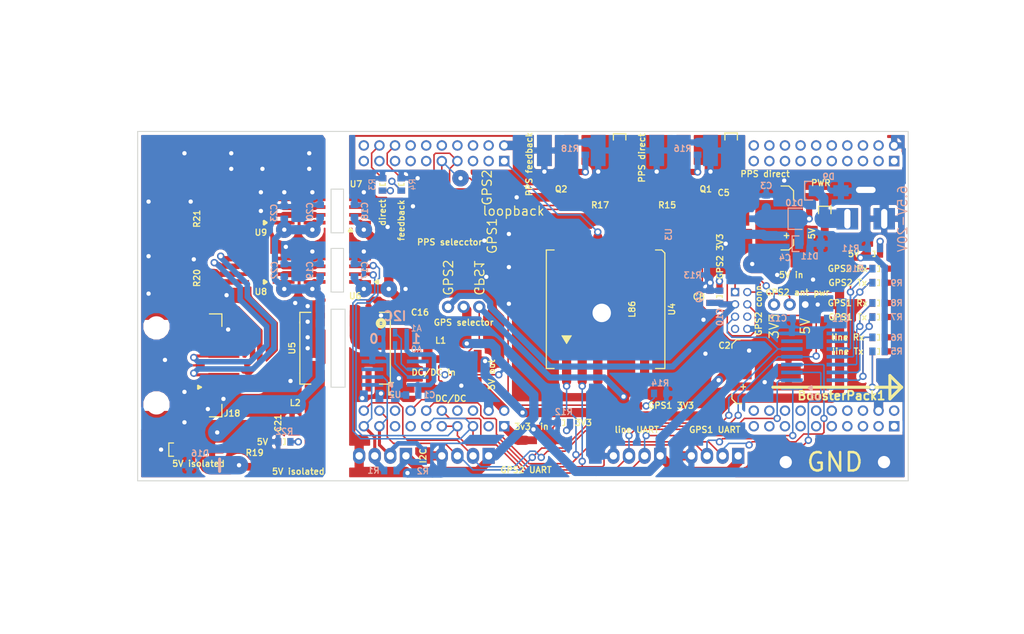
<source format=kicad_pcb>
(kicad_pcb (version 4) (host pcbnew 4.0.7)
  (layers (0 F.Cu mixed) (31 B.Cu mixed) (34 B.Paste user) (35 F.Paste user) (36 B.SilkS user) (37 F.SilkS user) (38 B.Mask user) (39 F.Mask user) (44 Edge.Cuts user))
  (net 0 "")
  (net 1 +3V3)
  (net 2 GND)
  (net 3 "Net-(C3-Pad1)")
  (net 4 "Net-(C4-Pad1)")
  (net 5 +5V)
  (net 6 /GPS2/3V3)
  (net 7 /GPS1/3V3)
  (net 8 +5VP)
  (net 9 GNDPWR)
  (net 10 "Net-(C21-Pad1)")
  (net 11 "Net-(D1-Pad1)")
  (net 12 "/debugging LEDs/LED_PPS_direct")
  (net 13 "Net-(D2-Pad1)")
  (net 14 "/debugging LEDs/LED_PPS_feedback")
  (net 15 "Net-(D3-Pad2)")
  (net 16 "Net-(D4-Pad2)")
  (net 17 "Net-(D5-Pad2)")
  (net 18 "Net-(D6-Pad2)")
  (net 19 "Net-(D7-Pad2)")
  (net 20 "Net-(D8-Pad2)")
  (net 21 "Net-(D10-Pad2)")
  (net 22 "Net-(D12-Pad1)")
  (net 23 "Net-(D13-Pad1)")
  (net 24 "Net-(D14-Pad1)")
  (net 25 "Net-(D15-Pad1)")
  (net 26 "Net-(D16-Pad1)")
  (net 27 "Net-(D17-Pad1)")
  (net 28 "/main connector/I2C_SCL")
  (net 29 "/main connector/I2C_SDA")
  (net 30 "/debugging LEDs/LED_Tx_line")
  (net 31 "/debugging LEDs/LED_Rx_line")
  (net 32 "/main connector/GPS_2_Tx")
  (net 33 "/main connector/GPS_2_Rx")
  (net 34 "/main connector/GPS_1_Tx")
  (net 35 "/main connector/GPS_1_Rx")
  (net 36 "/50-Ohm PPS/PPS_direct")
  (net 37 "Net-(J6-Pad4)")
  (net 38 "/50-Ohm PPS/PPS_feedback")
  (net 39 /GPS2/PPS)
  (net 40 "Net-(J6-Pad6)")
  (net 41 /GPS1/PPS)
  (net 42 "Net-(J8-Pad2)")
  (net 43 "Net-(J8-Pad12)")
  (net 44 "Net-(J8-Pad3)")
  (net 45 "Net-(J8-Pad13)")
  (net 46 "/main connector/reset")
  (net 47 "Net-(J8-Pad6)")
  (net 48 "Net-(J8-Pad16)")
  (net 49 "Net-(J8-Pad7)")
  (net 50 "Net-(J8-Pad17)")
  (net 51 "/main connector/GPS_1_reset")
  (net 52 "Net-(J8-Pad10)")
  (net 53 "Net-(J8-Pad20)")
  (net 54 "/main connector/5V_out")
  (net 55 "/main connector/3V3_in")
  (net 56 "Net-(J9-Pad8)")
  (net 57 "Net-(J9-Pad18)")
  (net 58 /GPS2/ANT_PWR)
  (net 59 "Net-(J13-Pad7)")
  (net 60 "Net-(J13-Pad4)")
  (net 61 "Net-(J14-Pad1)")
  (net 62 "Net-(J15-Pad1)")
  (net 63 "Net-(JP4-Pad2)")
  (net 64 "Net-(JP5-Pad2)")
  (net 65 "Net-(L1-Pad1)")
  (net 66 "Net-(L2-Pad2)")
  (net 67 "Net-(Q1-Pad3)")
  (net 68 "Net-(Q2-Pad3)")
  (net 69 "Net-(U1-Pad7)")
  (net 70 "Net-(U1-Pad9)")
  (net 71 "Net-(U1-Pad10)")
  (net 72 "Net-(U2-Pad3)")
  (net 73 "Net-(U2-Pad5)")
  (net 74 "Net-(U4-Pad7)")
  (net 75 "Net-(U4-Pad8)")
  (net 76 "Net-(U4-Pad9)")
  (net 77 "Net-(U4-Pad11)")
  (net 78 "Net-(U5-Pad14)")
  (net 79 "Net-(U6-Pad6)")
  (net 80 "Net-(U6-Pad7)")
  (net 81 "Net-(U7-Pad6)")
  (net 82 "Net-(U7-Pad7)")
  (net 83 "Net-(C16-Pad1)")
  (net 84 "/RS-422 interface/Rx-")
  (net 85 "/RS-422 interface/Rx+")
  (net 86 "/RS-422 interface/Tx+")
  (net 87 "/RS-422 interface/Tx-")
  (net 88 "/RS-422 interface/PPS_in-")
  (net 89 "/RS-422 interface/PPS_out+")
  (net 90 "/RS-422 interface/PPS_out-")
  (net 91 "/RS-422 interface/PPS_in+")
  (net 92 "Net-(J8-Pad14)")
  (net 93 "Net-(J8-Pad9)")
  (net 94 "Net-(J9-Pad2)")
  (net 95 "Net-(J9-Pad13)")
  (net 96 "Net-(J9-Pad14)")
  (net 97 "Net-(J9-Pad7)")
  (net 98 "Net-(J19-Pad1)")
  (net 99 "Net-(J19-Pad2)")
  (net 100 "Net-(J19-Pad12)")
  (net 101 "Net-(J19-Pad3)")
  (net 102 "Net-(J19-Pad13)")
  (net 103 "Net-(J19-Pad4)")
  (net 104 "Net-(J19-Pad14)")
  (net 105 "Net-(J19-Pad5)")
  (net 106 "Net-(J19-Pad15)")
  (net 107 "Net-(J19-Pad6)")
  (net 108 "Net-(J19-Pad16)")
  (net 109 "Net-(J19-Pad7)")
  (net 110 "Net-(J19-Pad17)")
  (net 111 "Net-(J19-Pad8)")
  (net 112 "Net-(J19-Pad18)")
  (net 113 "Net-(J19-Pad9)")
  (net 114 "Net-(J19-Pad19)")
  (net 115 "Net-(J19-Pad10)")
  (net 116 "Net-(J19-Pad20)")
  (net 117 "Net-(J20-Pad1)")
  (net 118 "Net-(J20-Pad11)")
  (net 119 "Net-(J20-Pad2)")
  (net 120 "Net-(J20-Pad3)")
  (net 121 "Net-(J20-Pad13)")
  (net 122 "Net-(J20-Pad4)")
  (net 123 "Net-(J20-Pad14)")
  (net 124 "Net-(J20-Pad5)")
  (net 125 "Net-(J20-Pad15)")
  (net 126 "Net-(J20-Pad6)")
  (net 127 "Net-(J20-Pad16)")
  (net 128 "Net-(J20-Pad7)")
  (net 129 "Net-(J20-Pad17)")
  (net 130 "Net-(J20-Pad8)")
  (net 131 "Net-(J20-Pad18)")
  (net 132 "Net-(J20-Pad9)")
  (net 133 "Net-(J20-Pad19)")
  (net 134 "Net-(J20-Pad10)")
  (net 135 "Net-(J20-Pad20)")
  (net 136 "Net-(J8-Pad8)")
  (module Diodes_SMD:D_MiniMELF (layer B.Cu) (at 96.52 124.46 180)
    (fp_text reference D16 (at 0 1.9304 180) (layer B.SilkS) (effects (font (thickness 0.2)) (justify mirror)))
    (fp_text value 5V1)
    (pad 1 smd rect (at -1.75 0 180) (size 1.3 1.7) (layers B.Cu B.Paste B.Mask) (net 26 "Net-(D16-Pad1)"))
    (pad 2 smd rect (at 1.75 0 180) (size 1.3 1.7) (layers B.Cu B.Paste B.Mask) (net 9 GNDPWR))
  )
  (module L86 (layer F.Cu) (at 162.56 99.06 270)
    (fp_text reference U4 (at 0 -10.795 270) (layer F.SilkS) (effects (font (thickness 0.2))))
    (fp_text value L86 (at 0 -4.318 270) (layer F.SilkS) (effects (font (thickness 0.2))))
    (pad 1 smd oval (at 9.5 6.35 270) (size 6 1.5) (layers F.Cu F.Paste F.Mask) (net 34 "/main connector/GPS_1_Tx"))
    (pad 2 smd oval (at 9.5 3.81 270) (size 6 1.5) (layers F.Cu F.Paste F.Mask) (net 35 "/main connector/GPS_1_Rx"))
    (pad 3 smd oval (at 9.5 1.27 270) (size 6 1.5) (layers F.Cu F.Paste F.Mask) (net 2 GND))
    (pad 4 smd oval (at 9.5 -1.27 270) (size 6 1.5) (layers F.Cu F.Paste F.Mask) (net 7 /GPS1/3V3))
    (pad 5 smd oval (at 9.5 -3.81 270) (size 6 1.5) (layers F.Cu F.Paste F.Mask) (net 7 /GPS1/3V3))
    (pad 6 smd oval (at 9.5 -6.35 270) (size 6 1.5) (layers F.Cu F.Paste F.Mask) (net 41 /GPS1/PPS))
    (pad 7 smd oval (at -9.5 -6.35 270) (size 6 1.5) (layers F.Cu F.Paste F.Mask) (net 74 "Net-(U4-Pad7)"))
    (pad 8 smd oval (at -9.5 -3.81 270) (size 6 1.5) (layers F.Cu F.Paste F.Mask) (net 75 "Net-(U4-Pad8)"))
    (pad 9 smd oval (at -9.5 -1.27 270) (size 6 1.5) (layers F.Cu F.Paste F.Mask) (net 76 "Net-(U4-Pad9)"))
    (pad 10 smd oval (at -9.5 1.27 270) (size 6 1.5) (layers F.Cu F.Paste F.Mask) (net 51 "/main connector/GPS_1_reset"))
    (pad 11 smd oval (at -9.5 3.81 270) (size 6 1.5) (layers F.Cu F.Paste F.Mask) (net 77 "Net-(U4-Pad11)"))
    (pad 12 smd oval (at -9.5 6.35 270) (size 6 1.5) (layers F.Cu F.Paste F.Mask) (net 2 GND))
    (pad 3 thru_hole circle (at 0.6 0.63 270) (size 3 3) (drill 3) (layers *.Cu) (net 2 GND))
  )
  (module auxiliary:SOIC-8 (layer F.Cu) (at 118.872 83.058 180)
    (fp_text reference U7 (at -3.048 4.3815 180) (layer F.SilkS) (effects (font (thickness 0.2))))
    (fp_text value ISO7421E)
    (pad 1 smd rect (at -3.7 -1.905 180) (size 3.55 0.6) (layers F.Cu F.Paste F.Mask) (net 1 +3V3))
    (pad 2 smd rect (at -3.7 -0.635 180) (size 3.55 0.6) (layers F.Cu F.Paste F.Mask) (net 38 "/50-Ohm PPS/PPS_feedback"))
    (pad 3 smd rect (at -3.7 0.635 180) (size 3.55 0.6) (layers F.Cu F.Paste F.Mask) (net 36 "/50-Ohm PPS/PPS_direct"))
    (pad 4 smd rect (at -3.7 1.905 180) (size 3.55 0.6) (layers F.Cu F.Paste F.Mask) (net 2 GND))
    (pad 5 smd rect (at 3.7 1.905 180) (size 3.55 0.6) (layers F.Cu F.Paste F.Mask) (net 9 GNDPWR))
    (pad 6 smd rect (at 3.7 0.635 180) (size 3.55 0.6) (layers F.Cu F.Paste F.Mask) (net 81 "Net-(U7-Pad6)"))
    (pad 7 smd rect (at 3.7 -0.635 180) (size 3.55 0.6) (layers F.Cu F.Paste F.Mask) (net 82 "Net-(U7-Pad7)"))
    (pad 8 smd rect (at 3.7 -1.905 180) (size 3.55 0.6) (layers F.Cu F.Paste F.Mask) (net 8 +5VP))
  )
  (module auxiliary:SOIC-8 (layer F.Cu) (at 118.872 92.71 180)
    (fp_text reference U6 (at -2.921 -4.191 180) (layer F.SilkS) (effects (font (thickness 0.2))))
    (fp_text value ISO7421E)
    (pad 1 smd rect (at -3.7 -1.905 180) (size 3.55 0.6) (layers F.Cu F.Paste F.Mask) (net 1 +3V3))
    (pad 2 smd rect (at -3.7 -0.635 180) (size 3.55 0.6) (layers F.Cu F.Paste F.Mask) (net 31 "/debugging LEDs/LED_Rx_line"))
    (pad 3 smd rect (at -3.7 0.635 180) (size 3.55 0.6) (layers F.Cu F.Paste F.Mask) (net 30 "/debugging LEDs/LED_Tx_line"))
    (pad 4 smd rect (at -3.7 1.905 180) (size 3.55 0.6) (layers F.Cu F.Paste F.Mask) (net 2 GND))
    (pad 5 smd rect (at 3.7 1.905 180) (size 3.55 0.6) (layers F.Cu F.Paste F.Mask) (net 9 GNDPWR))
    (pad 6 smd rect (at 3.7 0.635 180) (size 3.55 0.6) (layers F.Cu F.Paste F.Mask) (net 79 "Net-(U6-Pad6)"))
    (pad 7 smd rect (at 3.7 -0.635 180) (size 3.55 0.6) (layers F.Cu F.Paste F.Mask) (net 80 "Net-(U6-Pad7)"))
    (pad 8 smd rect (at 3.7 -1.905 180) (size 3.55 0.6) (layers F.Cu F.Paste F.Mask) (net 8 +5VP))
  )
  (module 8P8C_SMD (layer F.Cu) (at 91.948 108.204)
    (fp_text reference J18 (at 9.779 7.8105) (layer F.SilkS) (effects (font (thickness 0.2))))
    (fp_text value RJ45)
    (pad 5 smd rect (at 8.45 -0.51) (size 5.05 0.61) (layers F.Cu F.Paste F.Mask) (net 84 "/RS-422 interface/Rx-"))
    (pad "" np_thru_hole circle (at -2.53 -6.35) (size 3.3 3.3) (drill 3.3) (layers *.Cu *.Mask))
    (pad "" np_thru_hole circle (at -2.53 6.35) (size 3.3 3.3) (drill 3.3) (layers *.Cu *.Mask))
    (pad 9 smd rect (at -2.53 -8.66) (size 3.9 2.5) (layers F.Cu F.Paste F.Mask) (net 9 GNDPWR))
    (pad 9 smd rect (at -2.53 8.66) (size 3.9 2.5) (layers F.Cu F.Paste F.Mask) (net 9 GNDPWR))
    (pad 4 smd rect (at 8.45 0.51) (size 5.05 0.61) (layers F.Cu F.Paste F.Mask) (net 85 "/RS-422 interface/Rx+"))
    (pad 3 smd rect (at 8.45 1.53) (size 5.05 0.61) (layers F.Cu F.Paste F.Mask) (net 86 "/RS-422 interface/Tx+"))
    (pad 6 smd rect (at 8.45 -1.53) (size 5.05 0.61) (layers F.Cu F.Paste F.Mask) (net 87 "/RS-422 interface/Tx-"))
    (pad 2 smd rect (at 8.45 2.55) (size 5.05 0.61) (layers F.Cu F.Paste F.Mask) (net 88 "/RS-422 interface/PPS_in-"))
    (pad 7 smd rect (at 8.45 -2.55) (size 5.05 0.61) (layers F.Cu F.Paste F.Mask) (net 89 "/RS-422 interface/PPS_out+"))
    (pad 8 smd rect (at 8.45 -3.57) (size 5.05 0.61) (layers F.Cu F.Paste F.Mask) (net 90 "/RS-422 interface/PPS_out-"))
    (pad 1 smd rect (at 8.45 3.57) (size 5.05 0.61) (layers F.Cu F.Paste F.Mask) (net 91 "/RS-422 interface/PPS_in+"))
  )
  (module auxiliary:muRata_NXJ1-Series (layer F.Cu) (at 120.142 105.41 180)
    (fp_text reference U5 (at 8.636 0 270) (layer F.SilkS) (effects (font (thickness 0.2))))
    (fp_text value NXJ1S0505MC)
    (pad 14 smd rect (at -3.81 -5.3 180) (size 1 3.5) (layers F.Cu F.Paste F.Mask) (net 78 "Net-(U5-Pad14)"))
    (pad 8 smd rect (at 3.81 -5.3 180) (size 1 3.5) (layers F.Cu F.Paste F.Mask) (net 66 "Net-(L2-Pad2)"))
    (pad 1 smd rect (at -3.81 5.3 180) (size 1 3.5) (layers F.Cu F.Paste F.Mask) (net 2 GND))
    (pad 3 smd rect (at -1.27 5.3 180) (size 1 3.5) (layers F.Cu F.Paste F.Mask) (net 65 "Net-(L1-Pad1)"))
    (pad 7 smd rect (at 3.81 5.3 180) (size 1 3.5) (layers F.Cu F.Paste F.Mask) (net 9 GNDPWR))
  )
  (module auxiliary:Pin_Header_Straight_2x04_Pitch2.00mm_column-numbering (layer F.Cu) (at 183.642 96.266)
    (fp_text reference J13)
    (fp_text value "GPS2 conn" (at 3.8354 2.9972 90) (layer F.SilkS) (effects (font (thickness 0.2))))
    (pad 1 thru_hole rect (at 0 0) (size 1.35 1.35) (drill 0.9) (layers *.Cu *.Mask) (net 58 /GPS2/ANT_PWR))
    (pad 5 thru_hole oval (at 2 0) (size 1.35 1.35) (drill 0.9) (layers *.Cu *.Mask) (net 32 "/main connector/GPS_2_Tx"))
    (pad 2 thru_hole oval (at 0 2) (size 1.35 1.35) (drill 0.9) (layers *.Cu *.Mask) (net 6 /GPS2/3V3))
    (pad 6 thru_hole oval (at 2 2) (size 1.35 1.35) (drill 0.9) (layers *.Cu *.Mask) (net 39 /GPS2/PPS))
    (pad 3 thru_hole oval (at 0 4) (size 1.35 1.35) (drill 0.9) (layers *.Cu *.Mask) (net 33 "/main connector/GPS_2_Rx"))
    (pad 7 thru_hole oval (at 2 4) (size 1.35 1.35) (drill 0.9) (layers *.Cu *.Mask) (net 59 "Net-(J13-Pad7)"))
    (pad 4 thru_hole oval (at 0 6) (size 1.35 1.35) (drill 0.9) (layers *.Cu *.Mask) (net 60 "Net-(J13-Pad4)"))
    (pad 8 thru_hole oval (at 2 6) (size 1.35 1.35) (drill 0.9) (layers *.Cu *.Mask) (net 2 GND))
  )
  (module Connectors:BARREL_JACK (layer F.Cu) (at 201.93 84.328 180)
    (fp_text reference J10)
    (fp_text value "5VDC barrel jack ")
    (pad 1 thru_hole rect (at 0 0 180) (size 3.5 3.5) (drill oval 1 3.2) (layers *.Cu *.Mask) (net 21 "Net-(D10-Pad2)"))
    (pad 2 thru_hole rect (at -6 0 180) (size 3.5 3.5) (drill oval 1 3.2) (layers *.Cu *.Mask) (net 2 GND))
    (pad 3 thru_hole rect (at -3 4.7 180) (size 3.5 3.5) (drill oval 3.2 1) (layers *.Cu *.Mask) (net 2 GND))
  )
  (module Inductors_SMD:L_Taiyo-Yuden_NR-24xx_HandSoldering (layer F.Cu) (at 132.334 104.14)
    (fp_text reference L1 (at 3.3655 0 180) (layer F.SilkS) (effects (font (thickness 0.2))))
    (fp_text value 4.7u)
    (pad 1 smd rect (at -1.3 0) (size 1.82 2.2) (layers F.Cu F.Paste F.Mask) (net 65 "Net-(L1-Pad1)"))
    (pad 2 smd rect (at 1.3 0) (size 1.82 2.2) (layers F.Cu F.Paste F.Mask) (net 83 "Net-(C16-Pad1)"))
  )
  (module Capacitors_SMD:CP_Elec_10x10 (layer F.Cu) (at 188.341 109.22)
    (fp_text reference C2 (at -6.4135 -4.2545) (layer F.SilkS) (effects (font (thickness 0.2))))
    (fp_text value 1000u)
    (fp_text user + (at -3.3655 2.413) (layer F.SilkS) (effects (font (thickness 0.2))))
    (pad 1 smd rect (at -4 0 180) (size 4 2.5) (layers F.Cu F.Paste F.Mask) (net 1 +3V3))
    (pad 2 smd rect (at 4 0 180) (size 4 2.5) (layers F.Cu F.Paste F.Mask) (net 2 GND))
  )
  (module auxiliary:0805_2012 (layer B.Cu) (at 131.064 113.03 180)
    (fp_text reference C1 (at -2.794 0 180) (layer B.SilkS) (effects (font (thickness 0.2)) (justify mirror)))
    (fp_text value 0.1u)
    (pad 1 smd rect (at -1 0 180) (size 1 1.25) (layers B.Cu B.Paste B.Mask) (net 1 +3V3))
    (pad 2 smd rect (at 1 0 180) (size 1 1.25) (layers B.Cu B.Paste B.Mask) (net 2 GND))
  )
  (module auxiliary:0805_2012 (layer B.Cu) (at 188.722 81.534 90)
    (fp_text reference C3 (at 2.5908 0 180) (layer B.SilkS) (effects (font (thickness 0.2)) (justify mirror)))
    (fp_text value 0.47u)
    (pad 1 smd rect (at -1 0 90) (size 1 1.25) (layers B.Cu B.Paste B.Mask) (net 3 "Net-(C3-Pad1)"))
    (pad 2 smd rect (at 1 0 90) (size 1 1.25) (layers B.Cu B.Paste B.Mask) (net 2 GND))
  )
  (module auxiliary:0805_2012 (layer B.Cu) (at 191.77 88.138 90)
    (fp_text reference C4 (at -2.54 0 180) (layer B.SilkS) (effects (font (thickness 0.2)) (justify mirror)))
    (fp_text value 22u)
    (pad 1 smd rect (at -1 0 90) (size 1 1.25) (layers B.Cu B.Paste B.Mask) (net 4 "Net-(C4-Pad1)"))
    (pad 2 smd rect (at 1 0 90) (size 1 1.25) (layers B.Cu B.Paste B.Mask) (net 2 GND))
  )
  (module auxiliary:0805_2012 (layer F.Cu) (at 179.578 97.028 90)
    (fp_text reference C8 (at 0 -1.8288 180) (layer F.SilkS) (effects (font (thickness 0.2))))
    (fp_text value 1u)
    (pad 1 smd rect (at -1 0 90) (size 1 1.25) (layers F.Cu F.Paste F.Mask) (net 6 /GPS2/3V3))
    (pad 2 smd rect (at 1 0 90) (size 1 1.25) (layers F.Cu F.Paste F.Mask) (net 2 GND))
  )
  (module auxiliary:0805_2012 (layer B.Cu) (at 179.578 97.028 90)
    (fp_text reference C9 (at 0 -1.7272 90) (layer B.SilkS) (effects (font (thickness 0.2)) (justify mirror)))
    (fp_text value 0.1u)
    (pad 1 smd rect (at -1 0 90) (size 1 1.25) (layers B.Cu B.Paste B.Mask) (net 6 /GPS2/3V3))
    (pad 2 smd rect (at 1 0 90) (size 1 1.25) (layers B.Cu B.Paste B.Mask) (net 2 GND))
  )
  (module auxiliary:0805_2012 (layer B.Cu) (at 181.102 97.028 90)
    (fp_text reference C10 (at -3.302 0.0508 90) (layer B.SilkS) (effects (font (thickness 0.2)) (justify mirror)))
    (fp_text value 0.01u)
    (pad 1 smd rect (at -1 0 90) (size 1 1.25) (layers B.Cu B.Paste B.Mask) (net 6 /GPS2/3V3))
    (pad 2 smd rect (at 1 0 90) (size 1 1.25) (layers B.Cu B.Paste B.Mask) (net 2 GND))
  )
  (module auxiliary:0805_2012 (layer B.Cu) (at 197.612 100.584)
    (fp_text reference C11 (at 3.2512 0) (layer B.SilkS) (effects (font (thickness 0.2)) (justify mirror)))
    (fp_text value 1u)
    (pad 1 smd rect (at -1 0) (size 1 1.25) (layers B.Cu B.Paste B.Mask) (net 5 +5V))
    (pad 2 smd rect (at 1 0) (size 1 1.25) (layers B.Cu B.Paste B.Mask) (net 2 GND))
  )
  (module auxiliary:0805_2012 (layer B.Cu) (at 194.056 100.584 180)
    (fp_text reference C12 (at 3.4036 0.0508 180) (layer B.SilkS) (effects (font (thickness 0.2)) (justify mirror)))
    (fp_text value 0.1u)
    (pad 1 smd rect (at -1 0 180) (size 1 1.25) (layers B.Cu B.Paste B.Mask) (net 5 +5V))
    (pad 2 smd rect (at 1 0 180) (size 1 1.25) (layers B.Cu B.Paste B.Mask) (net 2 GND))
  )
  (module auxiliary:0805_2012 (layer F.Cu) (at 162.56 110.363 180)
    (fp_text reference C13)
    (fp_text value 0.1u)
    (pad 1 smd rect (at -1 0 180) (size 1 1.25) (layers F.Cu F.Paste F.Mask) (net 7 /GPS1/3V3))
    (pad 2 smd rect (at 1 0 180) (size 1 1.25) (layers F.Cu F.Paste F.Mask) (net 2 GND))
  )
  (module auxiliary:0805_2012 (layer F.Cu) (at 162.56 112.014 180)
    (fp_text reference C14)
    (fp_text value 1u)
    (pad 1 smd rect (at -1 0 180) (size 1 1.25) (layers F.Cu F.Paste F.Mask) (net 7 /GPS1/3V3))
    (pad 2 smd rect (at 1 0 180) (size 1 1.25) (layers F.Cu F.Paste F.Mask) (net 2 GND))
  )
  (module auxiliary:0805_2012 (layer F.Cu) (at 162.56 113.792 180)
    (fp_text reference C15)
    (fp_text value 10u)
    (pad 1 smd rect (at -1 0 180) (size 1 1.25) (layers F.Cu F.Paste F.Mask) (net 7 /GPS1/3V3))
    (pad 2 smd rect (at 1 0 180) (size 1 1.25) (layers F.Cu F.Paste F.Mask) (net 2 GND))
  )
  (module auxiliary:0805_2012 (layer F.Cu) (at 132.334 101.092 180)
    (fp_text reference C16 (at 0 1.524 180) (layer F.SilkS) (effects (font (thickness 0.2))))
    (fp_text value 4.7u)
    (pad 1 smd rect (at -1 0 180) (size 1 1.25) (layers F.Cu F.Paste F.Mask) (net 83 "Net-(C16-Pad1)"))
    (pad 2 smd rect (at 1 0 180) (size 1 1.25) (layers F.Cu F.Paste F.Mask) (net 2 GND))
  )
  (module auxiliary:0805_2012 (layer B.Cu) (at 121.666 92.71 90)
    (fp_text reference C17 (at 0 1.6764 90) (layer B.SilkS) (effects (font (thickness 0.2)) (justify mirror)))
    (fp_text value 0.1u)
    (pad 1 smd rect (at -1 0 90) (size 1 1.25) (layers B.Cu B.Paste B.Mask) (net 1 +3V3))
    (pad 2 smd rect (at 1 0 90) (size 1 1.25) (layers B.Cu B.Paste B.Mask) (net 2 GND))
  )
  (module auxiliary:0805_2012 (layer B.Cu) (at 121.666 83.058 90)
    (fp_text reference C18 (at 0 1.6764 90) (layer B.SilkS) (effects (font (thickness 0.2)) (justify mirror)))
    (fp_text value 0.1u)
    (pad 1 smd rect (at -1 0 90) (size 1 1.25) (layers B.Cu B.Paste B.Mask) (net 1 +3V3))
    (pad 2 smd rect (at 1 0 90) (size 1 1.25) (layers B.Cu B.Paste B.Mask) (net 2 GND))
  )
  (module auxiliary:0805_2012 (layer B.Cu) (at 116.078 92.71 90)
    (fp_text reference C19 (at 0 -1.6764 90) (layer B.SilkS) (effects (font (thickness 0.2)) (justify mirror)))
    (fp_text value 0.1u)
    (pad 1 smd rect (at -1 0 90) (size 1 1.25) (layers B.Cu B.Paste B.Mask) (net 8 +5VP))
    (pad 2 smd rect (at 1 0 90) (size 1 1.25) (layers B.Cu B.Paste B.Mask) (net 9 GNDPWR))
  )
  (module auxiliary:0805_2012 (layer B.Cu) (at 116.078 83.058 90)
    (fp_text reference C20 (at -0.0508 -1.6764 90) (layer B.SilkS) (effects (font (thickness 0.2)) (justify mirror)))
    (fp_text value 0.1u)
    (pad 1 smd rect (at -1 0 90) (size 1 1.25) (layers B.Cu B.Paste B.Mask) (net 8 +5VP))
    (pad 2 smd rect (at 1 0 90) (size 1 1.25) (layers B.Cu B.Paste B.Mask) (net 9 GNDPWR))
  )
  (module auxiliary:0805_2012 (layer F.Cu) (at 111.506 118.11 90)
    (fp_text reference C21 (at 0.508 -2.286 90) (layer F.SilkS) (effects (font (thickness 0.2))))
    (fp_text value 2.2u)
    (pad 1 smd rect (at -1 0 90) (size 1 1.25) (layers F.Cu F.Paste F.Mask) (net 10 "Net-(C21-Pad1)"))
    (pad 2 smd rect (at 1 0 90) (size 1 1.25) (layers F.Cu F.Paste F.Mask) (net 9 GNDPWR))
  )
  (module auxiliary:0805_2012 (layer B.Cu) (at 110.236 92.71 90)
    (fp_text reference C22 (at 0 -1.5748 90) (layer B.SilkS) (effects (font (thickness 0.2)) (justify mirror)))
    (fp_text value 0.1u)
    (pad 1 smd rect (at -1 0 90) (size 1 1.25) (layers B.Cu B.Paste B.Mask) (net 8 +5VP))
    (pad 2 smd rect (at 1 0 90) (size 1 1.25) (layers B.Cu B.Paste B.Mask) (net 9 GNDPWR))
  )
  (module auxiliary:0805_2012 (layer B.Cu) (at 110.236 83.312 90)
    (fp_text reference C23 (at -0.0508 -1.6764 90) (layer B.SilkS) (effects (font (thickness 0.2)) (justify mirror)))
    (fp_text value 0.1u)
    (pad 1 smd rect (at -1 0 90) (size 1 1.25) (layers B.Cu B.Paste B.Mask) (net 8 +5VP))
    (pad 2 smd rect (at 1 0 90) (size 1 1.25) (layers B.Cu B.Paste B.Mask) (net 9 GNDPWR))
  )
  (module auxiliary:0805_2012 (layer F.Cu) (at 126.238 78.74 90)
    (fp_text reference D1)
    (fp_text value direct (at -4.572 0 90) (layer F.SilkS) (effects (font (thickness 0.2))))
    (pad 1 smd rect (at -1 0 90) (size 1 1.25) (layers F.Cu F.Paste F.Mask) (net 11 "Net-(D1-Pad1)"))
    (pad 2 smd rect (at 1 0 90) (size 1 1.25) (layers F.Cu F.Paste F.Mask) (net 12 "/debugging LEDs/LED_PPS_direct"))
  )
  (module auxiliary:0805_2012 (layer F.Cu) (at 129.286 78.74 90)
    (fp_text reference D2)
    (fp_text value feedback (at -5.842 0 90) (layer F.SilkS) (effects (font (thickness 0.2))))
    (pad 1 smd rect (at -1 0 90) (size 1 1.25) (layers F.Cu F.Paste F.Mask) (net 13 "Net-(D2-Pad1)"))
    (pad 2 smd rect (at 1 0 90) (size 1 1.25) (layers F.Cu F.Paste F.Mask) (net 14 "/debugging LEDs/LED_PPS_feedback"))
  )
  (module auxiliary:0805_2012 (layer F.Cu) (at 207.01 105.918 180)
    (fp_text reference D3)
    (fp_text value "line Tx" (at 5.0292 0 180) (layer F.SilkS) (effects (font (thickness 0.2))))
    (pad 1 smd rect (at -1 0 180) (size 1 1.25) (layers F.Cu F.Paste F.Mask) (net 2 GND))
    (pad 2 smd rect (at 1 0 180) (size 1 1.25) (layers F.Cu F.Paste F.Mask) (net 15 "Net-(D3-Pad2)"))
  )
  (module auxiliary:0805_2012 (layer F.Cu) (at 207.01 103.632 180)
    (fp_text reference D4)
    (fp_text value "line Rx" (at 5.0292 0 180) (layer F.SilkS) (effects (font (thickness 0.2))))
    (pad 1 smd rect (at -1 0 180) (size 1 1.25) (layers F.Cu F.Paste F.Mask) (net 2 GND))
    (pad 2 smd rect (at 1 0 180) (size 1 1.25) (layers F.Cu F.Paste F.Mask) (net 16 "Net-(D4-Pad2)"))
  )
  (module auxiliary:0805_2012 (layer F.Cu) (at 207.01 100.33 180)
    (fp_text reference D5)
    (fp_text value "GPS1 Tx" (at 5.0292 0 180) (layer F.SilkS) (effects (font (thickness 0.2))))
    (pad 1 smd rect (at -1 0 180) (size 1 1.25) (layers F.Cu F.Paste F.Mask) (net 2 GND))
    (pad 2 smd rect (at 1 0 180) (size 1 1.25) (layers F.Cu F.Paste F.Mask) (net 17 "Net-(D5-Pad2)"))
  )
  (module auxiliary:0805_2012 (layer F.Cu) (at 207.01 98.044 180)
    (fp_text reference D6)
    (fp_text value "GPS1 Rx" (at 5.0292 0 180) (layer F.SilkS) (effects (font (thickness 0.2))))
    (pad 1 smd rect (at -1 0 180) (size 1 1.25) (layers F.Cu F.Paste F.Mask) (net 2 GND))
    (pad 2 smd rect (at 1 0 180) (size 1 1.25) (layers F.Cu F.Paste F.Mask) (net 18 "Net-(D6-Pad2)"))
  )
  (module auxiliary:0805_2012 (layer F.Cu) (at 207.01 94.742 180)
    (fp_text reference D7)
    (fp_text value "GPS2 Tx" (at 5.0292 0 180) (layer F.SilkS) (effects (font (thickness 0.2))))
    (pad 1 smd rect (at -1 0 180) (size 1 1.25) (layers F.Cu F.Paste F.Mask) (net 2 GND))
    (pad 2 smd rect (at 1 0 180) (size 1 1.25) (layers F.Cu F.Paste F.Mask) (net 19 "Net-(D7-Pad2)"))
  )
  (module auxiliary:0805_2012 (layer F.Cu) (at 207.01 92.456 180)
    (fp_text reference D8)
    (fp_text value "GPS2 Rx" (at 5.0292 0 180) (layer F.SilkS) (effects (font (thickness 0.2))))
    (pad 1 smd rect (at -1 0 180) (size 1 1.25) (layers F.Cu F.Paste F.Mask) (net 2 GND))
    (pad 2 smd rect (at 1 0 180) (size 1 1.25) (layers F.Cu F.Paste F.Mask) (net 20 "Net-(D8-Pad2)"))
  )
  (module auxiliary:0805_2012 (layer F.Cu) (at 206.248 90.043 180)
    (fp_text reference D12)
    (fp_text value 5V (at 3.302 0 180) (layer F.SilkS) (effects (font (thickness 0.2))))
    (pad 1 smd rect (at -1 0 180) (size 1 1.25) (layers F.Cu F.Paste F.Mask) (net 22 "Net-(D12-Pad1)"))
    (pad 2 smd rect (at 1 0 180) (size 1 1.25) (layers F.Cu F.Paste F.Mask) (net 5 +5V))
  )
  (module auxiliary:0805_2012 (layer F.Cu) (at 155.7655 117.5385 180)
    (fp_text reference D13)
    (fp_text value 3V3 (at -3.175 0 180) (layer F.SilkS) (effects (font (thickness 0.2))))
    (pad 1 smd rect (at -1 0 180) (size 1 1.25) (layers F.Cu F.Paste F.Mask) (net 23 "Net-(D13-Pad1)"))
    (pad 2 smd rect (at 1 0 180) (size 1 1.25) (layers F.Cu F.Paste F.Mask) (net 1 +3V3))
  )
  (module auxiliary:0805_2012 (layer F.Cu) (at 181.102 97.028 270)
    (fp_text reference D14)
    (fp_text value "GPS2 3V3" (at -6.5532 -0.0762 450) (layer F.SilkS) (effects (font (thickness 0.2))))
    (pad 1 smd rect (at -1 0 270) (size 1 1.25) (layers F.Cu F.Paste F.Mask) (net 24 "Net-(D14-Pad1)"))
    (pad 2 smd rect (at 1 0 270) (size 1 1.25) (layers F.Cu F.Paste F.Mask) (net 6 /GPS2/3V3))
  )
  (module auxiliary:0805_2012 (layer F.Cu) (at 167.005 114.808 180)
    (fp_text reference D15)
    (fp_text value "GPS1 3V3" (at -6.223 0.0635 180) (layer F.SilkS) (effects (font (thickness 0.2))))
    (pad 1 smd rect (at -1 0 180) (size 1 1.25) (layers F.Cu F.Paste F.Mask) (net 25 "Net-(D15-Pad1)"))
    (pad 2 smd rect (at 1 0 180) (size 1 1.25) (layers F.Cu F.Paste F.Mask) (net 7 /GPS1/3V3))
  )
  (module auxiliary:0805_2012 (layer F.Cu) (at 110.236 120.65 180)
    (fp_text reference D17)
    (fp_text value 5V (at 3.556 0 180) (layer F.SilkS) (effects (font (thickness 0.2))))
    (pad 1 smd rect (at -1 0 180) (size 1 1.25) (layers F.Cu F.Paste F.Mask) (net 27 "Net-(D17-Pad1)"))
    (pad 2 smd rect (at 1 0 180) (size 1 1.25) (layers F.Cu F.Paste F.Mask) (net 8 +5VP))
  )
  (module auxiliary:0805_2012 (layer B.Cu) (at 127.508 125.3236 180)
    (fp_text reference R1 (at 2.7432 0 180) (layer B.SilkS) (effects (font (thickness 0.2)) (justify mirror)))
    (fp_text value 2k)
    (pad 1 smd rect (at -1 0 180) (size 1 1.25) (layers B.Cu B.Paste B.Mask) (net 1 +3V3))
    (pad 2 smd rect (at 1 0 180) (size 1 1.25) (layers B.Cu B.Paste B.Mask) (net 29 "/main connector/I2C_SDA"))
  )
  (module auxiliary:0805_2012 (layer B.Cu) (at 132.842 122.936 90)
    (fp_text reference R2 (at -2.4892 -0.0508 180) (layer B.SilkS) (effects (font (thickness 0.2)) (justify mirror)))
    (fp_text value 2k)
    (pad 1 smd rect (at -1 0 90) (size 1 1.25) (layers B.Cu B.Paste B.Mask) (net 1 +3V3))
    (pad 2 smd rect (at 1 0 90) (size 1 1.25) (layers B.Cu B.Paste B.Mask) (net 28 "/main connector/I2C_SCL"))
  )
  (module auxiliary:0805_2012 (layer B.Cu) (at 126.238 78.74 90)
    (fp_text reference R3 (at 0 -1.6764 270) (layer B.SilkS) (effects (justify mirror)))
    (fp_text value 390)
    (pad 1 smd rect (at -1 0 90) (size 1 1.25) (layers B.Cu B.Paste B.Mask) (net 11 "Net-(D1-Pad1)"))
    (pad 2 smd rect (at 1 0 90) (size 1 1.25) (layers B.Cu B.Paste B.Mask) (net 2 GND))
  )
  (module auxiliary:0805_2012 (layer B.Cu) (at 129.286 78.74 90)
    (fp_text reference R4 (at 0 1.8288 90) (layer B.SilkS) (effects (justify mirror)))
    (fp_text value 390)
    (pad 1 smd rect (at -1 0 90) (size 1 1.25) (layers B.Cu B.Paste B.Mask) (net 13 "Net-(D2-Pad1)"))
    (pad 2 smd rect (at 1 0 90) (size 1 1.25) (layers B.Cu B.Paste B.Mask) (net 2 GND))
  )
  (module auxiliary:0805_2012 (layer B.Cu) (at 207.01 105.918 180)
    (fp_text reference R5 (at -2.9464 0 180) (layer B.SilkS) (effects (font (thickness 0.2)) (justify mirror)))
    (fp_text value 1k5)
    (pad 1 smd rect (at -1 0 180) (size 1 1.25) (layers B.Cu B.Paste B.Mask) (net 5 +5V))
    (pad 2 smd rect (at 1 0 180) (size 1 1.25) (layers B.Cu B.Paste B.Mask) (net 15 "Net-(D3-Pad2)"))
  )
  (module auxiliary:0805_2012 (layer B.Cu) (at 207.01 103.632 180)
    (fp_text reference R6 (at -2.9464 -0.0508 180) (layer B.SilkS) (effects (font (thickness 0.2)) (justify mirror)))
    (fp_text value 2k)
    (pad 1 smd rect (at -1 0 180) (size 1 1.25) (layers B.Cu B.Paste B.Mask) (net 5 +5V))
    (pad 2 smd rect (at 1 0 180) (size 1 1.25) (layers B.Cu B.Paste B.Mask) (net 16 "Net-(D4-Pad2)"))
  )
  (module auxiliary:0805_2012 (layer B.Cu) (at 207.01 100.33 180)
    (fp_text reference R7 (at -2.9464 0 180) (layer B.SilkS) (effects (font (thickness 0.2)) (justify mirror)))
    (fp_text value 1k5)
    (pad 1 smd rect (at -1 0 180) (size 1 1.25) (layers B.Cu B.Paste B.Mask) (net 5 +5V))
    (pad 2 smd rect (at 1 0 180) (size 1 1.25) (layers B.Cu B.Paste B.Mask) (net 17 "Net-(D5-Pad2)"))
  )
  (module auxiliary:0805_2012 (layer B.Cu) (at 207.01 98.044 180)
    (fp_text reference R8 (at -2.9464 0 180) (layer B.SilkS) (effects (font (thickness 0.2)) (justify mirror)))
    (fp_text value 2k)
    (pad 1 smd rect (at -1 0 180) (size 1 1.25) (layers B.Cu B.Paste B.Mask) (net 5 +5V))
    (pad 2 smd rect (at 1 0 180) (size 1 1.25) (layers B.Cu B.Paste B.Mask) (net 18 "Net-(D6-Pad2)"))
  )
  (module auxiliary:0805_2012 (layer B.Cu) (at 207.01 94.742 180)
    (fp_text reference R9 (at -2.9464 -0.0508 180) (layer B.SilkS) (effects (font (thickness 0.2)) (justify mirror)))
    (fp_text value 1k5)
    (pad 1 smd rect (at -1 0 180) (size 1 1.25) (layers B.Cu B.Paste B.Mask) (net 5 +5V))
    (pad 2 smd rect (at 1 0 180) (size 1 1.25) (layers B.Cu B.Paste B.Mask) (net 19 "Net-(D7-Pad2)"))
  )
  (module auxiliary:0805_2012 (layer B.Cu) (at 207.01 92.456 180)
    (fp_text reference R10 (at 3.81 0 180) (layer B.SilkS) (effects (font (thickness 0.2)) (justify mirror)))
    (fp_text value 2k)
    (pad 1 smd rect (at -1 0 180) (size 1 1.25) (layers B.Cu B.Paste B.Mask) (net 5 +5V))
    (pad 2 smd rect (at 1 0 180) (size 1 1.25) (layers B.Cu B.Paste B.Mask) (net 20 "Net-(D8-Pad2)"))
  )
  (module auxiliary:0805_2012 (layer B.Cu) (at 206.248 89.154 180)
    (fp_text reference R11 (at 3.81 0 180) (layer B.SilkS) (effects (font (thickness 0.2)) (justify mirror)))
    (fp_text value 2k)
    (pad 1 smd rect (at -1 0 180) (size 1 1.25) (layers B.Cu B.Paste B.Mask) (net 22 "Net-(D12-Pad1)"))
    (pad 2 smd rect (at 1 0 180) (size 1 1.25) (layers B.Cu B.Paste B.Mask) (net 2 GND))
  )
  (module auxiliary:0805_2012 (layer B.Cu) (at 155.7655 117.5385 180)
    (fp_text reference R12 (at 0.0127 1.7653 180) (layer B.SilkS) (effects (font (thickness 0.2)) (justify mirror)))
    (fp_text value 1k5)
    (pad 1 smd rect (at -1 0 180) (size 1 1.25) (layers B.Cu B.Paste B.Mask) (net 23 "Net-(D13-Pad1)"))
    (pad 2 smd rect (at 1 0 180) (size 1 1.25) (layers B.Cu B.Paste B.Mask) (net 2 GND))
  )
  (module auxiliary:0805_2012 (layer B.Cu) (at 180.086 93.472 180)
    (fp_text reference R13 (at 3.3528 -0.0508 180) (layer B.SilkS) (effects (font (thickness 0.2)) (justify mirror)))
    (fp_text value 1k5)
    (pad 1 smd rect (at -1 0 180) (size 1 1.25) (layers B.Cu B.Paste B.Mask) (net 24 "Net-(D14-Pad1)"))
    (pad 2 smd rect (at 1 0 180) (size 1 1.25) (layers B.Cu B.Paste B.Mask) (net 2 GND))
  )
  (module auxiliary:0805_2012 (layer B.Cu) (at 171.45 112.776)
    (fp_text reference R14 (at 0 -1.6764) (layer B.SilkS) (effects (font (thickness 0.2)) (justify mirror)))
    (fp_text value 1k5)
    (pad 1 smd rect (at -1 0) (size 1 1.25) (layers B.Cu B.Paste B.Mask) (net 25 "Net-(D15-Pad1)"))
    (pad 2 smd rect (at 1 0) (size 1 1.25) (layers B.Cu B.Paste B.Mask) (net 2 GND))
  )
  (module auxiliary:0805_2012 (layer F.Cu) (at 172.593 80.518 180)
    (fp_text reference R15 (at 0 -1.5875 180) (layer F.SilkS) (effects (font (thickness 0.2))))
    (fp_text value 50)
    (pad 1 smd rect (at -1 0 180) (size 1 1.25) (layers F.Cu F.Paste F.Mask) (net 67 "Net-(Q1-Pad3)"))
    (pad 2 smd rect (at 1 0 180) (size 1 1.25) (layers F.Cu F.Paste F.Mask) (net 5 +5V))
  )
  (module auxiliary:0805_2012 (layer B.Cu) (at 177.546 72.898 90)
    (fp_text reference R16 (at 0 -2.4384 180) (layer B.SilkS) (effects (font (thickness 0.2)) (justify mirror)))
    (fp_text value inf)
    (pad 1 smd rect (at -1 0 90) (size 1 1.25) (layers B.Cu B.Paste B.Mask) (net 61 "Net-(J14-Pad1)"))
    (pad 2 smd rect (at 1 0 90) (size 1 1.25) (layers B.Cu B.Paste B.Mask) (net 2 GND))
  )
  (module auxiliary:0805_2012 (layer F.Cu) (at 161.671 80.518)
    (fp_text reference R17 (at 0 1.5875) (layer F.SilkS) (effects (font (thickness 0.2))))
    (fp_text value 50)
    (pad 1 smd rect (at -1 0) (size 1 1.25) (layers F.Cu F.Paste F.Mask) (net 68 "Net-(Q2-Pad3)"))
    (pad 2 smd rect (at 1 0) (size 1 1.25) (layers F.Cu F.Paste F.Mask) (net 5 +5V))
  )
  (module auxiliary:0805_2012 (layer B.Cu) (at 159.258 72.898 90)
    (fp_text reference R18 (at 0 -2.4892 180) (layer B.SilkS) (effects (font (thickness 0.2)) (justify mirror)))
    (fp_text value inf)
    (pad 1 smd rect (at -1 0 90) (size 1 1.25) (layers B.Cu B.Paste B.Mask) (net 62 "Net-(J15-Pad1)"))
    (pad 2 smd rect (at 1 0 90) (size 1 1.25) (layers B.Cu B.Paste B.Mask) (net 2 GND))
  )
  (module auxiliary:0805_2012 (layer F.Cu) (at 105.41 124.714 180)
    (fp_text reference R19 (at 0 2.286 180) (layer F.SilkS) (effects (font (thickness 0.2))))
    (fp_text value 0)
    (pad 1 smd rect (at -1 0 180) (size 1 1.25) (layers F.Cu F.Paste F.Mask) (net 8 +5VP))
    (pad 2 smd rect (at 1 0 180) (size 1 1.25) (layers F.Cu F.Paste F.Mask) (net 26 "Net-(D16-Pad1)"))
  )
  (module auxiliary:0805_2012 (layer F.Cu) (at 98.298 93.98 90)
    (fp_text reference R20 (at 0 -2.286 90) (layer F.SilkS) (effects (font (thickness 0.2))))
    (fp_text value 100)
    (pad 1 smd rect (at -1 0 90) (size 1 1.25) (layers F.Cu F.Paste F.Mask) (net 85 "/RS-422 interface/Rx+"))
    (pad 2 smd rect (at 1 0 90) (size 1 1.25) (layers F.Cu F.Paste F.Mask) (net 84 "/RS-422 interface/Rx-"))
  )
  (module auxiliary:0805_2012 (layer F.Cu) (at 98.298 84.328 90)
    (fp_text reference R21 (at 0 -2.286 90) (layer F.SilkS) (effects (font (thickness 0.2))))
    (fp_text value 100)
    (pad 1 smd rect (at -1 0 90) (size 1 1.25) (layers F.Cu F.Paste F.Mask) (net 91 "/RS-422 interface/PPS_in+"))
    (pad 2 smd rect (at 1 0 90) (size 1 1.25) (layers F.Cu F.Paste F.Mask) (net 88 "/RS-422 interface/PPS_in-"))
  )
  (module auxiliary:0805_2012 (layer B.Cu) (at 110.236 120.65 180)
    (fp_text reference R22 (at 0 1.6764 180) (layer B.SilkS) (effects (font (thickness 0.2)) (justify mirror)))
    (fp_text value 2k)
    (pad 1 smd rect (at -1 0 180) (size 1 1.25) (layers B.Cu B.Paste B.Mask) (net 27 "Net-(D17-Pad1)"))
    (pad 2 smd rect (at 1 0 180) (size 1 1.25) (layers B.Cu B.Paste B.Mask) (net 9 GNDPWR))
  )
  (module TO_SOT_Packages_SMD:SOT-23 (layer F.Cu) (at 157.988 79.502 270)
    (fp_text reference Q2 (at 0 2.667 360) (layer F.SilkS) (effects (font (thickness 0.2))))
    (fp_text value BSV52LT1G hide)
    (pad 1 smd rect (at -1 -0.95 270) (size 0.9 0.8) (layers F.Cu F.Paste F.Mask) (net 38 "/50-Ohm PPS/PPS_feedback"))
    (pad 2 smd rect (at -1 0.95 270) (size 0.9 0.8) (layers F.Cu F.Paste F.Mask) (net 62 "Net-(J15-Pad1)"))
    (pad 3 smd rect (at 1 0 270) (size 0.9 0.8) (layers F.Cu F.Paste F.Mask) (net 68 "Net-(Q2-Pad3)"))
  )
  (module TO_SOT_Packages_SMD:SOT-23 (layer F.Cu) (at 176.276 79.502 270)
    (fp_text reference Q1 (at 0 -2.6035 360) (layer F.SilkS) (effects (font (thickness 0.2))))
    (fp_text value BSV52LT1G hide)
    (pad 1 smd rect (at -1 -0.95 270) (size 0.9 0.8) (layers F.Cu F.Paste F.Mask) (net 36 "/50-Ohm PPS/PPS_direct"))
    (pad 2 smd rect (at -1 0.95 270) (size 0.9 0.8) (layers F.Cu F.Paste F.Mask) (net 61 "Net-(J14-Pad1)"))
    (pad 3 smd rect (at 1 0 270) (size 0.9 0.8) (layers F.Cu F.Paste F.Mask) (net 67 "Net-(Q1-Pad3)"))
  )
  (module Connectors_Molex:Molex_SMA_Jack_Edge_Mount (layer F.Cu) (at 175.26 74.93 270)
    (fp_text reference J14)
    (fp_text value "PPS direct" (at -0.508 6.7945 270) (layer F.SilkS) (effects (font (thickness 0.2))))
    (pad 1 smd rect (at -1.72 0 270) (size 5.08 2.29) (layers F.Cu F.Paste F.Mask) (net 61 "Net-(J14-Pad1)"))
    (pad 2 smd rect (at -1.72 -4.38 270) (size 5.08 2.42) (layers F.Cu F.Paste F.Mask) (net 2 GND))
    (pad 2 smd rect (at -1.72 4.38 270) (size 5.08 2.42) (layers F.Cu F.Paste F.Mask) (net 2 GND))
    (pad 2 smd rect (at -1.72 -4.38 270) (size 5.08 2.42) (layers B.Cu B.Paste B.Mask) (net 2 GND))
    (pad 2 smd rect (at -1.72 4.38 270) (size 5.08 2.42) (layers B.Cu B.Paste B.Mask) (net 2 GND))
    (pad 2 thru_hole circle (at 1.72 -4.38 270) (size 1.2 1.2) (drill 0.7) (layers *.Cu) (net 2 GND))
    (pad 2 thru_hole circle (at 1.72 4.38 270) (size 1.2 1.2) (drill 0.7) (layers *.Cu) (net 2 GND))
    (pad 2 smd rect (at 1.27 -4.38 270) (size 0.89 0.46) (layers F.Cu) (net 2 GND))
    (pad 2 smd rect (at 1.27 4.38 270) (size 0.89 0.46) (layers F.Cu) (net 2 GND))
    (pad 2 smd rect (at 1.27 -4.38 270) (size 0.89 0.46) (layers B.Cu) (net 2 GND))
    (pad 2 smd rect (at 1.27 4.38 270) (size 0.89 0.46) (layers B.Cu) (net 2 GND))
  )
  (module Connectors_Molex:Molex_SMA_Jack_Edge_Mount (layer F.Cu) (at 156.972 74.93 270)
    (fp_text reference J15)
    (fp_text value "PPS feedback" (at 0.508 6.858 270) (layer F.SilkS) (effects (font (thickness 0.2))))
    (pad 1 smd rect (at -1.72 0 270) (size 5.08 2.29) (layers F.Cu F.Paste F.Mask) (net 62 "Net-(J15-Pad1)"))
    (pad 2 smd rect (at -1.72 -4.38 270) (size 5.08 2.42) (layers F.Cu F.Paste F.Mask) (net 2 GND))
    (pad 2 smd rect (at -1.72 4.38 270) (size 5.08 2.42) (layers F.Cu F.Paste F.Mask) (net 2 GND))
    (pad 2 smd rect (at -1.72 -4.38 270) (size 5.08 2.42) (layers B.Cu B.Paste B.Mask) (net 2 GND))
    (pad 2 smd rect (at -1.72 4.38 270) (size 5.08 2.42) (layers B.Cu B.Paste B.Mask) (net 2 GND))
    (pad 2 thru_hole circle (at 1.72 -4.38 270) (size 1.2 1.2) (drill 0.7) (layers *.Cu) (net 2 GND))
    (pad 2 thru_hole circle (at 1.72 4.38 270) (size 1.2 1.2) (drill 0.7) (layers *.Cu) (net 2 GND))
    (pad 2 smd rect (at 1.27 -4.38 270) (size 0.89 0.46) (layers F.Cu) (net 2 GND))
    (pad 2 smd rect (at 1.27 4.38 270) (size 0.89 0.46) (layers F.Cu) (net 2 GND))
    (pad 2 smd rect (at 1.27 -4.38 270) (size 0.89 0.46) (layers B.Cu) (net 2 GND))
    (pad 2 smd rect (at 1.27 4.38 270) (size 0.89 0.46) (layers B.Cu) (net 2 GND))
  )
  (module Connectors_Molex:Molex_KK-6410-04_04x2.54mm_Straight (layer F.Cu) (at 184.15 122.936 180)
    (fp_text reference J4)
    (fp_text value "GPS1 UART" (at 3.81 4.2545 180) (layer F.SilkS) (effects (font (thickness 0.2))))
    (pad 1 thru_hole rect (at 0 0 180) (size 2 2.6) (drill 1.2) (layers *.Cu *.Mask) (net 1 +3V3))
    (pad 2 thru_hole oval (at 2.54 0 180) (size 2 2.6) (drill 1.2) (layers *.Cu *.Mask) (net 34 "/main connector/GPS_1_Tx"))
    (pad 3 thru_hole oval (at 5.08 0 180) (size 2 2.6) (drill 1.2) (layers *.Cu *.Mask) (net 35 "/main connector/GPS_1_Rx"))
    (pad 4 thru_hole oval (at 7.62 0 180) (size 2 2.6) (drill 1.2) (layers *.Cu *.Mask) (net 2 GND))
  )
  (module Connectors_Molex:Molex_KK-6410-04_04x2.54mm_Straight (layer F.Cu) (at 171.45 122.936 180)
    (fp_text reference J2)
    (fp_text value "line UART" (at 3.81 4.2545 180) (layer F.SilkS) (effects (font (thickness 0.2))))
    (pad 1 thru_hole rect (at 0 0 180) (size 2 2.6) (drill 1.2) (layers *.Cu *.Mask) (net 1 +3V3))
    (pad 2 thru_hole oval (at 2.54 0 180) (size 2 2.6) (drill 1.2) (layers *.Cu *.Mask) (net 30 "/debugging LEDs/LED_Tx_line"))
    (pad 3 thru_hole oval (at 5.08 0 180) (size 2 2.6) (drill 1.2) (layers *.Cu *.Mask) (net 31 "/debugging LEDs/LED_Rx_line"))
    (pad 4 thru_hole oval (at 7.62 0 180) (size 2 2.6) (drill 1.2) (layers *.Cu *.Mask) (net 2 GND))
  )
  (module Connectors_Molex:Molex_KK-6410-04_04x2.54mm_Straight (layer F.Cu) (at 143.51 122.936 180)
    (fp_text reference J3)
    (fp_text value "GPS2 UART" (at -6.096 -2.286 180) (layer F.SilkS) (effects (font (thickness 0.2))))
    (pad 1 thru_hole rect (at 0 0 180) (size 2 2.6) (drill 1.2) (layers *.Cu *.Mask) (net 1 +3V3))
    (pad 2 thru_hole oval (at 2.54 0 180) (size 2 2.6) (drill 1.2) (layers *.Cu *.Mask) (net 32 "/main connector/GPS_2_Tx"))
    (pad 3 thru_hole oval (at 5.08 0 180) (size 2 2.6) (drill 1.2) (layers *.Cu *.Mask) (net 33 "/main connector/GPS_2_Rx"))
    (pad 4 thru_hole oval (at 7.62 0 180) (size 2 2.6) (drill 1.2) (layers *.Cu *.Mask) (net 2 GND))
  )
  (module Connectors_Molex:Molex_KK-6410-04_04x2.54mm_Straight (layer F.Cu) (at 130.048 122.936 180)
    (fp_text reference J1)
    (fp_text value I2C (at -2.794 0 270) (layer F.SilkS) (effects (font (thickness 0.2))))
    (pad 1 thru_hole rect (at 0 0 180) (size 2 2.6) (drill 1.2) (layers *.Cu *.Mask) (net 1 +3V3))
    (pad 2 thru_hole oval (at 2.54 0 180) (size 2 2.6) (drill 1.2) (layers *.Cu *.Mask) (net 28 "/main connector/I2C_SCL"))
    (pad 3 thru_hole oval (at 5.08 0 180) (size 2 2.6) (drill 1.2) (layers *.Cu *.Mask) (net 29 "/main connector/I2C_SDA"))
    (pad 4 thru_hole oval (at 7.62 0 180) (size 2 2.6) (drill 1.2) (layers *.Cu *.Mask) (net 2 GND))
  )
  (module Diodes_SMD:D_SMA (layer B.Cu) (at 198.882 79.756)
    (fp_text reference D9 (at 0 -2.286) (layer B.SilkS) (effects (font (thickness 0.2)) (justify mirror)))
    (fp_text value "1A - 20V")
    (pad 1 smd rect (at -2 0) (size 2.5 1.8) (layers B.Cu B.Paste B.Mask) (net 21 "Net-(D10-Pad2)"))
    (pad 2 smd rect (at 2 0) (size 2.5 1.8) (layers B.Cu B.Paste B.Mask) (net 2 GND))
  )
  (module Diodes_SMD:D_MiniMELF (layer B.Cu) (at 195.834 88.392)
    (fp_text reference D11 (at -0.0508 2.032) (layer B.SilkS) (effects (font (thickness 0.2)) (justify mirror)))
    (fp_text value 24V)
    (pad 1 smd rect (at -1.75 0) (size 1.3 1.7) (layers B.Cu B.Paste B.Mask) (net 3 "Net-(C3-Pad1)"))
    (pad 2 smd rect (at 1.75 0) (size 1.3 1.7) (layers B.Cu B.Paste B.Mask) (net 2 GND))
  )
  (module Capacitors_SMD:CP_Elec_10x10 (layer F.Cu) (at 187.96 84.201 180)
    (fp_text reference C5 (at 6.1722 4.1148 180) (layer F.SilkS) (effects (font (thickness 0.2))))
    (fp_text value 1000u)
    (fp_text user + (at -4.064 -2.794 180) (layer F.SilkS) (effects (font (thickness 0.2))))
    (pad 1 smd rect (at -4 0) (size 4 2.5) (layers F.Cu F.Paste F.Mask) (net 5 +5V))
    (pad 2 smd rect (at 4 0) (size 4 2.5) (layers F.Cu F.Paste F.Mask) (net 2 GND))
  )
  (module Diodes_SMD:D_SMA (layer B.Cu) (at 196.088 84.328)
    (fp_text reference D10 (at -2.794 -2.5908) (layer B.SilkS) (effects (font (thickness 0.2)) (justify mirror)))
    (fp_text value "1A - 20V")
    (pad 1 smd rect (at -2 0) (size 2.5 1.8) (layers B.Cu B.Paste B.Mask) (net 3 "Net-(C3-Pad1)"))
    (pad 2 smd rect (at 2 0) (size 2.5 1.8) (layers B.Cu B.Paste B.Mask) (net 21 "Net-(D10-Pad2)"))
  )
  (module auxiliary:SOIC-8 (layer F.Cu) (at 106.426 83.058 180)
    (fp_text reference U9 (at 0 -3.5 180) (layer F.SilkS) (effects (font (thickness 0.2))))
    (fp_text value SN65LBC179A)
    (pad 1 smd rect (at -3.7 -1.905 180) (size 3.55 0.6) (layers F.Cu F.Paste F.Mask) (net 8 +5VP))
    (pad 2 smd rect (at -3.7 -0.635 180) (size 3.55 0.6) (layers F.Cu F.Paste F.Mask) (net 82 "Net-(U7-Pad7)"))
    (pad 3 smd rect (at -3.7 0.635 180) (size 3.55 0.6) (layers F.Cu F.Paste F.Mask) (net 81 "Net-(U7-Pad6)"))
    (pad 4 smd rect (at -3.7 1.905 180) (size 3.55 0.6) (layers F.Cu F.Paste F.Mask) (net 9 GNDPWR))
    (pad 5 smd rect (at 3.7 1.905 180) (size 3.55 0.6) (layers F.Cu F.Paste F.Mask) (net 89 "/RS-422 interface/PPS_out+"))
    (pad 6 smd rect (at 3.7 0.635 180) (size 3.55 0.6) (layers F.Cu F.Paste F.Mask) (net 90 "/RS-422 interface/PPS_out-"))
    (pad 7 smd rect (at 3.7 -0.635 180) (size 3.55 0.6) (layers F.Cu F.Paste F.Mask) (net 88 "/RS-422 interface/PPS_in-"))
    (pad 8 smd rect (at 3.7 -1.905 180) (size 3.55 0.6) (layers F.Cu F.Paste F.Mask) (net 91 "/RS-422 interface/PPS_in+"))
  )
  (module auxiliary:SOIC-8 (layer F.Cu) (at 106.426 92.71 180)
    (fp_text reference U8 (at 0 -3.5 180) (layer F.SilkS) (effects (font (thickness 0.2))))
    (fp_text value SN65LBC179A)
    (pad 1 smd rect (at -3.7 -1.905 180) (size 3.55 0.6) (layers F.Cu F.Paste F.Mask) (net 8 +5VP))
    (pad 2 smd rect (at -3.7 -0.635 180) (size 3.55 0.6) (layers F.Cu F.Paste F.Mask) (net 80 "Net-(U6-Pad7)"))
    (pad 3 smd rect (at -3.7 0.635 180) (size 3.55 0.6) (layers F.Cu F.Paste F.Mask) (net 79 "Net-(U6-Pad6)"))
    (pad 4 smd rect (at -3.7 1.905 180) (size 3.55 0.6) (layers F.Cu F.Paste F.Mask) (net 9 GNDPWR))
    (pad 5 smd rect (at 3.7 1.905 180) (size 3.55 0.6) (layers F.Cu F.Paste F.Mask) (net 86 "/RS-422 interface/Tx+"))
    (pad 6 smd rect (at 3.7 0.635 180) (size 3.55 0.6) (layers F.Cu F.Paste F.Mask) (net 87 "/RS-422 interface/Tx-"))
    (pad 7 smd rect (at 3.7 -0.635 180) (size 3.55 0.6) (layers F.Cu F.Paste F.Mask) (net 84 "/RS-422 interface/Rx-"))
    (pad 8 smd rect (at 3.7 -1.905 180) (size 3.55 0.6) (layers F.Cu F.Paste F.Mask) (net 85 "/RS-422 interface/Rx+"))
  )
  (module auxiliary:SOIC-8 (layer B.Cu) (at 128.27 109.474)
    (fp_text reference U2 (at 0 3.5) (layer B.SilkS) (effects (font (thickness 0.2)) (justify mirror)))
    (fp_text value LM92)
    (pad 1 smd rect (at -3.7 1.905) (size 3.55 0.6) (layers B.Cu B.Paste B.Mask) (net 29 "/main connector/I2C_SDA"))
    (pad 2 smd rect (at -3.7 0.635) (size 3.55 0.6) (layers B.Cu B.Paste B.Mask) (net 28 "/main connector/I2C_SCL"))
    (pad 3 smd rect (at -3.7 -0.635) (size 3.55 0.6) (layers B.Cu B.Paste B.Mask) (net 72 "Net-(U2-Pad3)"))
    (pad 4 smd rect (at -3.7 -1.905) (size 3.55 0.6) (layers B.Cu B.Paste B.Mask) (net 2 GND))
    (pad 5 smd rect (at 3.7 -1.905) (size 3.55 0.6) (layers B.Cu B.Paste B.Mask) (net 73 "Net-(U2-Pad5)"))
    (pad 6 smd rect (at 3.7 -0.635) (size 3.55 0.6) (layers B.Cu B.Paste B.Mask) (net 64 "Net-(JP5-Pad2)"))
    (pad 7 smd rect (at 3.7 0.635) (size 3.55 0.6) (layers B.Cu B.Paste B.Mask) (net 63 "Net-(JP4-Pad2)"))
    (pad 8 smd rect (at 3.7 1.905) (size 3.55 0.6) (layers B.Cu B.Paste B.Mask) (net 1 +3V3))
  )
  (module auxiliary:SOIC-16 (layer B.Cu) (at 196.596 107.442)
    (fp_text reference U1 (at 0 5.8928) (layer B.SilkS) (effects (font (thickness 0.2)) (justify mirror)))
    (fp_text value ULN2003A)
    (pad 1 smd rect (at -3.7 4.445) (size 3.5 0.6) (layers B.Cu B.Paste B.Mask) (net 30 "/debugging LEDs/LED_Tx_line"))
    (pad 2 smd rect (at -3.7 3.175) (size 3.5 0.6) (layers B.Cu B.Paste B.Mask) (net 31 "/debugging LEDs/LED_Rx_line"))
    (pad 3 smd rect (at -3.7 1.905) (size 3.5 0.6) (layers B.Cu B.Paste B.Mask) (net 34 "/main connector/GPS_1_Tx"))
    (pad 4 smd rect (at -3.7 0.635) (size 3.5 0.6) (layers B.Cu B.Paste B.Mask) (net 35 "/main connector/GPS_1_Rx"))
    (pad 5 smd rect (at -3.7 -0.635) (size 3.5 0.6) (layers B.Cu B.Paste B.Mask) (net 32 "/main connector/GPS_2_Tx"))
    (pad 6 smd rect (at -3.7 -1.905) (size 3.5 0.6) (layers B.Cu B.Paste B.Mask) (net 33 "/main connector/GPS_2_Rx"))
    (pad 7 smd rect (at -3.7 -3.175) (size 3.5 0.6) (layers B.Cu B.Paste B.Mask) (net 69 "Net-(U1-Pad7)"))
    (pad 8 smd rect (at -3.7 -4.445) (size 3.5 0.6) (layers B.Cu B.Paste B.Mask) (net 2 GND))
    (pad 9 smd rect (at 3.7 -4.445) (size 3.5 0.6) (layers B.Cu B.Paste B.Mask) (net 70 "Net-(U1-Pad9)"))
    (pad 10 smd rect (at 3.7 -3.175) (size 3.5 0.6) (layers B.Cu B.Paste B.Mask) (net 71 "Net-(U1-Pad10)"))
    (pad 11 smd rect (at 3.7 -1.905) (size 3.5 0.6) (layers B.Cu B.Paste B.Mask) (net 20 "Net-(D8-Pad2)"))
    (pad 12 smd rect (at 3.7 -0.635) (size 3.5 0.6) (layers B.Cu B.Paste B.Mask) (net 19 "Net-(D7-Pad2)"))
    (pad 13 smd rect (at 3.7 0.635) (size 3.5 0.6) (layers B.Cu B.Paste B.Mask) (net 18 "Net-(D6-Pad2)"))
    (pad 14 smd rect (at 3.7 1.905) (size 3.5 0.6) (layers B.Cu B.Paste B.Mask) (net 17 "Net-(D5-Pad2)"))
    (pad 15 smd rect (at 3.7 3.175) (size 3.5 0.6) (layers B.Cu B.Paste B.Mask) (net 16 "Net-(D4-Pad2)"))
    (pad 16 smd rect (at 3.7 4.445) (size 3.5 0.6) (layers B.Cu B.Paste B.Mask) (net 15 "Net-(D3-Pad2)"))
  )
  (module auxiliary:2P_2.54_SMD (layer F.Cu) (at 136.652 107.188 180)
    (fp_text reference JP9)
    (fp_text value "DC/DC in" (at 2.0955 -2.159 180) (layer F.SilkS) (effects (font (thickness 0.2))))
    (pad 2 smd rect (at 2.22 0 180) (size 3.68 1.27) (layers F.Cu F.Paste F.Mask) (net 83 "Net-(C16-Pad1)"))
    (pad 1 smd rect (at -2.22 0 180) (size 3.68 1.27) (layers F.Cu F.Paste F.Mask) (net 5 +5V))
  )
  (module auxiliary:TO-263-3_TabPinMiddle (layer B.Cu) (at 179.07 86.868 180)
    (fp_text reference U3 (at 6.2484 0 270) (layer B.SilkS) (effects (font (thickness 0.2)) (justify mirror)))
    (fp_text value LM2940S-5.0)
    (pad 3 smd rect (at -9.15 2.54 180) (size 4.6 1.1) (layers B.Cu B.Paste B.Mask) (net 3 "Net-(C3-Pad1)"))
    (pad 1 smd rect (at -9.15 0 180) (size 4.6 1.1) (layers B.Cu B.Paste B.Mask) (net 2 GND))
    (pad 2 smd rect (at -9.15 -2.54 180) (size 4.6 1.1) (layers B.Cu B.Paste B.Mask) (net 4 "Net-(C4-Pad1)"))
    (pad 1 smd rect (at 0 0 180) (size 10.41 10.8) (layers B.Cu B.Paste B.Mask) (net 2 GND))
  )
  (module auxiliary:Bourns_SDR0302_Series (layer F.Cu) (at 115.062 117.094 90)
    (fp_text reference L2 (at 2.794 -3.048 180) (layer F.SilkS) (effects (font (thickness 0.2))))
    (fp_text value 10u)
    (pad 1 smd rect (at -1.9 0 90) (size 3 3) (layers F.Cu F.Paste F.Mask) (net 10 "Net-(C21-Pad1)"))
    (pad 2 smd rect (at 1.9 0 90) (size 3 3) (layers F.Cu F.Paste F.Mask) (net 66 "Net-(L2-Pad2)"))
  )
  (module auxiliary:2P_2.54_SMD (layer F.Cu) (at 112.522 123.19 180)
    (fp_text reference JP8)
    (fp_text value "5V isolated" (at 0 -2.286 180) (layer F.SilkS) (effects (font (thickness 0.2))))
    (pad 2 smd rect (at 2.22 0 180) (size 3.68 1.27) (layers F.Cu F.Paste F.Mask) (net 8 +5VP))
    (pad 1 smd rect (at -2.22 0 180) (size 3.68 1.27) (layers F.Cu F.Paste F.Mask) (net 10 "Net-(C21-Pad1)"))
  )
  (module auxiliary:2P_2.54_SMD (layer F.Cu) (at 192.532 91.186)
    (fp_text reference JP6)
    (fp_text value "5V in" (at 0.254 2.286) (layer F.SilkS) (effects (font (thickness 0.2))))
    (pad 2 smd rect (at 2.22 0) (size 3.68 1.27) (layers F.Cu F.Paste F.Mask) (net 5 +5V))
    (pad 1 smd rect (at -2.22 0) (size 3.68 1.27) (layers F.Cu F.Paste F.Mask) (net 4 "Net-(C4-Pad1)"))
  )
  (module auxiliary:2P_2.54_SMD (layer F.Cu) (at 151.765 120.396)
    (fp_text reference JP3)
    (fp_text value "3v3  in" (at -1.27 -2.2225) (layer F.SilkS) (effects (font (thickness 0.2))))
    (pad 2 smd rect (at 2.22 0) (size 3.68 1.27) (layers F.Cu F.Paste F.Mask) (net 1 +3V3))
    (pad 1 smd rect (at -2.22 0) (size 3.68 1.27) (layers F.Cu F.Paste F.Mask) (net 55 "/main connector/3V3_in"))
  )
  (module auxiliary:2P_2.54_SMD (layer F.Cu) (at 141.732 109.728 90)
    (fp_text reference JP2)
    (fp_text value "5V out" (at 0 2.286 90) (layer F.SilkS) (effects (font (thickness 0.2))))
    (pad 2 smd rect (at 2.22 0 90) (size 3.68 1.27) (layers F.Cu F.Paste F.Mask) (net 5 +5V))
    (pad 1 smd rect (at -2.22 0 90) (size 3.68 1.27) (layers F.Cu F.Paste F.Mask) (net 54 "/main connector/5V_out"))
  )
  (module auxiliary:2P_2.54_SMD (layer F.Cu) (at 96.266 121.92 180)
    (fp_text reference J17)
    (fp_text value "5V isolated" (at 0 -2.286 180) (layer F.SilkS) (effects (font (thickness 0.2))))
    (pad 2 smd rect (at 2.22 0 180) (size 3.68 1.27) (layers F.Cu F.Paste F.Mask) (net 9 GNDPWR))
    (pad 1 smd rect (at -2.22 0 180) (size 3.68 1.27) (layers F.Cu F.Paste F.Mask) (net 8 +5VP))
  )
  (module auxiliary:2P_2.54_SMD (layer F.Cu) (at 131.826 112.014 180)
    (fp_text reference J16)
    (fp_text value DC/DC (at -5.5245 -1.5875 180) (layer F.SilkS) (effects (font (thickness 0.2))))
    (pad 2 smd rect (at 2.22 0 180) (size 3.68 1.27) (layers F.Cu F.Paste F.Mask) (net 2 GND))
    (pad 1 smd rect (at -2.22 0 180) (size 3.68 1.27) (layers F.Cu F.Paste F.Mask) (net 83 "Net-(C16-Pad1)"))
  )
  (module auxiliary:2P_2.54_SMD (layer F.Cu) (at 198.247 86.741 270)
    (fp_text reference J12)
    (fp_text value 5V (at 0 2.0955 450) (layer F.SilkS) (effects (font (thickness 0.2))))
    (pad 2 smd rect (at 2.22 0 270) (size 3.68 1.27) (layers F.Cu F.Paste F.Mask) (net 5 +5V))
    (pad 1 smd rect (at -2.22 0 270) (size 3.68 1.27) (layers F.Cu F.Paste F.Mask) (net 2 GND))
  )
  (module auxiliary:2P_2.54_SMD (layer F.Cu) (at 197.612 80.772 180)
    (fp_text reference J11)
    (fp_text value PWR (at 0 2.286 180) (layer F.SilkS) (effects (font (thickness 0.2))))
    (pad 2 smd rect (at 2.22 0 180) (size 3.68 1.27) (layers F.Cu F.Paste F.Mask) (net 3 "Net-(C3-Pad1)"))
    (pad 1 smd rect (at -2.22 0 180) (size 3.68 1.27) (layers F.Cu F.Paste F.Mask) (net 2 GND))
  )
  (module auxiliary:2P_2.54_SMD (layer F.Cu) (at 164.846 74.93 270)
    (fp_text reference J7)
    (fp_text value "PPS feedback")
    (pad 2 smd rect (at 2.22 0 270) (size 3.68 1.27) (layers F.Cu F.Paste F.Mask) (net 38 "/50-Ohm PPS/PPS_feedback"))
    (pad 1 smd rect (at -2.22 0 270) (size 3.68 1.27) (layers F.Cu F.Paste F.Mask) (net 2 GND))
  )
  (module auxiliary:Pin_Header_Straight_2x03_Pitch2.54mm_SMD_clockwise-numbering (layer F.Cu) (at 137.16 85.598 180)
    (fp_text reference J6)
    (fp_text value "PPS selecctor" (at 0 -2.54 180) (layer F.SilkS) (effects (font (thickness 0.2))))
    (pad 4 smd rect (at 2.22 5.08 180) (size 3.68 1.27) (layers F.Cu F.Paste F.Mask) (net 37 "Net-(J6-Pad4)"))
    (pad 5 smd rect (at 2.22 2.54 180) (size 3.68 1.27) (layers F.Cu F.Paste F.Mask) (net 38 "/50-Ohm PPS/PPS_feedback"))
    (pad 3 smd rect (at -2.22 5.08 180) (size 3.68 1.27) (layers F.Cu F.Paste F.Mask) (net 39 /GPS2/PPS))
    (pad 2 smd rect (at -2.22 2.54 180) (size 3.68 1.27) (layers F.Cu F.Paste F.Mask) (net 36 "/50-Ohm PPS/PPS_direct"))
    (pad 6 smd rect (at 2.22 0 180) (size 3.68 1.27) (layers F.Cu F.Paste F.Mask) (net 40 "Net-(J6-Pad6)"))
    (pad 1 smd rect (at -2.22 0 180) (size 3.68 1.27) (layers F.Cu F.Paste F.Mask) (net 41 /GPS1/PPS))
  )
  (module auxiliary:2P_2.54_SMD (layer F.Cu) (at 183.007 74.803 270)
    (fp_text reference J5)
    (fp_text value "PPS direct" (at 2.2225 -5.5245 360) (layer F.SilkS) (effects (font (thickness 0.2))))
    (pad 2 smd rect (at 2.22 0 270) (size 3.68 1.27) (layers F.Cu F.Paste F.Mask) (net 36 "/50-Ohm PPS/PPS_direct"))
    (pad 1 smd rect (at -2.22 0 270) (size 3.68 1.27) (layers F.Cu F.Paste F.Mask) (net 2 GND))
  )
  (module auxiliary:GND_probe (layer F.Cu) (at 199.898 123.952)
    (fp_text reference TP1)
    (fp_text value GND (at 0 0) (layer F.SilkS) (effects (font (size 3 3) (thickness 0.4))))
    (pad 1 smd rect (at 0 0) (size 22 4) (layers F.Cu) (net 2 GND))
    (pad 1 smd rect (at 0 0) (size 22 4) (layers B.Cu) (net 2 GND))
    (pad 1 thru_hole circle (at 8 0) (size 3 3) (drill 2) (layers *.Cu *.Mask) (net 2 GND))
    (pad 1 thru_hole circle (at -8 0) (size 3 3) (drill 2) (layers *.Cu *.Mask) (net 2 GND))
  )
  (module auxiliary:3P_2.54_jumper (layer F.Cu) (at 192.532 98.298)
    (fp_text reference JP7)
    (fp_text value "GPS2 ant pwr" (at 1.27 -1.9812) (layer F.SilkS) (effects (font (thickness 0.2))))
    (pad 1 thru_hole circle (at -2.54 0 90) (size 2 2) (drill 1.1) (layers *.Cu *.Mask) (net 6 /GPS2/3V3))
    (pad 2 thru_hole circle (at 0 0 90) (size 2 2) (drill 1.1) (layers *.Cu *.Mask) (net 58 /GPS2/ANT_PWR))
    (pad 3 thru_hole circle (at 2.54 0 90) (size 2 2) (drill 1.1) (layers *.Cu *.Mask) (net 5 +5V))
  )
  (module auxiliary:3P_2.54_jumper (layer F.Cu) (at 139.446 98.679 180)
    (fp_text reference JP1)
    (fp_text value "GPS selector" (at 0 -2.54 180) (layer F.SilkS) (effects (font (thickness 0.2))))
    (pad 1 thru_hole circle (at -2.54 0 270) (size 2 2) (drill 1.1) (layers *.Cu *.Mask) (net 7 /GPS1/3V3))
    (pad 2 thru_hole circle (at 0 0 270) (size 2 2) (drill 1.1) (layers *.Cu *.Mask) (net 1 +3V3))
    (pad 3 thru_hole circle (at 2.54 0 270) (size 2 2) (drill 1.1) (layers *.Cu *.Mask) (net 6 /GPS2/3V3))
  )
  (module auxiliary:Pin_Header_Straight_2x10_Pitch2.54mm_column-numbering (layer B.Cu) (at 209.55 74.93 90)
    (fp_text reference J19)
    (fp_text value "left top conn")
    (pad 1 thru_hole rect (at 0 0 90) (size 1.7 1.7) (drill 1.1) (layers *.Cu *.Mask) (net 98 "Net-(J19-Pad1)"))
    (pad 11 thru_hole oval (at 2.54 0 90) (size 1.7 1.7) (drill 1.1) (layers *.Cu *.Mask) (net 2 GND))
    (pad 2 thru_hole oval (at 0 -2.54 90) (size 1.7 1.7) (drill 1.1) (layers *.Cu *.Mask) (net 99 "Net-(J19-Pad2)"))
    (pad 12 thru_hole oval (at 2.54 -2.54 90) (size 1.7 1.7) (drill 1.1) (layers *.Cu *.Mask) (net 100 "Net-(J19-Pad12)"))
    (pad 3 thru_hole oval (at 0 -5.08 90) (size 1.7 1.7) (drill 1.1) (layers *.Cu *.Mask) (net 101 "Net-(J19-Pad3)"))
    (pad 13 thru_hole oval (at 2.54 -5.08 90) (size 1.7 1.7) (drill 1.1) (layers *.Cu *.Mask) (net 102 "Net-(J19-Pad13)"))
    (pad 4 thru_hole oval (at 0 -7.62 90) (size 1.7 1.7) (drill 1.1) (layers *.Cu *.Mask) (net 103 "Net-(J19-Pad4)"))
    (pad 14 thru_hole oval (at 2.54 -7.62 90) (size 1.7 1.7) (drill 1.1) (layers *.Cu *.Mask) (net 104 "Net-(J19-Pad14)"))
    (pad 5 thru_hole oval (at 0 -10.16 90) (size 1.7 1.7) (drill 1.1) (layers *.Cu *.Mask) (net 105 "Net-(J19-Pad5)"))
    (pad 15 thru_hole oval (at 2.54 -10.16 90) (size 1.7 1.7) (drill 1.1) (layers *.Cu *.Mask) (net 106 "Net-(J19-Pad15)"))
    (pad 6 thru_hole oval (at 0 -12.7 90) (size 1.7 1.7) (drill 1.1) (layers *.Cu *.Mask) (net 107 "Net-(J19-Pad6)"))
    (pad 16 thru_hole oval (at 2.54 -12.7 90) (size 1.7 1.7) (drill 1.1) (layers *.Cu *.Mask) (net 108 "Net-(J19-Pad16)"))
    (pad 7 thru_hole oval (at 0 -15.24 90) (size 1.7 1.7) (drill 1.1) (layers *.Cu *.Mask) (net 109 "Net-(J19-Pad7)"))
    (pad 17 thru_hole oval (at 2.54 -15.24 90) (size 1.7 1.7) (drill 1.1) (layers *.Cu *.Mask) (net 110 "Net-(J19-Pad17)"))
    (pad 8 thru_hole oval (at 0 -17.78 90) (size 1.7 1.7) (drill 1.1) (layers *.Cu *.Mask) (net 111 "Net-(J19-Pad8)"))
    (pad 18 thru_hole oval (at 2.54 -17.78 90) (size 1.7 1.7) (drill 1.1) (layers *.Cu *.Mask) (net 112 "Net-(J19-Pad18)"))
    (pad 9 thru_hole oval (at 0 -20.32 90) (size 1.7 1.7) (drill 1.1) (layers *.Cu *.Mask) (net 113 "Net-(J19-Pad9)"))
    (pad 19 thru_hole oval (at 2.54 -20.32 90) (size 1.7 1.7) (drill 1.1) (layers *.Cu *.Mask) (net 114 "Net-(J19-Pad19)"))
    (pad 10 thru_hole oval (at 0 -22.86 90) (size 1.7 1.7) (drill 1.1) (layers *.Cu *.Mask) (net 115 "Net-(J19-Pad10)"))
    (pad 20 thru_hole oval (at 2.54 -22.86 90) (size 1.7 1.7) (drill 1.1) (layers *.Cu *.Mask) (net 116 "Net-(J19-Pad20)"))
  )
  (module auxiliary:Pin_Header_Straight_2x10_Pitch2.54mm_column-numbering (layer B.Cu) (at 209.55 118.11 90)
    (fp_text reference J20)
    (fp_text value "right top conn")
    (pad 1 thru_hole rect (at 0 0 90) (size 1.7 1.7) (drill 1.1) (layers *.Cu *.Mask) (net 117 "Net-(J20-Pad1)"))
    (pad 11 thru_hole oval (at 2.54 0 90) (size 1.7 1.7) (drill 1.1) (layers *.Cu *.Mask) (net 118 "Net-(J20-Pad11)"))
    (pad 2 thru_hole oval (at 0 -2.54 90) (size 1.7 1.7) (drill 1.1) (layers *.Cu *.Mask) (net 119 "Net-(J20-Pad2)"))
    (pad 12 thru_hole oval (at 2.54 -2.54 90) (size 1.7 1.7) (drill 1.1) (layers *.Cu *.Mask) (net 2 GND))
    (pad 3 thru_hole oval (at 0 -5.08 90) (size 1.7 1.7) (drill 1.1) (layers *.Cu *.Mask) (net 120 "Net-(J20-Pad3)"))
    (pad 13 thru_hole oval (at 2.54 -5.08 90) (size 1.7 1.7) (drill 1.1) (layers *.Cu *.Mask) (net 121 "Net-(J20-Pad13)"))
    (pad 4 thru_hole oval (at 0 -7.62 90) (size 1.7 1.7) (drill 1.1) (layers *.Cu *.Mask) (net 122 "Net-(J20-Pad4)"))
    (pad 14 thru_hole oval (at 2.54 -7.62 90) (size 1.7 1.7) (drill 1.1) (layers *.Cu *.Mask) (net 123 "Net-(J20-Pad14)"))
    (pad 5 thru_hole oval (at 0 -10.16 90) (size 1.7 1.7) (drill 1.1) (layers *.Cu *.Mask) (net 124 "Net-(J20-Pad5)"))
    (pad 15 thru_hole oval (at 2.54 -10.16 90) (size 1.7 1.7) (drill 1.1) (layers *.Cu *.Mask) (net 125 "Net-(J20-Pad15)"))
    (pad 6 thru_hole oval (at 0 -12.7 90) (size 1.7 1.7) (drill 1.1) (layers *.Cu *.Mask) (net 126 "Net-(J20-Pad6)"))
    (pad 16 thru_hole oval (at 2.54 -12.7 90) (size 1.7 1.7) (drill 1.1) (layers *.Cu *.Mask) (net 127 "Net-(J20-Pad16)"))
    (pad 7 thru_hole oval (at 0 -15.24 90) (size 1.7 1.7) (drill 1.1) (layers *.Cu *.Mask) (net 128 "Net-(J20-Pad7)"))
    (pad 17 thru_hole oval (at 2.54 -15.24 90) (size 1.7 1.7) (drill 1.1) (layers *.Cu *.Mask) (net 129 "Net-(J20-Pad17)"))
    (pad 8 thru_hole oval (at 0 -17.78 90) (size 1.7 1.7) (drill 1.1) (layers *.Cu *.Mask) (net 130 "Net-(J20-Pad8)"))
    (pad 18 thru_hole oval (at 2.54 -17.78 90) (size 1.7 1.7) (drill 1.1) (layers *.Cu *.Mask) (net 131 "Net-(J20-Pad18)"))
    (pad 9 thru_hole oval (at 0 -20.32 90) (size 1.7 1.7) (drill 1.1) (layers *.Cu *.Mask) (net 132 "Net-(J20-Pad9)"))
    (pad 19 thru_hole oval (at 2.54 -20.32 90) (size 1.7 1.7) (drill 1.1) (layers *.Cu *.Mask) (net 133 "Net-(J20-Pad19)"))
    (pad 10 thru_hole oval (at 0 -22.86 90) (size 1.7 1.7) (drill 1.1) (layers *.Cu *.Mask) (net 134 "Net-(J20-Pad10)"))
    (pad 20 thru_hole oval (at 2.54 -22.86 90) (size 1.7 1.7) (drill 1.1) (layers *.Cu *.Mask) (net 135 "Net-(J20-Pad20)"))
  )
  (module auxiliary:Pin_Header_Straight_2x10_Pitch2.54mm_column-numbering (layer B.Cu) (at 146.05 118.11 90)
    (fp_text reference J9)
    (fp_text value "right bottom conn")
    (pad 1 thru_hole rect (at 0 0 90) (size 1.7 1.7) (drill 1.1) (layers *.Cu *.Mask) (net 55 "/main connector/3V3_in"))
    (pad 11 thru_hole oval (at 2.54 0 90) (size 1.7 1.7) (drill 1.1) (layers *.Cu *.Mask) (net 54 "/main connector/5V_out"))
    (pad 2 thru_hole oval (at 0 -2.54 90) (size 1.7 1.7) (drill 1.1) (layers *.Cu *.Mask) (net 94 "Net-(J9-Pad2)"))
    (pad 12 thru_hole oval (at 2.54 -2.54 90) (size 1.7 1.7) (drill 1.1) (layers *.Cu *.Mask) (net 2 GND))
    (pad 3 thru_hole oval (at 0 -5.08 90) (size 1.7 1.7) (drill 1.1) (layers *.Cu *.Mask) (net 31 "/debugging LEDs/LED_Rx_line"))
    (pad 13 thru_hole oval (at 2.54 -5.08 90) (size 1.7 1.7) (drill 1.1) (layers *.Cu *.Mask) (net 95 "Net-(J9-Pad13)"))
    (pad 4 thru_hole oval (at 0 -7.62 90) (size 1.7 1.7) (drill 1.1) (layers *.Cu *.Mask) (net 30 "/debugging LEDs/LED_Tx_line"))
    (pad 14 thru_hole oval (at 2.54 -7.62 90) (size 1.7 1.7) (drill 1.1) (layers *.Cu *.Mask) (net 96 "Net-(J9-Pad14)"))
    (pad 5 thru_hole oval (at 0 -10.16 90) (size 1.7 1.7) (drill 1.1) (layers *.Cu *.Mask) (net 30 "/debugging LEDs/LED_Tx_line"))
    (pad 15 thru_hole oval (at 2.54 -10.16 90) (size 1.7 1.7) (drill 1.1) (layers *.Cu *.Mask) (net 35 "/main connector/GPS_1_Rx"))
    (pad 6 thru_hole oval (at 0 -12.7 90) (size 1.7 1.7) (drill 1.1) (layers *.Cu *.Mask) (net 31 "/debugging LEDs/LED_Rx_line"))
    (pad 16 thru_hole oval (at 2.54 -12.7 90) (size 1.7 1.7) (drill 1.1) (layers *.Cu *.Mask) (net 34 "/main connector/GPS_1_Tx"))
    (pad 7 thru_hole oval (at 0 -15.24 90) (size 1.7 1.7) (drill 1.1) (layers *.Cu *.Mask) (net 97 "Net-(J9-Pad7)"))
    (pad 17 thru_hole oval (at 2.54 -15.24 90) (size 1.7 1.7) (drill 1.1) (layers *.Cu *.Mask) (net 7 /GPS1/3V3))
    (pad 8 thru_hole oval (at 0 -17.78 90) (size 1.7 1.7) (drill 1.1) (layers *.Cu *.Mask) (net 56 "Net-(J9-Pad8)"))
    (pad 18 thru_hole oval (at 2.54 -17.78 90) (size 1.7 1.7) (drill 1.1) (layers *.Cu *.Mask) (net 57 "Net-(J9-Pad18)"))
    (pad 9 thru_hole oval (at 0 -20.32 90) (size 1.7 1.7) (drill 1.1) (layers *.Cu *.Mask) (net 28 "/main connector/I2C_SCL"))
    (pad 19 thru_hole oval (at 2.54 -20.32 90) (size 1.7 1.7) (drill 1.1) (layers *.Cu *.Mask) (net 33 "/main connector/GPS_2_Rx"))
    (pad 10 thru_hole oval (at 0 -22.86 90) (size 1.7 1.7) (drill 1.1) (layers *.Cu *.Mask) (net 29 "/main connector/I2C_SDA"))
    (pad 20 thru_hole oval (at 2.54 -22.86 90) (size 1.7 1.7) (drill 1.1) (layers *.Cu *.Mask) (net 32 "/main connector/GPS_2_Tx"))
  )
  (module auxiliary:Pin_Header_Straight_2x10_Pitch2.54mm_column-numbering (layer B.Cu) (at 146.05 74.93 90)
    (fp_text reference J8)
    (fp_text value "left bottom conn")
    (pad 1 thru_hole rect (at 0 0 90) (size 1.7 1.7) (drill 1.1) (layers *.Cu *.Mask) (net 51 "/main connector/GPS_1_reset"))
    (pad 11 thru_hole oval (at 2.54 0 90) (size 1.7 1.7) (drill 1.1) (layers *.Cu *.Mask) (net 2 GND))
    (pad 2 thru_hole oval (at 0 -2.54 90) (size 1.7 1.7) (drill 1.1) (layers *.Cu *.Mask) (net 42 "Net-(J8-Pad2)"))
    (pad 12 thru_hole oval (at 2.54 -2.54 90) (size 1.7 1.7) (drill 1.1) (layers *.Cu *.Mask) (net 43 "Net-(J8-Pad12)"))
    (pad 3 thru_hole oval (at 0 -5.08 90) (size 1.7 1.7) (drill 1.1) (layers *.Cu *.Mask) (net 44 "Net-(J8-Pad3)"))
    (pad 13 thru_hole oval (at 2.54 -5.08 90) (size 1.7 1.7) (drill 1.1) (layers *.Cu *.Mask) (net 45 "Net-(J8-Pad13)"))
    (pad 4 thru_hole oval (at 0 -7.62 90) (size 1.7 1.7) (drill 1.1) (layers *.Cu *.Mask) (net 36 "/50-Ohm PPS/PPS_direct"))
    (pad 14 thru_hole oval (at 2.54 -7.62 90) (size 1.7 1.7) (drill 1.1) (layers *.Cu *.Mask) (net 92 "Net-(J8-Pad14)"))
    (pad 5 thru_hole oval (at 0 -10.16 90) (size 1.7 1.7) (drill 1.1) (layers *.Cu *.Mask) (net 38 "/50-Ohm PPS/PPS_feedback"))
    (pad 15 thru_hole oval (at 2.54 -10.16 90) (size 1.7 1.7) (drill 1.1) (layers *.Cu *.Mask) (net 46 "/main connector/reset"))
    (pad 6 thru_hole oval (at 0 -12.7 90) (size 1.7 1.7) (drill 1.1) (layers *.Cu *.Mask) (net 47 "Net-(J8-Pad6)"))
    (pad 16 thru_hole oval (at 2.54 -12.7 90) (size 1.7 1.7) (drill 1.1) (layers *.Cu *.Mask) (net 48 "Net-(J8-Pad16)"))
    (pad 7 thru_hole oval (at 0 -15.24 90) (size 1.7 1.7) (drill 1.1) (layers *.Cu *.Mask) (net 49 "Net-(J8-Pad7)"))
    (pad 17 thru_hole oval (at 2.54 -15.24 90) (size 1.7 1.7) (drill 1.1) (layers *.Cu *.Mask) (net 50 "Net-(J8-Pad17)"))
    (pad 8 thru_hole oval (at 0 -17.78 90) (size 1.7 1.7) (drill 1.1) (layers *.Cu *.Mask) (net 136 "Net-(J8-Pad8)"))
    (pad 18 thru_hole oval (at 2.54 -17.78 90) (size 1.7 1.7) (drill 1.1) (layers *.Cu *.Mask) (net 14 "/debugging LEDs/LED_PPS_feedback"))
    (pad 9 thru_hole oval (at 0 -20.32 90) (size 1.7 1.7) (drill 1.1) (layers *.Cu *.Mask) (net 93 "Net-(J8-Pad9)"))
    (pad 19 thru_hole oval (at 2.54 -20.32 90) (size 1.7 1.7) (drill 1.1) (layers *.Cu *.Mask) (net 12 "/debugging LEDs/LED_PPS_direct"))
    (pad 10 thru_hole oval (at 0 -22.86 90) (size 1.7 1.7) (drill 1.1) (layers *.Cu *.Mask) (net 52 "Net-(J8-Pad10)"))
    (pad 20 thru_hole oval (at 2.54 -22.86 90) (size 1.7 1.7) (drill 1.1) (layers *.Cu *.Mask) (net 53 "Net-(J8-Pad20)"))
  )
  (module auxiliary:0_Ohm_jumper (layer B.Cu) (at 128.27 104.902)
    (fp_text reference JP4)
    (fp_text value A0 (at 3.5052 0.6604) (layer B.SilkS) (effects (justify mirror)))
    (pad 1 smd rect (at -1.9 0) (size 0.7 1.3) (layers B.Cu B.Paste B.Mask) (net 2 GND))
    (pad 2 smd rect (at 0 0) (size 0.7 1.3) (layers B.Cu B.Paste B.Mask) (net 63 "Net-(JP4-Pad2)"))
    (pad 3 smd rect (at 1.9 0) (size 0.7 1.3) (layers B.Cu B.Paste B.Mask) (net 1 +3V3))
  )
  (module auxiliary:0_Ohm_jumper (layer B.Cu) (at 128.27 102.87)
    (fp_text reference JP5)
    (fp_text value A1 (at 3.4544 -0.7112) (layer B.SilkS) (effects (justify mirror)))
    (pad 1 smd rect (at -1.9 0) (size 0.7 1.3) (layers B.Cu B.Paste B.Mask) (net 2 GND))
    (pad 2 smd rect (at 0 0) (size 0.7 1.3) (layers B.Cu B.Paste B.Mask) (net 64 "Net-(JP5-Pad2)"))
    (pad 3 smd rect (at 1.9 0) (size 0.7 1.3) (layers B.Cu B.Paste B.Mask) (net 1 +3V3))
  )
  (gr_text 6.5V-20V (at 210.9216 84.328 90) (layer B.SilkS) (effects (font (size 1.5 1.5) (thickness 0.2)) (justify mirror)))
  (gr_line (start 192.278 86.0552) (end 194.564 86.0552) (angle 90) (layer B.SilkS) (width 0.2))
  (gr_line (start 192.278 82.6008) (end 192.278 86.0552) (angle 90) (layer B.SilkS) (width 0.2))
  (gr_line (start 194.564 82.6008) (end 192.278 82.6008) (angle 90) (layer B.SilkS) (width 0.2))
  (gr_line (start 192.9384 89.662) (end 194.056 89.662) (angle 90) (layer B.SilkS) (width 0.2))
  (gr_line (start 192.9384 87.122) (end 192.9384 89.662) (angle 90) (layer B.SilkS) (width 0.2))
  (gr_line (start 194.056 87.122) (end 192.9384 87.122) (angle 90) (layer B.SilkS) (width 0.2))
  (gr_line (start 194.9704 81.28) (end 196.2912 81.28) (angle 90) (layer B.SilkS) (width 0.2))
  (gr_line (start 194.9704 81.2292) (end 194.9704 81.28) (angle 90) (layer B.SilkS) (width 0.2))
  (gr_line (start 194.9704 78.232) (end 194.9704 81.2292) (angle 90) (layer B.SilkS) (width 0.2))
  (gr_line (start 196.2912 78.232) (end 194.9704 78.232) (angle 90) (layer B.SilkS) (width 0.2))
  (gr_line (start 207.1624 106.3752) (end 206.8576 106.3752) (angle 90) (layer F.SilkS) (width 0.2))
  (gr_line (start 207.1624 106.3244) (end 207.1624 106.3752) (angle 90) (layer F.SilkS) (width 0.2))
  (gr_line (start 207.1624 105.4608) (end 207.1624 106.3244) (angle 90) (layer F.SilkS) (width 0.2))
  (gr_line (start 206.8576 105.4608) (end 207.1624 105.4608) (angle 90) (layer F.SilkS) (width 0.2))
  (gr_line (start 207.1624 104.0892) (end 206.8576 104.0892) (angle 90) (layer F.SilkS) (width 0.2))
  (gr_line (start 207.1624 103.1748) (end 207.1624 104.0892) (angle 90) (layer F.SilkS) (width 0.2))
  (gr_line (start 206.8576 103.1748) (end 207.1624 103.1748) (angle 90) (layer F.SilkS) (width 0.2))
  (gr_line (start 207.1624 100.7872) (end 206.8576 100.7872) (angle 90) (layer F.SilkS) (width 0.2))
  (gr_line (start 207.1624 99.8728) (end 207.1624 100.7872) (angle 90) (layer F.SilkS) (width 0.2))
  (gr_line (start 206.8576 99.8728) (end 207.1624 99.8728) (angle 90) (layer F.SilkS) (width 0.2))
  (gr_line (start 207.1624 98.5012) (end 206.8576 98.5012) (angle 90) (layer F.SilkS) (width 0.2))
  (gr_line (start 207.1624 97.5868) (end 207.1624 98.5012) (angle 90) (layer F.SilkS) (width 0.2))
  (gr_line (start 206.8576 97.5868) (end 207.1624 97.5868) (angle 90) (layer F.SilkS) (width 0.2))
  (gr_line (start 207.1624 95.1992) (end 206.8576 95.1992) (angle 90) (layer F.SilkS) (width 0.2))
  (gr_line (start 207.1624 94.2848) (end 207.1624 95.1992) (angle 90) (layer F.SilkS) (width 0.2))
  (gr_line (start 206.8576 94.2848) (end 207.1624 94.2848) (angle 90) (layer F.SilkS) (width 0.2))
  (gr_line (start 207.1624 92.9132) (end 206.8576 92.9132) (angle 90) (layer F.SilkS) (width 0.2))
  (gr_line (start 207.1624 91.9988) (end 207.1624 92.9132) (angle 90) (layer F.SilkS) (width 0.2))
  (gr_line (start 206.8576 91.9988) (end 207.1624 91.9988) (angle 90) (layer F.SilkS) (width 0.2))
  (gr_line (start 180.6448 96.8756) (end 180.6448 97.1804) (angle 90) (layer F.SilkS) (width 0.2))
  (gr_line (start 181.5592 96.8756) (end 180.6448 96.8756) (angle 90) (layer F.SilkS) (width 0.2))
  (gr_line (start 181.5592 97.1804) (end 181.5592 96.8756) (angle 90) (layer F.SilkS) (width 0.2))
  (gr_line (start 206.0956 89.6112) (end 206.4004 89.6112) (angle 90) (layer F.SilkS) (width 0.2))
  (gr_line (start 206.4004 90.4748) (end 206.0956 90.4748) (angle 90) (layer F.SilkS) (width 0.2))
  (gr_line (start 206.4004 89.6112) (end 206.4004 90.4748) (angle 90) (layer F.SilkS) (width 0.2))
  (gr_line (start 192.405 78.994) (end 191.135 78.994) (angle 90) (layer F.SilkS) (width 0.2))
  (gr_line (start 193.167 79.756) (end 192.405 78.994) (angle 90) (layer F.SilkS) (width 0.2))
  (gr_line (start 193.167 81.28) (end 193.167 79.756) (angle 90) (layer F.SilkS) (width 0.2))
  (gr_line (start 183.134 113.665) (end 183.134 112.903) (angle 90) (layer F.SilkS) (width 0.2))
  (gr_line (start 183.896 114.427) (end 183.134 113.665) (angle 90) (layer F.SilkS) (width 0.2))
  (gr_line (start 184.7215 114.427) (end 183.896 114.427) (angle 90) (layer F.SilkS) (width 0.2))
  (gr_line (start 193.167 88.646) (end 193.167 87.6935) (angle 90) (layer F.SilkS) (width 0.2))
  (gr_line (start 192.405 89.408) (end 193.167 88.646) (angle 90) (layer F.SilkS) (width 0.2))
  (gr_line (start 191.135 89.408) (end 192.405 89.408) (angle 90) (layer F.SilkS) (width 0.2))
  (gr_line (start 199.263 82.296) (end 199.263 83.5025) (angle 90) (layer F.SilkS) (width 0.2))
  (gr_line (start 197.231 82.296) (end 199.263 82.296) (angle 90) (layer F.SilkS) (width 0.2))
  (gr_line (start 197.231 82.3595) (end 197.231 82.296) (angle 90) (layer F.SilkS) (width 0.2))
  (gr_line (start 197.231 83.5025) (end 197.231 82.3595) (angle 90) (layer F.SilkS) (width 0.2))
  (gr_line (start 165.862 70.485) (end 165.862 71.501) (angle 90) (layer F.SilkS) (width 0.2))
  (gr_line (start 163.83 70.485) (end 165.862 70.485) (angle 90) (layer F.SilkS) (width 0.2))
  (gr_line (start 163.83 71.501) (end 163.83 70.485) (angle 90) (layer F.SilkS) (width 0.2))
  (gr_line (start 184.023 70.358) (end 184.023 71.501) (angle 90) (layer F.SilkS) (width 0.2))
  (gr_line (start 183.9595 70.358) (end 184.023 70.358) (angle 90) (layer F.SilkS) (width 0.2))
  (gr_line (start 181.991 70.358) (end 183.9595 70.358) (angle 90) (layer F.SilkS) (width 0.2))
  (gr_line (start 181.991 70.4215) (end 181.991 70.358) (angle 90) (layer F.SilkS) (width 0.2))
  (gr_line (start 181.991 71.501) (end 181.991 70.4215) (angle 90) (layer F.SilkS) (width 0.2))
  (gr_line (start 183.134 104.775) (end 183.896 104.013) (angle 90) (layer F.SilkS) (width 0.2))
  (gr_line (start 183.134 105.41) (end 183.134 104.775) (angle 90) (layer F.SilkS) (width 0.2))
  (gr_line (start 183.896 104.013) (end 184.4675 104.013) (angle 90) (layer F.SilkS) (width 0.2))
  (gr_line (start 155.8925 117.983) (end 155.575 117.983) (angle 90) (layer F.SilkS) (width 0.2))
  (gr_line (start 155.8925 117.094) (end 155.8925 117.983) (angle 90) (layer F.SilkS) (width 0.2))
  (gr_line (start 155.575 117.094) (end 155.8925 117.094) (angle 90) (layer F.SilkS) (width 0.2))
  (gr_line (start 127.254 113.03) (end 128.016 113.03) (angle 90) (layer F.SilkS) (width 0.2))
  (gr_line (start 127.254 110.998) (end 127.254 113.03) (angle 90) (layer F.SilkS) (width 0.2))
  (gr_line (start 128.016 110.998) (end 127.254 110.998) (angle 90) (layer F.SilkS) (width 0.2))
  (gr_line (start 128.8415 78.867) (end 128.8415 78.5495) (angle 90) (layer F.SilkS) (width 0.2))
  (gr_line (start 129.7305 78.867) (end 128.8415 78.867) (angle 90) (layer F.SilkS) (width 0.2))
  (gr_line (start 129.7305 78.5495) (end 129.7305 78.867) (angle 90) (layer F.SilkS) (width 0.2))
  (gr_line (start 125.7935 78.867) (end 125.7935 78.5495) (angle 90) (layer F.SilkS) (width 0.2))
  (gr_line (start 126.6825 78.867) (end 125.7935 78.867) (angle 90) (layer F.SilkS) (width 0.2))
  (gr_line (start 126.6825 78.5495) (end 126.6825 78.867) (angle 90) (layer F.SilkS) (width 0.2))
  (gr_line (start 91.44 122.9995) (end 92.202 122.9995) (angle 90) (layer F.SilkS) (width 0.2))
  (gr_line (start 91.44 120.8405) (end 91.44 122.9995) (angle 90) (layer F.SilkS) (width 0.2))
  (gr_line (start 92.202 120.8405) (end 91.44 120.8405) (angle 90) (layer F.SilkS) (width 0.2))
  (gr_line (start 110.363 120.142) (end 110.109 120.142) (angle 90) (layer F.SilkS) (width 0.2))
  (gr_line (start 110.363 121.0945) (end 110.109 121.0945) (angle 90) (layer F.SilkS) (width 0.2))
  (gr_line (start 110.363 120.142) (end 110.363 121.0945) (angle 90) (layer F.SilkS) (width 0.2))
  (gr_text loopback (at 147.574 83.058) (layer F.SilkS) (effects (font (size 1.5 1.5) (thickness 0.2))))
  (gr_text GPS2 (at 143.256 79.248 90) (layer F.SilkS) (effects (font (size 1.5 1.5) (thickness 0.2))))
  (gr_text GPS1 (at 144.0815 87.122 90) (layer F.SilkS) (effects (font (size 1.5 1.5) (thickness 0.2))))
  (gr_line (start 210.7565 111.76) (end 189.8015 111.76) (angle 90) (layer F.SilkS) (width 0.5))
  (gr_line (start 208.8515 113.665) (end 210.7565 111.76) (angle 90) (layer F.SilkS) (width 0.5))
  (gr_line (start 208.8515 109.855) (end 208.8515 113.665) (angle 90) (layer F.SilkS) (width 0.5))
  (gr_line (start 210.7565 111.76) (end 208.8515 109.855) (angle 90) (layer F.SilkS) (width 0.5))
  (gr_text BoosterPack1 (at 200.9648 113.1316) (layer F.SilkS) (effects (font (size 1.4 1.4) (thickness 0.3))))
  (gr_text I2C (at 128.27 100.1776) (layer B.SilkS) (effects (font (size 1.5 1.5) (thickness 0.3)) (justify mirror)))
  (gr_text 3V3 (at 189.992 101.8286 90) (layer F.SilkS) (effects (font (size 1.5 1.5) (thickness 0.2))))
  (gr_text 5V (at 195.072 101.8286 90) (layer F.SilkS) (effects (font (size 1.5 1.5) (thickness 0.2))))
  (gr_text 1 (at 131.7244 103.886) (layer B.SilkS) (effects (font (size 1.5 1.5) (thickness 0.3)) (justify mirror)))
  (gr_text 0 (at 124.8156 103.886) (layer B.SilkS) (effects (font (size 1.5 1.5) (thickness 0.3))))
  (gr_text GPS2 (at 136.9695 93.9165 90) (layer F.SilkS) (effects (font (size 1.5 1.5) (thickness 0.2))))
  (gr_text GPS1 (at 141.9225 93.9165 270) (layer F.SilkS) (effects (font (size 1.5 1.5) (thickness 0.2)) (justify mirror)))
  (gr_line (start 119.888 86.614) (end 117.856 86.614) (angle 90) (layer Edge.Cuts) (width 0.15))
  (gr_line (start 119.888 79.502) (end 119.888 86.614) (angle 90) (layer Edge.Cuts) (width 0.15))
  (gr_line (start 117.856 79.502) (end 119.888 79.502) (angle 90) (layer Edge.Cuts) (width 0.15))
  (gr_line (start 117.856 86.614) (end 117.856 79.502) (angle 90) (layer Edge.Cuts) (width 0.15))
  (gr_line (start 119.888 96.266) (end 117.856 96.266) (angle 90) (layer Edge.Cuts) (width 0.15))
  (gr_line (start 119.888 89.154) (end 119.888 96.266) (angle 90) (layer Edge.Cuts) (width 0.15))
  (gr_line (start 117.856 89.154) (end 119.888 89.154) (angle 90) (layer Edge.Cuts) (width 0.15))
  (gr_line (start 117.856 96.266) (end 117.856 89.154) (angle 90) (layer Edge.Cuts) (width 0.15))
  (gr_line (start 120.142 111.76) (end 117.856 111.76) (angle 90) (layer Edge.Cuts) (width 0.15))
  (gr_line (start 120.142 99.06) (end 120.142 111.76) (angle 90) (layer Edge.Cuts) (width 0.15))
  (gr_line (start 117.856 99.06) (end 120.142 99.06) (angle 90) (layer Edge.Cuts) (width 0.15))
  (gr_line (start 117.856 111.76) (end 117.856 99.06) (angle 90) (layer Edge.Cuts) (width 0.15))
  (gr_line (start 86.36 70.104) (end 211.836 70.104) (angle 90) (layer Edge.Cuts) (width 0.15))
  (gr_line (start 211.836 127) (end 211.836 70.104) (angle 90) (layer Edge.Cuts) (width 0.15))
  (gr_line (start 86.36 127) (end 211.836 127) (angle 90) (layer Edge.Cuts) (width 0.15))
  (gr_line (start 86.36 70.104) (end 86.36 127) (angle 90) (layer Edge.Cuts) (width 0.15))
  (segment (start 130.048 122.936) (end 130.048 123.7836) (width 1) (layer B.Cu) (net 1))
  (segment (start 130.048 123.7836) (end 128.508 125.3236) (width 1) (layer B.Cu) (net 1))
  (segment (start 139.952253 104.646253) (end 139.952253 99.185253) (width 1.5) (layer F.Cu) (net 1))
  (segment (start 139.952253 99.185253) (end 139.446 98.679) (width 1.5) (layer F.Cu) (net 1))
  (segment (start 145.161 109.728) (end 145.161 109.6645) (width 0.5) (layer B.Cu) (net 1))
  (segment (start 145.161 109.6645) (end 146.33575 108.48975) (width 0.5) (layer B.Cu) (net 1))
  (segment (start 150.876 115.3795) (end 150.876 113.03) (width 1.5) (layer B.Cu) (net 1))
  (segment (start 150.876 113.03) (end 146.33575 108.48975) (width 1.5) (layer B.Cu) (net 1))
  (segment (start 146.33575 108.48975) (end 144.7165 106.8705) (width 1.5) (layer B.Cu) (net 1))
  (via (at 145.161 109.728) (size 1.2) (drill 0.7) (layers F.Cu B.Cu) (net 1))
  (segment (start 134.62 109.7915) (end 134.6835 109.728) (width 0.25) (layer B.Cu) (net 1))
  (segment (start 134.6835 109.728) (end 136.398 109.728) (width 0.25) (layer B.Cu) (net 1))
  (via (at 136.398 109.728) (size 1.2) (drill 0.7) (layers F.Cu B.Cu) (net 1))
  (segment (start 136.398 109.728) (end 145.161 109.728) (width 0.25) (layer F.Cu) (net 1))
  (segment (start 133.35 98.552) (end 139.444253 104.646253) (width 1.5) (layer F.Cu) (net 1))
  (segment (start 139.444253 104.646253) (end 139.952253 104.646253) (width 1.5) (layer F.Cu) (net 1))
  (via (at 139.952253 104.646253) (size 1.2) (drill 0.7) (layers F.Cu B.Cu) (net 1))
  (segment (start 139.952253 104.646253) (end 142.238253 104.646253) (width 1.5) (layer B.Cu) (net 1))
  (segment (start 142.238253 104.646253) (end 142.24 104.648) (width 1.5) (layer B.Cu) (net 1))
  (segment (start 127.254 95.758) (end 130.048 98.552) (width 1.5) (layer F.Cu) (net 1))
  (segment (start 130.048 98.552) (end 133.35 98.552) (width 1.5) (layer F.Cu) (net 1))
  (segment (start 142.24 104.648) (end 143.9545 104.648) (width 1.5) (layer B.Cu) (net 1))
  (segment (start 143.9545 104.648) (end 144.7165 105.41) (width 1.5) (layer B.Cu) (net 1))
  (segment (start 144.7165 105.41) (end 144.7165 106.8705) (width 1.5) (layer B.Cu) (net 1))
  (segment (start 161.036 125.476) (end 157.6705 125.476) (width 1.5) (layer B.Cu) (net 1))
  (segment (start 157.6705 125.476) (end 153.0985 120.904) (width 1.5) (layer B.Cu) (net 1))
  (segment (start 153.985 120.396) (end 153.985 120.540998) (width 1.5) (layer F.Cu) (net 1))
  (segment (start 153.985 120.540998) (end 153.985 120.396) (width 1.5) (layer F.Cu) (net 1))
  (segment (start 153.985 120.396) (end 153.985 118.319) (width 0.25) (layer F.Cu) (net 1))
  (segment (start 153.985 118.319) (end 154.7655 117.5385) (width 0.25) (layer F.Cu) (net 1))
  (segment (start 153.0985 120.904) (end 150.8125 118.618) (width 1.5) (layer B.Cu) (net 1))
  (segment (start 153.985 120.396) (end 152.207 118.618) (width 1.5) (layer F.Cu) (net 1))
  (segment (start 152.207 118.618) (end 150.8125 118.618) (width 1.5) (layer F.Cu) (net 1))
  (via (at 150.8125 118.618) (size 1.2) (drill 0.7) (layers F.Cu B.Cu) (net 1))
  (segment (start 150.8125 118.618) (end 150.8125 118.5545) (width 1.5) (layer B.Cu) (net 1))
  (segment (start 150.8125 118.5545) (end 149.89175 117.63375) (width 1.5) (layer B.Cu) (net 1))
  (segment (start 143.51 122.936) (end 144.5895 122.936) (width 1.5) (layer B.Cu) (net 1))
  (segment (start 144.5895 122.936) (end 149.89175 117.63375) (width 1.5) (layer B.Cu) (net 1))
  (segment (start 149.89175 117.63375) (end 150.876 116.6495) (width 1.5) (layer B.Cu) (net 1))
  (segment (start 150.876 116.6495) (end 150.876 115.3795) (width 1.5) (layer B.Cu) (net 1))
  (segment (start 150.876 115.3795) (end 150.876 115.2525) (width 1.5) (layer B.Cu) (net 1))
  (segment (start 130.17 104.902) (end 130.17 105.786) (width 0.75) (layer B.Cu) (net 1))
  (segment (start 130.17 105.786) (end 130.81 106.426) (width 0.75) (layer B.Cu) (net 1))
  (segment (start 130.81 106.426) (end 134.366 106.426) (width 0.75) (layer B.Cu) (net 1))
  (segment (start 134.366 106.426) (end 134.62 106.68) (width 0.75) (layer B.Cu) (net 1))
  (segment (start 134.62 106.68) (end 134.62 109.7915) (width 0.75) (layer B.Cu) (net 1))
  (segment (start 134.62 109.7915) (end 134.62 110.744) (width 0.75) (layer B.Cu) (net 1))
  (segment (start 131.97 111.379) (end 133.985 111.379) (width 0.75) (layer B.Cu) (net 1))
  (segment (start 133.985 111.379) (end 134.62 110.744) (width 0.75) (layer B.Cu) (net 1))
  (segment (start 130.17 104.902) (end 130.17 102.87) (width 0.75) (layer B.Cu) (net 1))
  (segment (start 171.45 122.936) (end 171.45 120.142) (width 1.5) (layer B.Cu) (net 1))
  (segment (start 171.45 120.142) (end 180.975 110.617) (width 1.5) (layer B.Cu) (net 1))
  (via (at 180.975 110.617) (size 1.2) (drill 0.7) (layers F.Cu B.Cu) (net 1))
  (segment (start 180.975 110.617) (end 182.372 109.22) (width 1.5) (layer F.Cu) (net 1))
  (segment (start 182.372 109.22) (end 184.341 109.22) (width 1.5) (layer F.Cu) (net 1))
  (segment (start 183.261 109.22) (end 184.341 109.22) (width 1.5) (layer F.Cu) (net 1))
  (via (at 127.254 95.758) (size 2.7) (drill 0.7) (layers F.Cu B.Cu) (net 1))
  (segment (start 123.19 95.758) (end 127.254 95.758) (width 1.5) (layer F.Cu) (net 1))
  (segment (start 127.254 90.17) (end 123.19 86.106) (width 1.5) (layer F.Cu) (net 1))
  (segment (start 127.254 95.758) (end 127.254 90.17) (width 1.5) (layer F.Cu) (net 1))
  (segment (start 132.064 113.03) (end 132.064 111.473) (width 1) (layer B.Cu) (net 1))
  (segment (start 132.064 111.473) (end 131.97 111.379) (width 1) (layer B.Cu) (net 1))
  (segment (start 169.672 125.476) (end 161.036 125.476) (width 1.5) (layer B.Cu) (net 1))
  (segment (start 171.45 123.698) (end 169.672 125.476) (width 1.5) (layer B.Cu) (net 1))
  (segment (start 171.45 122.936) (end 171.45 123.698) (width 1.5) (layer B.Cu) (net 1))
  (segment (start 171.45 122.936) (end 173.99 125.476) (width 1.5) (layer F.Cu) (net 1))
  (segment (start 182.626 125.476) (end 184.15 123.952) (width 1.5) (layer F.Cu) (net 1))
  (segment (start 173.99 125.476) (end 182.626 125.476) (width 1.5) (layer F.Cu) (net 1))
  (segment (start 184.15 123.952) (end 184.15 122.936) (width 1.5) (layer F.Cu) (net 1))
  (segment (start 132.842 123.936) (end 131.048 123.936) (width 1) (layer B.Cu) (net 1))
  (segment (start 131.048 123.936) (end 130.048 122.936) (width 1) (layer B.Cu) (net 1))
  (segment (start 130.048 122.936) (end 132.588 125.476) (width 1.5) (layer F.Cu) (net 1))
  (segment (start 141.732 125.476) (end 143.51 123.698) (width 1.5) (layer F.Cu) (net 1))
  (segment (start 132.588 125.476) (end 141.732 125.476) (width 1.5) (layer F.Cu) (net 1))
  (segment (start 143.51 123.698) (end 143.51 122.936) (width 1.5) (layer F.Cu) (net 1))
  (segment (start 121.666 93.71) (end 121.666 94.234) (width 1) (layer B.Cu) (net 1))
  (segment (start 123.19 95.233) (end 123.19 95.758) (width 1) (layer F.Cu) (net 1))
  (via (at 123.19 95.758) (size 2.7) (drill 0.7) (layers F.Cu B.Cu) (net 1))
  (segment (start 123.19 95.233) (end 122.572 94.615) (width 1) (layer F.Cu) (net 1))
  (segment (start 121.666 94.234) (end 123.19 95.758) (width 1) (layer B.Cu) (net 1))
  (segment (start 122.572 84.963) (end 123.19 85.581) (width 1) (layer F.Cu) (net 1))
  (segment (start 123.19 85.581) (end 123.19 86.106) (width 1) (layer F.Cu) (net 1))
  (segment (start 121.666 84.582) (end 121.666 84.058) (width 1) (layer B.Cu) (net 1))
  (via (at 123.19 86.106) (size 2.7) (drill 0.7) (layers F.Cu B.Cu) (net 1))
  (segment (start 123.19 86.106) (end 121.666 84.582) (width 1) (layer B.Cu) (net 1))
  (segment (start 161.29 108.56) (end 161.29 100.3) (width 1.5) (layer F.Cu) (net 2))
  (segment (start 161.29 100.3) (end 161.93 99.66) (width 1.5) (layer F.Cu) (net 2))
  (via (at 146.812 92.202) (size 1.2) (drill 0.7) (layers F.Cu B.Cu) (net 2))
  (segment (start 146.812 98.171) (end 146.812 97.4725) (width 0.25) (layer B.Cu) (net 2))
  (segment (start 146.812 97.4725) (end 143.129 93.7895) (width 0.25) (layer B.Cu) (net 2))
  (via (at 143.129 93.7895) (size 1.2) (drill 0.7) (layers F.Cu B.Cu) (net 2))
  (segment (start 129.9845 84.6455) (end 128.0795 84.6455) (width 0.25) (layer B.Cu) (net 2))
  (segment (start 128.0795 84.6455) (end 127.0635 85.6615) (width 0.25) (layer B.Cu) (net 2))
  (via (at 127.0635 85.6615) (size 1.2) (drill 0.7) (layers F.Cu B.Cu) (net 2))
  (segment (start 146.812 86.8045) (end 143.891 86.8045) (width 0.25) (layer B.Cu) (net 2))
  (segment (start 143.891 86.8045) (end 142.8115 87.884) (width 0.25) (layer B.Cu) (net 2))
  (via (at 142.8115 87.884) (size 1.2) (drill 0.7) (layers F.Cu B.Cu) (net 2))
  (segment (start 179.578 94.742) (end 176.911 94.742) (width 0.25) (layer B.Cu) (net 2))
  (segment (start 176.911 94.742) (end 176.53 95.123) (width 0.25) (layer B.Cu) (net 2))
  (segment (start 176.53 95.123) (end 176.53 98.806) (width 0.25) (layer B.Cu) (net 2))
  (segment (start 176.53 98.806) (end 178.4985 100.7745) (width 0.25) (layer B.Cu) (net 2))
  (via (at 178.4985 100.7745) (size 1.2) (drill 0.7) (layers F.Cu B.Cu) (net 2))
  (segment (start 146.812 86.8045) (end 146.812 92.202) (width 0.25) (layer B.Cu) (net 2))
  (segment (start 146.812 92.202) (end 146.812 98.171) (width 0.25) (layer B.Cu) (net 2))
  (via (at 146.812 98.171) (size 1.2) (drill 0.7) (layers F.Cu B.Cu) (net 2))
  (segment (start 146.4945 86.36) (end 146.812 86.6775) (width 0.25) (layer B.Cu) (net 2))
  (segment (start 146.812 86.6775) (end 146.812 86.8045) (width 0.25) (layer B.Cu) (net 2))
  (via (at 146.812 86.8045) (size 1.2) (drill 0.7) (layers F.Cu B.Cu) (net 2))
  (segment (start 131.191 82.296) (end 131.191 78.486) (width 0.25) (layer B.Cu) (net 2))
  (segment (start 131.191 78.486) (end 131.953 77.724) (width 0.25) (layer B.Cu) (net 2))
  (via (at 131.953 77.724) (size 1.2) (drill 0.7) (layers F.Cu B.Cu) (net 2))
  (segment (start 129.9845 95.758) (end 129.9845 84.6455) (width 0.25) (layer B.Cu) (net 2))
  (segment (start 129.9845 84.6455) (end 129.9845 83.5025) (width 0.25) (layer B.Cu) (net 2))
  (segment (start 129.9845 83.5025) (end 131.191 82.296) (width 0.25) (layer B.Cu) (net 2))
  (via (at 131.191 82.296) (size 1.2) (drill 0.7) (layers F.Cu B.Cu) (net 2))
  (segment (start 161.56 112.014) (end 161.56 108.83) (width 0.25) (layer F.Cu) (net 2))
  (segment (start 161.56 108.83) (end 161.29 108.56) (width 0.25) (layer F.Cu) (net 2))
  (segment (start 161.56 113.792) (end 161.56 112.014) (width 0.25) (layer F.Cu) (net 2))
  (segment (start 124.57 107.569) (end 126.9365 107.569) (width 0.25) (layer B.Cu) (net 2))
  (segment (start 126.9365 107.569) (end 127.254 107.8865) (width 0.25) (layer B.Cu) (net 2))
  (segment (start 127.254 107.8865) (end 127.254 108.6485) (width 0.25) (layer B.Cu) (net 2))
  (segment (start 127.254 108.6485) (end 128.905 110.2995) (width 0.25) (layer B.Cu) (net 2))
  (via (at 128.905 110.2995) (size 1.2) (drill 0.7) (layers F.Cu B.Cu) (net 2))
  (segment (start 129.9845 95.758) (end 135.255 95.758) (width 0.25) (layer B.Cu) (net 2))
  (segment (start 135.255 95.758) (end 137.2235 95.758) (width 0.25) (layer B.Cu) (net 2))
  (segment (start 137.2235 95.758) (end 146.4945 86.36) (width 0.25) (layer B.Cu) (net 2))
  (segment (start 146.4945 86.36) (end 148.082 84.8995) (width 0.25) (layer B.Cu) (net 2))
  (segment (start 148.082 84.8995) (end 148.082 80.8355) (width 0.25) (layer B.Cu) (net 2))
  (via (at 148.082 80.8355) (size 1.2) (drill 0.7) (layers F.Cu B.Cu) (net 2))
  (segment (start 143.51 115.57) (end 143.51 114.173) (width 0.25) (layer B.Cu) (net 2))
  (segment (start 143.51 114.173) (end 140.843 111.506) (width 0.25) (layer B.Cu) (net 2))
  (segment (start 140.843 111.506) (end 139.065 111.506) (width 0.25) (layer B.Cu) (net 2))
  (via (at 139.065 111.506) (size 1.2) (drill 0.7) (layers F.Cu B.Cu) (net 2))
  (segment (start 125.984 100.076) (end 129.9845 96.0755) (width 0.25) (layer B.Cu) (net 2))
  (segment (start 129.9845 96.0755) (end 129.9845 95.758) (width 0.25) (layer B.Cu) (net 2))
  (via (at 129.9845 95.758) (size 1.2) (drill 0.7) (layers F.Cu B.Cu) (net 2))
  (segment (start 185.928 105.791) (end 188.468 108.331) (width 0.25) (layer F.Cu) (net 2))
  (segment (start 188.468 108.331) (end 188.468 110.9345) (width 0.25) (layer F.Cu) (net 2))
  (via (at 188.468 110.9345) (size 1.2) (drill 0.7) (layers F.Cu B.Cu) (net 2))
  (segment (start 185.642 102.266) (end 188.118 102.266) (width 1) (layer B.Cu) (net 2))
  (segment (start 188.118 102.266) (end 188.214 102.362) (width 1) (layer B.Cu) (net 2))
  (segment (start 156.108 89.662) (end 153.924 89.535) (width 0.25) (layer F.Cu) (net 2))
  (segment (start 156.21 89.56) (end 156.108 89.662) (width 0.25) (layer F.Cu) (net 2))
  (segment (start 192.341 109.22) (end 189.357 109.22) (width 0.25) (layer F.Cu) (net 2))
  (segment (start 189.357 109.22) (end 185.928 105.791) (width 0.25) (layer F.Cu) (net 2))
  (via (at 185.928 105.791) (size 1.2) (drill 0.7) (layers F.Cu B.Cu) (net 2))
  (segment (start 185.928 105.791) (end 185.42 106.299) (width 0.25) (layer B.Cu) (net 2))
  (segment (start 185.42 106.299) (end 178.816 106.299) (width 0.25) (layer B.Cu) (net 2))
  (via (at 178.816 106.299) (size 1.2) (drill 0.7) (layers F.Cu B.Cu) (net 2))
  (segment (start 183.96 84.201) (end 183.96 86.55) (width 0.25) (layer F.Cu) (net 2))
  (segment (start 183.96 86.55) (end 182.118 88.392) (width 0.25) (layer F.Cu) (net 2))
  (via (at 182.118 88.392) (size 1.2) (drill 0.7) (layers F.Cu B.Cu) (net 2))
  (segment (start 180.594 86.868) (end 179.07 86.868) (width 0.25) (layer B.Cu) (net 2))
  (segment (start 183.96 84.201) (end 179.197 84.201) (width 0.25) (layer F.Cu) (net 2))
  (segment (start 188.722 80.534) (end 190.611 80.534) (width 0.25) (layer B.Cu) (net 2))
  (segment (start 190.611 80.534) (end 191.643 79.502) (width 0.25) (layer B.Cu) (net 2))
  (segment (start 191.643 79.502) (end 191.643 78.105) (width 0.25) (layer B.Cu) (net 2))
  (via (at 191.643 78.105) (size 1.2) (drill 0.7) (layers F.Cu B.Cu) (net 2))
  (segment (start 199.832 80.772) (end 198.247 82.357) (width 1) (layer F.Cu) (net 2))
  (segment (start 198.247 82.357) (end 198.247 84.521) (width 1) (layer F.Cu) (net 2))
  (segment (start 208.01 105.918) (end 209.804 105.918) (width 1) (layer F.Cu) (net 2))
  (segment (start 209.804 105.918) (end 209.931 105.791) (width 1) (layer F.Cu) (net 2))
  (segment (start 208.01 103.632) (end 209.804 103.632) (width 1) (layer F.Cu) (net 2))
  (segment (start 209.804 103.632) (end 209.931 103.505) (width 1) (layer F.Cu) (net 2))
  (segment (start 208.01 100.33) (end 209.677 100.33) (width 1) (layer F.Cu) (net 2))
  (segment (start 209.677 100.33) (end 209.804 100.457) (width 1) (layer F.Cu) (net 2))
  (segment (start 208.01 98.044) (end 209.677 98.044) (width 1) (layer F.Cu) (net 2))
  (segment (start 209.677 98.044) (end 209.804 98.171) (width 1) (layer F.Cu) (net 2))
  (segment (start 208.01 94.742) (end 209.677 94.742) (width 1) (layer F.Cu) (net 2))
  (segment (start 208.01 92.456) (end 209.931 92.456) (width 1) (layer F.Cu) (net 2))
  (segment (start 207.01 113.792) (end 208.01 112.792) (width 1.5) (layer F.Cu) (net 2))
  (segment (start 207.01 115.57) (end 207.01 113.792) (width 1.5) (layer F.Cu) (net 2))
  (segment (start 208.01 112.792) (end 208.01 112.538) (width 1.5) (layer F.Cu) (net 2))
  (segment (start 208.01 103.886) (end 208.01 103.632) (width 1) (layer F.Cu) (net 2))
  (segment (start 176.53 122.936) (end 174.498 122.936) (width 1.5) (layer F.Cu) (net 2))
  (segment (start 177.546 71.898) (end 175.657 71.898) (width 1) (layer B.Cu) (net 2))
  (segment (start 175.657 71.898) (end 175.641 71.882) (width 1) (layer B.Cu) (net 2))
  (segment (start 159.258 71.898) (end 157.369 71.898) (width 1) (layer B.Cu) (net 2))
  (segment (start 157.369 71.898) (end 157.353 71.882) (width 1) (layer B.Cu) (net 2))
  (segment (start 121.666 82.058) (end 121.666 80.264) (width 1) (layer B.Cu) (net 2))
  (via (at 123.19 80.01) (size 2.7) (drill 0.7) (layers F.Cu B.Cu) (net 2))
  (segment (start 123.19 80.535) (end 123.19 80.01) (width 1) (layer F.Cu) (net 2))
  (segment (start 123.19 80.535) (end 122.572 81.153) (width 1) (layer F.Cu) (net 2))
  (segment (start 121.92 80.01) (end 123.19 80.01) (width 1) (layer B.Cu) (net 2))
  (segment (start 121.666 80.264) (end 121.92 80.01) (width 1) (layer B.Cu) (net 2))
  (segment (start 121.666 91.71) (end 121.666 90.043) (width 1) (layer B.Cu) (net 2))
  (segment (start 123.19 90.187) (end 122.572 90.805) (width 1) (layer F.Cu) (net 2))
  (via (at 123.19 89.662) (size 2.7) (drill 0.7) (layers F.Cu B.Cu) (net 2))
  (segment (start 123.19 90.187) (end 123.19 89.662) (width 1) (layer F.Cu) (net 2))
  (segment (start 122.047 89.662) (end 123.19 89.662) (width 1) (layer B.Cu) (net 2))
  (segment (start 121.666 90.043) (end 122.047 89.662) (width 1) (layer B.Cu) (net 2))
  (segment (start 135.89 122.936) (end 135.89 125.603) (width 1.5) (layer B.Cu) (net 2))
  (segment (start 122.428 125.476) (end 122.428 122.936) (width 1.5) (layer F.Cu) (net 2))
  (segment (start 134.366 125.73) (end 130.302 125.73) (width 1.5) (layer B.Cu) (net 2))
  (via (at 130.302 125.73) (size 1.2) (drill 0.7) (layers F.Cu B.Cu) (net 2))
  (segment (start 130.302 125.73) (end 130.048 125.476) (width 1.5) (layer F.Cu) (net 2))
  (segment (start 130.048 125.476) (end 124.206 125.476) (width 1.5) (layer F.Cu) (net 2))
  (segment (start 124.206 125.476) (end 122.428 125.476) (width 1.5) (layer F.Cu) (net 2))
  (segment (start 135.763 125.73) (end 134.366 125.73) (width 1.5) (layer B.Cu) (net 2))
  (segment (start 135.89 125.603) (end 135.763 125.73) (width 1.5) (layer B.Cu) (net 2))
  (segment (start 146.05 72.39) (end 148.463 72.39) (width 1.5) (layer B.Cu) (net 2))
  (segment (start 146.05 72.39) (end 148.463 72.39) (width 1.5) (layer F.Cu) (net 2))
  (segment (start 146.05 72.39) (end 148.463 72.39) (width 1.5) (layer F.Cu) (net 2))
  (segment (start 129.606 112.014) (end 126.619 112.014) (width 0.5) (layer F.Cu) (net 2))
  (segment (start 125.222 113.538) (end 122.936 113.538) (width 0.25) (layer F.Cu) (net 2))
  (via (at 122.936 113.538) (size 1.2) (drill 0.7) (layers F.Cu B.Cu) (net 2))
  (via (at 125.984 112.776) (size 1.2) (drill 0.7) (layers F.Cu B.Cu) (net 2))
  (segment (start 125.984 112.776) (end 125.222 113.538) (width 0.25) (layer F.Cu) (net 2))
  (segment (start 125.984 112.649) (end 125.984 112.776) (width 0.5) (layer F.Cu) (net 2))
  (segment (start 126.619 112.014) (end 125.984 112.649) (width 0.5) (layer F.Cu) (net 2))
  (segment (start 122.428 122.936) (end 122.428 120.396) (width 1.5) (layer F.Cu) (net 2))
  (segment (start 135.89 122.936) (end 133.604 122.936) (width 1.5) (layer F.Cu) (net 2))
  (segment (start 207.01 115.57) (end 207.01 113.538) (width 1.5) (layer B.Cu) (net 2))
  (segment (start 143.51 115.57) (end 143.51 113.284) (width 1.5) (layer B.Cu) (net 2))
  (segment (start 204.93 79.628) (end 210.059 79.628) (width 0.5) (layer B.Cu) (net 2))
  (segment (start 210.566 72.39) (end 209.55 72.39) (width 0.5) (layer B.Cu) (net 2))
  (segment (start 211.201 73.025) (end 210.566 72.39) (width 0.5) (layer B.Cu) (net 2))
  (segment (start 211.201 78.486) (end 211.201 73.025) (width 0.5) (layer B.Cu) (net 2))
  (segment (start 210.059 79.628) (end 211.201 78.486) (width 0.5) (layer B.Cu) (net 2))
  (segment (start 161.352 76.65) (end 161.352 73.21) (width 0.25) (layer B.Cu) (net 2))
  (segment (start 152.592 76.65) (end 152.592 73.21) (width 0.25) (layer B.Cu) (net 2))
  (segment (start 152.592 76.65) (end 152.592 73.21) (width 0.25) (layer F.Cu) (net 2))
  (segment (start 161.352 76.65) (end 161.352 73.21) (width 0.25) (layer F.Cu) (net 2))
  (segment (start 179.64 76.65) (end 179.64 73.21) (width 0.25) (layer F.Cu) (net 2))
  (segment (start 170.88 76.65) (end 170.88 73.21) (width 0.25) (layer F.Cu) (net 2))
  (segment (start 179.64 76.65) (end 179.64 73.21) (width 0.25) (layer B.Cu) (net 2))
  (segment (start 170.88 76.65) (end 170.88 73.21) (width 0.25) (layer B.Cu) (net 2))
  (segment (start 192.896 102.997) (end 196.723 102.997) (width 0.25) (layer B.Cu) (net 2))
  (segment (start 199.39 101.6) (end 198.612 100.822) (width 0.25) (layer B.Cu) (net 2))
  (segment (start 198.755 101.6) (end 199.39 101.6) (width 0.25) (layer B.Cu) (net 2))
  (segment (start 198.12 102.235) (end 198.755 101.6) (width 0.25) (layer B.Cu) (net 2))
  (segment (start 197.485 102.235) (end 198.12 102.235) (width 0.25) (layer B.Cu) (net 2))
  (segment (start 196.723 102.997) (end 197.485 102.235) (width 0.25) (layer B.Cu) (net 2))
  (segment (start 198.612 100.822) (end 198.612 100.584) (width 0.25) (layer B.Cu) (net 2))
  (segment (start 202.946 123.952) (end 199.898 123.952) (width 0.25) (layer F.Cu) (net 2))
  (segment (start 202.184 123.952) (end 199.898 123.952) (width 0.25) (layer B.Cu) (net 2))
  (segment (start 205.232 123.952) (end 199.898 123.952) (width 0.25) (layer B.Cu) (net 2))
  (segment (start 125.95 100.11) (end 125.984 100.076) (width 0.25) (layer F.Cu) (net 2))
  (via (at 125.984 100.076) (size 2.7) (drill 0.7) (layers F.Cu B.Cu) (net 2))
  (segment (start 123.952 100.11) (end 125.95 100.11) (width 0.25) (layer F.Cu) (net 2))
  (segment (start 197.584 88.392) (end 197.584 92.992) (width 0.25) (layer B.Cu) (net 2))
  (via (at 196.342 94.234) (size 1.2) (drill 0.7) (layers F.Cu B.Cu) (net 2))
  (segment (start 197.584 92.992) (end 196.342 94.234) (width 0.25) (layer B.Cu) (net 2))
  (segment (start 199.898 123.952) (end 191.77 123.952) (width 0.25) (layer B.Cu) (net 2))
  (segment (start 161.352 73.21) (end 161.852 72.71) (width 1) (layer F.Cu) (net 2))
  (segment (start 161.852 72.71) (end 164.846 72.71) (width 1) (layer F.Cu) (net 2))
  (segment (start 179.578 94.742) (end 179.578 96.028) (width 1) (layer B.Cu) (net 2))
  (via (at 179.578 94.742) (size 1.2) (drill 0.7) (layers F.Cu B.Cu) (net 2))
  (segment (start 179.578 96.028) (end 179.578 94.742) (width 1) (layer F.Cu) (net 2))
  (segment (start 192.896 102.997) (end 193.056 102.837) (width 0.25) (layer B.Cu) (net 2))
  (segment (start 193.056 102.837) (end 193.056 100.584) (width 0.25) (layer B.Cu) (net 2))
  (segment (start 179.578 94.742) (end 179.578 93.964) (width 1) (layer B.Cu) (net 2))
  (segment (start 179.578 93.964) (end 179.086 93.472) (width 1) (layer B.Cu) (net 2))
  (segment (start 181.102 96.028) (end 179.578 96.028) (width 0.75) (layer B.Cu) (net 2))
  (segment (start 179.086 93.472) (end 179.07 93.456) (width 1) (layer B.Cu) (net 2))
  (segment (start 179.07 93.456) (end 179.07 86.868) (width 1) (layer B.Cu) (net 2))
  (segment (start 176.53 122.936) (end 176.53 124.714) (width 0.25) (layer B.Cu) (net 2))
  (segment (start 177.292 125.476) (end 198.374 125.476) (width 0.25) (layer B.Cu) (net 2))
  (segment (start 176.53 124.714) (end 177.292 125.476) (width 0.25) (layer B.Cu) (net 2))
  (segment (start 198.374 125.476) (end 199.898 123.952) (width 0.25) (layer B.Cu) (net 2))
  (segment (start 206.248 123.952) (end 199.898 123.952) (width 0.25) (layer F.Cu) (net 2))
  (segment (start 208.01 84.408) (end 207.93 84.328) (width 1) (layer F.Cu) (net 2))
  (segment (start 208.01 84.408) (end 207.93 84.328) (width 1) (layer F.Cu) (net 2))
  (segment (start 159.258 71.898) (end 160.04 71.898) (width 1.5) (layer B.Cu) (net 2))
  (segment (start 160.04 71.898) (end 161.352 73.21) (width 1.5) (layer B.Cu) (net 2))
  (segment (start 177.546 71.898) (end 178.328 71.898) (width 1.5) (layer B.Cu) (net 2))
  (segment (start 178.328 71.898) (end 179.64 73.21) (width 1.5) (layer B.Cu) (net 2))
  (segment (start 135.89 122.936) (end 135.89 124.206) (width 1.5) (layer B.Cu) (net 2))
  (segment (start 204.93 79.55) (end 204.93 79.628) (width 0.25) (layer B.Cu) (net 2))
  (segment (start 204.93 78.534) (end 204.93 79.628) (width 0.25) (layer B.Cu) (net 2))
  (segment (start 204.93 78.534) (end 204.93 79.628) (width 0.25) (layer F.Cu) (net 2))
  (segment (start 197.584 88.392) (end 197.584 90.396) (width 0.25) (layer B.Cu) (net 2))
  (segment (start 202.676 90.44) (end 202.676 87.884) (width 0.25) (layer B.Cu) (net 2))
  (segment (start 201.93 91.186) (end 202.676 90.44) (width 0.25) (layer B.Cu) (net 2))
  (segment (start 198.374 91.186) (end 201.93 91.186) (width 0.25) (layer B.Cu) (net 2))
  (segment (start 197.584 90.396) (end 198.374 91.186) (width 0.25) (layer B.Cu) (net 2))
  (segment (start 207.93 81.993) (end 207.93 83.693) (width 1.5) (layer B.Cu) (net 2))
  (segment (start 204.548 80.01) (end 204.93 79.628) (width 3) (layer F.Cu) (net 2))
  (segment (start 188.22 86.868) (end 188.49 87.138) (width 1.5) (layer B.Cu) (net 2))
  (segment (start 188.49 87.138) (end 191.77 87.138) (width 1.5) (layer B.Cu) (net 2))
  (segment (start 179.07 86.868) (end 188.22 86.868) (width 1.5) (layer B.Cu) (net 2))
  (segment (start 195.707 84.328) (end 195.707 81.087) (width 1) (layer F.Cu) (net 3))
  (segment (start 195.707 81.087) (end 195.392 80.772) (width 1) (layer F.Cu) (net 3))
  (segment (start 194.088 84.328) (end 195.707 84.328) (width 1) (layer B.Cu) (net 3))
  (via (at 195.707 84.328) (size 1.2) (drill 0.7) (layers F.Cu B.Cu) (net 3))
  (segment (start 188.722 82.534) (end 188.722 83.826) (width 1.5) (layer B.Cu) (net 3))
  (segment (start 188.722 83.826) (end 188.22 84.328) (width 1.5) (layer B.Cu) (net 3))
  (segment (start 194.088 84.328) (end 194.056 84.296) (width 0.5) (layer B.Cu) (net 3))
  (segment (start 190.246 84.328) (end 188.22 84.328) (width 1) (layer B.Cu) (net 3))
  (segment (start 194.084 88.392) (end 194.088 88.388) (width 1.5) (layer B.Cu) (net 3))
  (segment (start 194.088 88.388) (end 194.088 84.328) (width 1.5) (layer B.Cu) (net 3))
  (segment (start 194.088 84.328) (end 188.22 84.328) (width 3) (layer B.Cu) (net 3))
  (segment (start 187.706 83.814) (end 188.22 84.328) (width 1.5) (layer B.Cu) (net 3))
  (segment (start 190.5 91.374) (end 190.5 93.472) (width 3) (layer F.Cu) (net 4))
  (segment (start 188.722 91.694) (end 190.5 93.472) (width 3) (layer B.Cu) (net 4))
  (via (at 190.5 93.472) (size 2.7) (drill 0.7) (layers F.Cu B.Cu) (net 4))
  (segment (start 188.722 91.694) (end 186.436 91.694) (width 3) (layer B.Cu) (net 4))
  (segment (start 190.5 91.374) (end 190.312 91.186) (width 3) (layer F.Cu) (net 4))
  (segment (start 186.436 91.694) (end 189.804 91.694) (width 3) (layer F.Cu) (net 4))
  (via (at 186.436 91.694) (size 2.7) (drill 0.7) (layers F.Cu B.Cu) (net 4))
  (segment (start 189.804 91.694) (end 190.312 91.186) (width 3) (layer F.Cu) (net 4))
  (segment (start 188.22 89.408) (end 186.436 91.192) (width 1.5) (layer B.Cu) (net 4))
  (segment (start 186.436 91.192) (end 186.436 91.694) (width 1.5) (layer B.Cu) (net 4))
  (segment (start 191.77 89.138) (end 191.5 89.408) (width 1.5) (layer B.Cu) (net 4))
  (segment (start 191.5 89.408) (end 188.22 89.408) (width 1.5) (layer B.Cu) (net 4))
  (segment (start 163.576 116.4336) (end 163.95192 116.80952) (width 0.75) (layer F.Cu) (net 5))
  (segment (start 163.95192 116.80952) (end 166.23792 116.80952) (width 0.75) (layer F.Cu) (net 5))
  (segment (start 169.30878 116.4336) (end 168.93286 116.80952) (width 0.75) (layer F.Cu) (net 5))
  (segment (start 168.93286 116.80952) (end 166.23792 116.80952) (width 0.75) (layer F.Cu) (net 5))
  (segment (start 166.23792 116.80952) (end 166.23284 116.80444) (width 0.75) (layer F.Cu) (net 5))
  (segment (start 183.134 113.538) (end 180.2384 116.4336) (width 1.5) (layer F.Cu) (net 5))
  (segment (start 180.2384 116.4336) (end 169.30878 116.4336) (width 1.5) (layer F.Cu) (net 5))
  (segment (start 169.30878 116.4336) (end 167.894 116.4336) (width 1.5) (layer F.Cu) (net 5))
  (segment (start 159.7025 115.8875) (end 160.2486 116.4336) (width 1.5) (layer F.Cu) (net 5))
  (segment (start 160.2486 116.4336) (end 163.576 116.4336) (width 1.5) (layer F.Cu) (net 5))
  (segment (start 163.576 116.4336) (end 164.338 116.4336) (width 1.5) (layer F.Cu) (net 5))
  (segment (start 142.9385 107.5055) (end 142.9385 109.7915) (width 1.5) (layer B.Cu) (net 5))
  (segment (start 142.9385 109.7915) (end 149.098 115.951) (width 1.5) (layer B.Cu) (net 5))
  (segment (start 149.098 115.951) (end 149.0345 115.8875) (width 1.5) (layer B.Cu) (net 5))
  (via (at 149.0345 115.8875) (size 1.2) (drill 0.7) (layers F.Cu B.Cu) (net 5))
  (segment (start 149.0345 115.8875) (end 159.7025 115.8875) (width 1.5) (layer F.Cu) (net 5))
  (segment (start 141.732 107.508) (end 142.936 107.508) (width 1.5) (layer F.Cu) (net 5))
  (segment (start 142.936 107.508) (end 142.9385 107.5055) (width 1.5) (layer F.Cu) (net 5))
  (via (at 142.9385 107.5055) (size 1.2) (drill 0.7) (layers F.Cu B.Cu) (net 5))
  (segment (start 185.928 113.538) (end 199.39 113.538) (width 1.5) (layer F.Cu) (net 5))
  (segment (start 199.39 113.538) (end 200.66 112.268) (width 1.5) (layer F.Cu) (net 5))
  (segment (start 200.66 112.268) (end 200.66 98.298) (width 1.5) (layer F.Cu) (net 5))
  (segment (start 185.928 113.538) (end 183.134 113.538) (width 1.5) (layer F.Cu) (net 5))
  (segment (start 141.732 107.508) (end 141.412 107.188) (width 1.5) (layer F.Cu) (net 5))
  (segment (start 141.412 107.188) (end 138.872 107.188) (width 1.5) (layer F.Cu) (net 5))
  (segment (start 179.07 79.883) (end 185.547 79.883) (width 1) (layer F.Cu) (net 5))
  (segment (start 185.547 79.883) (end 187.452 81.788) (width 1) (layer F.Cu) (net 5))
  (segment (start 171.593 80.518) (end 171.593 81.677) (width 1) (layer F.Cu) (net 5))
  (segment (start 171.593 81.677) (end 171.958 82.042) (width 1) (layer F.Cu) (net 5))
  (segment (start 171.958 82.042) (end 176.911 82.042) (width 1) (layer F.Cu) (net 5))
  (segment (start 176.911 82.042) (end 179.07 79.883) (width 1) (layer F.Cu) (net 5))
  (segment (start 162.671 80.518) (end 171.593 80.518) (width 1) (layer F.Cu) (net 5))
  (segment (start 204.089 90.678) (end 204.724 90.043) (width 1) (layer F.Cu) (net 5))
  (segment (start 204.724 90.043) (end 205.248 90.043) (width 1) (layer F.Cu) (net 5))
  (segment (start 206.502 90.678) (end 204.089 90.678) (width 1) (layer B.Cu) (net 5))
  (segment (start 208.01 92.186) (end 206.502 90.678) (width 1) (layer B.Cu) (net 5))
  (segment (start 197.231 90.678) (end 196.723 91.186) (width 1) (layer F.Cu) (net 5))
  (segment (start 204.089 90.678) (end 197.231 90.678) (width 1) (layer F.Cu) (net 5))
  (via (at 204.089 90.678) (size 1.2) (drill 0.7) (layers F.Cu B.Cu) (net 5))
  (segment (start 197.104 98.298) (end 200.66 98.298) (width 1.5) (layer F.Cu) (net 5))
  (via (at 197.104 98.298) (size 2.7) (drill 0.7) (layers F.Cu B.Cu) (net 5))
  (segment (start 200.66 98.298) (end 200.66 91.694) (width 1.5) (layer F.Cu) (net 5))
  (segment (start 200.66 91.694) (end 200.152 91.186) (width 1.5) (layer F.Cu) (net 5))
  (segment (start 200.152 91.186) (end 196.723 91.186) (width 1.5) (layer F.Cu) (net 5))
  (segment (start 196.723 91.186) (end 194.752 91.186) (width 1.5) (layer F.Cu) (net 5))
  (segment (start 195.056 100.584) (end 196.612 100.584) (width 1.5) (layer B.Cu) (net 5))
  (segment (start 195.056 100.584) (end 195.056 98.314) (width 1.5) (layer B.Cu) (net 5))
  (segment (start 195.056 98.314) (end 195.072 98.298) (width 1.5) (layer B.Cu) (net 5))
  (segment (start 208.01 105.918) (end 208.01 103.632) (width 1) (layer B.Cu) (net 5))
  (segment (start 208.01 103.632) (end 208.01 100.33) (width 1) (layer B.Cu) (net 5))
  (segment (start 208.01 100.33) (end 208.01 98.044) (width 1) (layer B.Cu) (net 5))
  (segment (start 208.01 98.044) (end 208.01 94.742) (width 1) (layer B.Cu) (net 5))
  (segment (start 208.01 94.742) (end 208.01 92.456) (width 1) (layer B.Cu) (net 5))
  (segment (start 208.01 92.456) (end 208.01 92.186) (width 1) (layer B.Cu) (net 5))
  (segment (start 183.642 98.266) (end 183.6105 98.266) (width 1) (layer B.Cu) (net 6))
  (segment (start 183.6105 98.266) (end 173.482 108.3945) (width 1) (layer B.Cu) (net 6))
  (segment (start 173.482 108.3945) (end 153.4795 108.3945) (width 1) (layer B.Cu) (net 6))
  (segment (start 153.4795 108.3945) (end 143.764 98.679) (width 1) (layer B.Cu) (net 6))
  (segment (start 143.764 98.679) (end 143.764 97.9805) (width 1) (layer B.Cu) (net 6))
  (segment (start 143.764 97.9805) (end 142.6845 96.901) (width 1) (layer B.Cu) (net 6))
  (segment (start 142.6845 96.901) (end 138.684 96.901) (width 1) (layer B.Cu) (net 6))
  (segment (start 138.684 96.901) (end 136.906 98.679) (width 1) (layer B.Cu) (net 6))
  (segment (start 183.642 98.266) (end 181.34 98.266) (width 1) (layer B.Cu) (net 6))
  (segment (start 181.34 98.266) (end 181.102 98.028) (width 1) (layer B.Cu) (net 6))
  (segment (start 181.102 98.028) (end 179.578 98.028) (width 1) (layer B.Cu) (net 6))
  (segment (start 181.102 98.028) (end 179.578 98.028) (width 1) (layer F.Cu) (net 6))
  (segment (start 189.992 98.298) (end 189.992 96.52) (width 0.25) (layer B.Cu) (net 6))
  (segment (start 182.372 94.488) (end 182.372 98.266) (width 0.25) (layer F.Cu) (net 6))
  (segment (start 182.626 94.234) (end 182.372 94.488) (width 0.25) (layer F.Cu) (net 6))
  (segment (start 187.706 94.234) (end 182.626 94.234) (width 0.25) (layer F.Cu) (net 6))
  (segment (start 188.722 95.25) (end 187.706 94.234) (width 0.25) (layer F.Cu) (net 6))
  (via (at 188.722 95.25) (size 1.2) (drill 0.7) (layers F.Cu B.Cu) (net 6))
  (segment (start 189.992 96.52) (end 188.722 95.25) (width 0.25) (layer B.Cu) (net 6))
  (segment (start 181.102 98.028) (end 181.34 98.266) (width 1) (layer F.Cu) (net 6))
  (segment (start 181.34 98.266) (end 182.372 98.266) (width 1) (layer F.Cu) (net 6))
  (segment (start 182.372 98.266) (end 183.642 98.266) (width 1) (layer F.Cu) (net 6))
  (segment (start 153.4795 110.1725) (end 162.3695 110.1725) (width 1) (layer B.Cu) (net 7))
  (segment (start 162.3695 110.1725) (end 165.481 113.284) (width 1) (layer B.Cu) (net 7))
  (via (at 165.481 113.284) (size 1.2) (drill 0.7) (layers F.Cu B.Cu) (net 7))
  (segment (start 141.986 98.679) (end 153.4795 110.1725) (width 1) (layer B.Cu) (net 7))
  (segment (start 136.652 106.172) (end 136.652 108.077) (width 0.25) (layer F.Cu) (net 7))
  (segment (start 136.652 108.077) (end 136.525 108.204) (width 0.25) (layer F.Cu) (net 7))
  (segment (start 136.525 108.204) (end 135.509 108.204) (width 0.25) (layer F.Cu) (net 7))
  (segment (start 135.509 108.204) (end 135.382 108.331) (width 0.25) (layer F.Cu) (net 7))
  (segment (start 135.382 108.331) (end 135.382 110.5535) (width 0.25) (layer F.Cu) (net 7))
  (segment (start 135.382 110.5535) (end 135.5725 110.744) (width 0.25) (layer F.Cu) (net 7))
  (segment (start 135.5725 110.744) (end 135.8265 110.744) (width 0.25) (layer F.Cu) (net 7))
  (segment (start 135.8265 110.744) (end 136.525 111.4425) (width 0.25) (layer F.Cu) (net 7))
  (segment (start 136.525 111.4425) (end 136.525 112.656998) (width 0.25) (layer F.Cu) (net 7))
  (segment (start 136.652 106.172) (end 136.761002 106.062998) (width 0.25) (layer F.Cu) (net 7))
  (segment (start 136.761002 106.062998) (end 140.126502 106.062998) (width 0.25) (layer F.Cu) (net 7))
  (segment (start 140.126502 106.062998) (end 141.986 104.2035) (width 0.25) (layer F.Cu) (net 7))
  (segment (start 141.986 104.2035) (end 141.986 98.679) (width 0.25) (layer F.Cu) (net 7))
  (segment (start 166.386 112.776) (end 166.386 108.576) (width 1) (layer F.Cu) (net 7))
  (segment (start 166.386 108.576) (end 166.37 108.56) (width 1) (layer F.Cu) (net 7))
  (segment (start 166.005 114.808) (end 164.989 113.792) (width 0.25) (layer F.Cu) (net 7))
  (segment (start 164.989 113.792) (end 163.56 113.792) (width 0.25) (layer F.Cu) (net 7))
  (segment (start 163.56 113.792) (end 163.56 112.014) (width 1) (layer F.Cu) (net 7))
  (segment (start 136.525 112.656998) (end 135.389998 113.792) (width 0.25) (layer F.Cu) (net 7))
  (segment (start 135.389998 113.792) (end 132.588 113.792) (width 0.25) (layer F.Cu) (net 7))
  (segment (start 130.81 115.57) (end 132.588 113.792) (width 0.25) (layer F.Cu) (net 7))
  (segment (start 110.236 95.758) (end 114.808 95.758) (width 1.5) (layer B.Cu) (net 8))
  (segment (start 110.236 86.106) (end 114.808 86.106) (width 1.5) (layer B.Cu) (net 8))
  (segment (start 110.236 86.106) (end 108.712 87.63) (width 1) (layer B.Cu) (net 8))
  (segment (start 108.712 94.234) (end 110.236 95.758) (width 1) (layer B.Cu) (net 8))
  (segment (start 108.712 87.63) (end 108.712 94.234) (width 1) (layer B.Cu) (net 8))
  (segment (start 112.014 114.554) (end 116.078 110.49) (width 1.5) (layer B.Cu) (net 8))
  (segment (start 116.078 107.95) (end 116.078 110.49) (width 1.5) (layer B.Cu) (net 8))
  (segment (start 116.078 97.028) (end 114.808 95.758) (width 1.5) (layer B.Cu) (net 8))
  (segment (start 116.078 97.028) (end 116.078 107.95) (width 1.5) (layer B.Cu) (net 8))
  (segment (start 112.268 114.554) (end 112.014 114.554) (width 3) (layer B.Cu) (net 8))
  (segment (start 112.014 114.554) (end 103.886 114.554) (width 3) (layer B.Cu) (net 8))
  (segment (start 98.486 119.954) (end 98.486 121.92) (width 0.25) (layer F.Cu) (net 8))
  (segment (start 98.486 119.954) (end 99.314 119.126) (width 0.25) (layer F.Cu) (net 8))
  (via (at 99.314 119.126) (size 2.7) (drill 0.7) (layers F.Cu B.Cu) (net 8))
  (segment (start 99.314 119.126) (end 103.886 114.554) (width 3) (layer B.Cu) (net 8))
  (segment (start 107.95 123.19) (end 110.302 123.19) (width 0.25) (layer F.Cu) (net 8))
  (segment (start 106.426 121.666) (end 107.95 123.19) (width 0.25) (layer F.Cu) (net 8))
  (segment (start 98.74 121.666) (end 106.426 121.666) (width 0.25) (layer F.Cu) (net 8))
  (segment (start 98.486 121.92) (end 98.74 121.666) (width 0.25) (layer F.Cu) (net 8))
  (segment (start 110.126 84.963) (end 110.236 85.073) (width 1) (layer F.Cu) (net 8))
  (segment (start 110.236 85.073) (end 110.236 86.106) (width 1) (layer F.Cu) (net 8))
  (via (at 110.236 86.106) (size 2.7) (drill 0.7) (layers F.Cu B.Cu) (net 8))
  (segment (start 110.236 86.106) (end 110.236 84.312) (width 1) (layer B.Cu) (net 8))
  (segment (start 110.126 94.615) (end 110.236 94.725) (width 1) (layer F.Cu) (net 8))
  (segment (start 110.236 94.725) (end 110.236 95.758) (width 1) (layer F.Cu) (net 8))
  (via (at 110.236 95.758) (size 2.7) (drill 0.7) (layers F.Cu B.Cu) (net 8))
  (segment (start 110.236 95.758) (end 110.236 93.71) (width 1) (layer B.Cu) (net 8))
  (segment (start 106.41 124.714) (end 108.778 124.714) (width 1) (layer F.Cu) (net 8))
  (segment (start 108.778 124.714) (end 110.302 123.19) (width 1) (layer F.Cu) (net 8))
  (segment (start 116.078 93.71) (end 116.078 94.488) (width 1) (layer B.Cu) (net 8))
  (segment (start 116.078 94.488) (end 114.808 95.758) (width 1) (layer B.Cu) (net 8))
  (segment (start 114.808 94.979) (end 115.172 94.615) (width 1) (layer F.Cu) (net 8))
  (segment (start 114.808 95.758) (end 114.808 94.979) (width 1) (layer F.Cu) (net 8))
  (via (at 114.808 95.758) (size 2.7) (drill 0.7) (layers F.Cu B.Cu) (net 8))
  (segment (start 114.808 86.106) (end 114.808 85.327) (width 1) (layer F.Cu) (net 8))
  (segment (start 114.808 85.327) (end 115.172 84.963) (width 1) (layer F.Cu) (net 8))
  (via (at 114.808 86.106) (size 2.7) (drill 0.7) (layers F.Cu B.Cu) (net 8))
  (segment (start 116.078 84.836) (end 114.808 86.106) (width 1) (layer B.Cu) (net 8))
  (segment (start 116.078 84.058) (end 116.078 84.836) (width 1) (layer B.Cu) (net 8))
  (segment (start 116.078 82.058) (end 116.078 80.518) (width 0.75) (layer B.Cu) (net 9))
  (segment (start 114.808 80.789) (end 115.172 81.153) (width 1) (layer F.Cu) (net 9))
  (via (at 114.808 80.01) (size 2.7) (drill 0.7) (layers F.Cu B.Cu) (net 9))
  (segment (start 114.808 80.01) (end 114.808 80.789) (width 1) (layer F.Cu) (net 9))
  (segment (start 115.57 80.01) (end 114.808 80.01) (width 0.75) (layer B.Cu) (net 9))
  (segment (start 116.078 80.518) (end 115.57 80.01) (width 0.75) (layer B.Cu) (net 9))
  (segment (start 116.078 91.71) (end 116.078 90.297) (width 0.75) (layer B.Cu) (net 9))
  (segment (start 115.443 89.662) (end 114.808 89.662) (width 0.75) (layer B.Cu) (net 9))
  (segment (start 116.078 90.297) (end 115.443 89.662) (width 0.75) (layer B.Cu) (net 9))
  (segment (start 110.126 81.153) (end 110.236 81.043) (width 1) (layer F.Cu) (net 9))
  (segment (start 110.236 81.043) (end 110.236 80.01) (width 1) (layer F.Cu) (net 9))
  (segment (start 110.236 80.01) (end 110.236 82.312) (width 1) (layer B.Cu) (net 9))
  (via (at 110.236 80.01) (size 2.7) (drill 0.7) (layers F.Cu B.Cu) (net 9))
  (segment (start 116.332 100.11) (end 115.223 100.11) (width 0.25) (layer F.Cu) (net 9))
  (segment (start 114.046 98.933) (end 114.046 98.552) (width 0.25) (layer F.Cu) (net 9))
  (segment (start 115.223 100.11) (end 114.046 98.933) (width 0.25) (layer F.Cu) (net 9))
  (segment (start 100.33 113.665) (end 103.251 110.744) (width 0.25) (layer B.Cu) (net 9))
  (via (at 100.33 113.665) (size 1.2) (drill 0.7) (layers F.Cu B.Cu) (net 9))
  (via (at 111.252 110.744) (size 1.2) (drill 0.7) (layers F.Cu B.Cu) (net 9))
  (segment (start 103.251 110.744) (end 111.252 110.744) (width 0.25) (layer B.Cu) (net 9))
  (segment (start 114.046 105.41) (end 114.046 103.632) (width 0.25) (layer F.Cu) (net 9))
  (segment (start 114.046 103.632) (end 114.046 101.092) (width 0.25) (layer F.Cu) (net 9))
  (via (at 114.046 101.092) (size 1.2) (drill 0.7) (layers F.Cu B.Cu) (net 9))
  (segment (start 114.046 101.092) (end 114.046 98.552) (width 0.25) (layer F.Cu) (net 9))
  (via (at 114.046 103.632) (size 1.2) (drill 0.7) (layers F.Cu B.Cu) (net 9))
  (via (at 114.046 105.41) (size 1.2) (drill 0.7) (layers F.Cu B.Cu) (net 9))
  (segment (start 112.014 98.044) (end 109.474 98.044) (width 0.25) (layer B.Cu) (net 9))
  (segment (start 107.442 96.012) (end 107.442 85.852) (width 0.25) (layer B.Cu) (net 9))
  (segment (start 107.442 85.852) (end 106.426 84.836) (width 0.25) (layer B.Cu) (net 9))
  (via (at 114.3 73.66) (size 1.2) (drill 0.7) (layers F.Cu B.Cu) (net 9))
  (segment (start 114.3 76.2) (end 106.68 76.2) (width 0.25) (layer B.Cu) (net 9))
  (segment (start 106.68 79.756) (end 106.68 76.2) (width 0.25) (layer B.Cu) (net 9))
  (via (at 106.68 76.2) (size 1.2) (drill 0.7) (layers F.Cu B.Cu) (net 9))
  (segment (start 106.426 80.01) (end 106.426 83.058) (width 0.25) (layer B.Cu) (net 9))
  (via (at 106.426 83.058) (size 1.2) (drill 0.7) (layers F.Cu B.Cu) (net 9))
  (segment (start 106.426 83.058) (end 106.426 84.836) (width 0.25) (layer B.Cu) (net 9))
  (via (at 106.426 80.01) (size 1.2) (drill 0.7) (layers F.Cu B.Cu) (net 9))
  (segment (start 106.426 80.01) (end 106.68 79.756) (width 0.25) (layer B.Cu) (net 9))
  (via (at 114.3 76.2) (size 1.2) (drill 0.7) (layers F.Cu B.Cu) (net 9))
  (segment (start 114.3 76.2) (end 114.3 73.66) (width 0.25) (layer B.Cu) (net 9))
  (segment (start 101.6 73.66) (end 114.3 73.66) (width 0.25) (layer B.Cu) (net 9))
  (via (at 101.6 73.66) (size 1.2) (drill 0.7) (layers F.Cu B.Cu) (net 9))
  (segment (start 112.522 98.552) (end 112.014 98.044) (width 0.25) (layer B.Cu) (net 9))
  (via (at 112.014 98.044) (size 1.2) (drill 0.7) (layers F.Cu B.Cu) (net 9))
  (via (at 114.046 98.552) (size 1.2) (drill 0.7) (layers F.Cu B.Cu) (net 9))
  (segment (start 112.522 98.552) (end 114.046 98.552) (width 0.25) (layer B.Cu) (net 9))
  (segment (start 109.474 98.044) (end 107.442 96.012) (width 0.25) (layer B.Cu) (net 9))
  (segment (start 88.138 96.52) (end 93.726 96.52) (width 0.25) (layer B.Cu) (net 9))
  (via (at 88.138 96.52) (size 1.2) (drill 0.7) (layers F.Cu B.Cu) (net 9))
  (segment (start 88.138 90.424) (end 88.138 81.534) (width 0.25) (layer B.Cu) (net 9))
  (segment (start 93.98 75.692) (end 88.138 81.534) (width 0.25) (layer B.Cu) (net 9))
  (via (at 88.138 81.534) (size 1.2) (drill 0.7) (layers F.Cu B.Cu) (net 9))
  (via (at 93.98 73.66) (size 1.2) (drill 0.7) (layers F.Cu B.Cu) (net 9))
  (segment (start 93.98 73.66) (end 93.98 75.692) (width 0.25) (layer B.Cu) (net 9))
  (via (at 88.138 90.424) (size 1.2) (drill 0.7) (layers F.Cu B.Cu) (net 9))
  (segment (start 88.138 96.52) (end 88.138 90.424) (width 0.25) (layer B.Cu) (net 9))
  (segment (start 93.726 96.52) (end 96.012 98.806) (width 0.25) (layer B.Cu) (net 9))
  (via (at 93.98 112.522) (size 1.2) (drill 0.7) (layers F.Cu B.Cu) (net 9))
  (segment (start 93.98 112.522) (end 93.98 117.475) (width 0.25) (layer B.Cu) (net 9))
  (segment (start 93.98 110.49) (end 93.98 112.522) (width 0.25) (layer B.Cu) (net 9))
  (segment (start 96.012 98.806) (end 96.012 102.108) (width 0.25) (layer B.Cu) (net 9))
  (via (at 90.805 107.315) (size 1.2) (drill 0.7) (layers F.Cu B.Cu) (net 9))
  (segment (start 96.012 102.108) (end 90.805 107.315) (width 0.25) (layer B.Cu) (net 9))
  (segment (start 90.805 107.315) (end 93.98 110.49) (width 0.25) (layer B.Cu) (net 9))
  (via (at 93.98 117.475) (size 1.2) (drill 0.7) (layers F.Cu B.Cu) (net 9))
  (segment (start 94.996 81.534) (end 94.996 90.424) (width 0.25) (layer B.Cu) (net 9))
  (segment (start 93.98 80.518) (end 94.996 81.534) (width 0.25) (layer B.Cu) (net 9))
  (via (at 94.996 81.534) (size 1.2) (drill 0.7) (layers F.Cu B.Cu) (net 9))
  (segment (start 101.6 73.66) (end 93.98 73.66) (width 0.25) (layer B.Cu) (net 9))
  (segment (start 93.98 73.66) (end 93.98 80.518) (width 0.25) (layer B.Cu) (net 9))
  (via (at 95.504 90.932) (size 1.2) (drill 0.7) (layers F.Cu B.Cu) (net 9))
  (segment (start 94.996 90.424) (end 95.504 90.932) (width 0.25) (layer B.Cu) (net 9))
  (segment (start 93.98 117.475) (end 97.79 113.665) (width 0.25) (layer B.Cu) (net 9))
  (segment (start 97.79 113.665) (end 100.33 113.665) (width 0.25) (layer B.Cu) (net 9))
  (segment (start 98.679 115.316) (end 97.79 115.316) (width 0.25) (layer B.Cu) (net 9))
  (via (at 97.79 115.316) (size 1.2) (drill 0.7) (layers F.Cu B.Cu) (net 9))
  (segment (start 100.33 113.665) (end 98.679 115.316) (width 0.25) (layer B.Cu) (net 9))
  (segment (start 96.012 98.806) (end 98.044 96.774) (width 0.25) (layer B.Cu) (net 9))
  (segment (start 98.044 96.774) (end 100.838 96.774) (width 0.25) (layer B.Cu) (net 9))
  (via (at 100.838 96.774) (size 1.2) (drill 0.7) (layers F.Cu B.Cu) (net 9))
  (segment (start 99.568 102.362) (end 101.092 102.362) (width 0.25) (layer B.Cu) (net 9))
  (segment (start 96.012 98.806) (end 99.568 102.362) (width 0.25) (layer B.Cu) (net 9))
  (via (at 101.092 102.362) (size 1.2) (drill 0.7) (layers F.Cu B.Cu) (net 9))
  (segment (start 93.98 117.475) (end 90.17 121.285) (width 0.25) (layer B.Cu) (net 9))
  (via (at 90.17 121.92) (size 1.2) (drill 0.7) (layers F.Cu B.Cu) (net 9))
  (segment (start 90.17 121.285) (end 90.17 121.92) (width 0.25) (layer B.Cu) (net 9))
  (via (at 101.6 76.2) (size 1.2) (drill 0.7) (layers F.Cu B.Cu) (net 9))
  (segment (start 101.6 73.66) (end 101.6 76.2) (width 0.25) (layer B.Cu) (net 9))
  (segment (start 109.236 120.65) (end 109.22 120.634) (width 0.25) (layer B.Cu) (net 9))
  (segment (start 114.808 89.662) (end 114.046 88.9) (width 0.25) (layer B.Cu) (net 9))
  (via (at 110.49 88.9) (size 1.2) (drill 0.7) (layers F.Cu B.Cu) (net 9))
  (segment (start 114.046 88.9) (end 110.49 88.9) (width 0.25) (layer B.Cu) (net 9))
  (segment (start 114.808 90.441) (end 115.172 90.805) (width 1) (layer F.Cu) (net 9))
  (segment (start 114.808 89.662) (end 114.808 90.441) (width 1) (layer F.Cu) (net 9))
  (via (at 114.808 89.662) (size 2.7) (drill 0.7) (layers F.Cu B.Cu) (net 9))
  (segment (start 111.506 119.11) (end 114.946 119.11) (width 1) (layer F.Cu) (net 10))
  (segment (start 114.946 119.11) (end 115.062 118.994) (width 1) (layer F.Cu) (net 10))
  (segment (start 115.062 118.994) (end 115.062 122.87) (width 3) (layer F.Cu) (net 10))
  (segment (start 115.062 122.87) (end 114.742 123.19) (width 3) (layer F.Cu) (net 10))
  (segment (start 126.238 79.74) (end 127.492 79.74) (width 0.25) (layer F.Cu) (net 11))
  (segment (start 127.492 79.74) (end 127.508 79.756) (width 0.25) (layer F.Cu) (net 11))
  (via (at 127.508 79.756) (size 1.2) (drill 0.7) (layers F.Cu B.Cu) (net 11))
  (segment (start 127.508 79.756) (end 127.492 79.74) (width 0.25) (layer B.Cu) (net 11))
  (segment (start 127.492 79.74) (end 126.238 79.74) (width 0.25) (layer B.Cu) (net 11))
  (segment (start 125.73 72.39) (end 124.46 73.66) (width 0.25) (layer F.Cu) (net 12))
  (segment (start 124.46 75.962) (end 126.238 77.74) (width 0.25) (layer F.Cu) (net 12))
  (segment (start 124.46 73.66) (end 124.46 75.962) (width 0.25) (layer F.Cu) (net 12))
  (segment (start 129.286 79.74) (end 129.27 79.74) (width 0.25) (layer B.Cu) (net 13))
  (segment (start 129.27 79.74) (end 127.762 78.232) (width 0.25) (layer B.Cu) (net 13))
  (via (at 127.762 78.232) (size 1.2) (drill 0.7) (layers F.Cu B.Cu) (net 13))
  (segment (start 127.762 78.232) (end 129.27 79.74) (width 0.25) (layer F.Cu) (net 13))
  (segment (start 129.27 79.74) (end 129.286 79.74) (width 0.25) (layer F.Cu) (net 13))
  (segment (start 128.27 72.39) (end 127 73.66) (width 0.25) (layer F.Cu) (net 14))
  (segment (start 127 75.454) (end 129.286 77.74) (width 0.25) (layer F.Cu) (net 14))
  (segment (start 127 73.66) (end 127 75.454) (width 0.25) (layer F.Cu) (net 14))
  (segment (start 205.994 111.76) (end 205.994 105.934) (width 0.25) (layer B.Cu) (net 15))
  (segment (start 205.994 105.934) (end 206.01 105.918) (width 0.25) (layer B.Cu) (net 15))
  (segment (start 206.01 105.918) (end 206.01 111.744) (width 0.25) (layer F.Cu) (net 15))
  (segment (start 205.867 111.887) (end 200.296 111.887) (width 0.25) (layer B.Cu) (net 15))
  (segment (start 205.994 111.76) (end 205.867 111.887) (width 0.25) (layer B.Cu) (net 15))
  (via (at 205.994 111.76) (size 1.2) (drill 0.7) (layers F.Cu B.Cu) (net 15))
  (segment (start 206.01 111.744) (end 205.994 111.76) (width 0.25) (layer F.Cu) (net 15))
  (segment (start 204.47 109.982) (end 204.47 103.886) (width 0.25) (layer B.Cu) (net 16))
  (segment (start 204.724 103.632) (end 206.01 103.632) (width 0.25) (layer B.Cu) (net 16))
  (segment (start 204.47 103.886) (end 204.724 103.632) (width 0.25) (layer B.Cu) (net 16))
  (segment (start 206.01 103.632) (end 204.724 103.632) (width 0.25) (layer F.Cu) (net 16))
  (segment (start 203.835 110.617) (end 200.296 110.617) (width 0.25) (layer B.Cu) (net 16))
  (segment (start 204.47 109.982) (end 203.835 110.617) (width 0.25) (layer B.Cu) (net 16))
  (via (at 204.47 109.982) (size 1.2) (drill 0.7) (layers F.Cu B.Cu) (net 16))
  (segment (start 204.47 103.886) (end 204.47 109.982) (width 0.25) (layer F.Cu) (net 16))
  (segment (start 204.724 103.632) (end 204.47 103.886) (width 0.25) (layer F.Cu) (net 16))
  (segment (start 205.486 101.854) (end 205.486 100.854) (width 0.25) (layer B.Cu) (net 17))
  (segment (start 205.486 100.854) (end 206.01 100.33) (width 0.25) (layer B.Cu) (net 17))
  (segment (start 200.296 109.347) (end 203.581 109.347) (width 0.25) (layer B.Cu) (net 17))
  (segment (start 205.486 100.854) (end 206.01 100.33) (width 0.25) (layer F.Cu) (net 17))
  (segment (start 205.486 101.854) (end 205.486 100.854) (width 0.25) (layer F.Cu) (net 17))
  (via (at 205.486 101.854) (size 1.2) (drill 0.7) (layers F.Cu B.Cu) (net 17))
  (segment (start 203.962 103.378) (end 205.486 101.854) (width 0.25) (layer B.Cu) (net 17))
  (segment (start 203.962 108.966) (end 203.962 103.378) (width 0.25) (layer B.Cu) (net 17))
  (segment (start 203.581 109.347) (end 203.962 108.966) (width 0.25) (layer B.Cu) (net 17))
  (segment (start 203.962 101.854) (end 203.962 100.092) (width 0.25) (layer B.Cu) (net 18))
  (segment (start 203.962 100.092) (end 206.01 98.044) (width 0.25) (layer B.Cu) (net 18))
  (segment (start 200.296 108.077) (end 203.327 108.077) (width 0.25) (layer B.Cu) (net 18))
  (segment (start 203.962 100.092) (end 206.01 98.044) (width 0.25) (layer F.Cu) (net 18))
  (segment (start 203.962 101.854) (end 203.962 100.092) (width 0.25) (layer F.Cu) (net 18))
  (via (at 203.962 101.854) (size 1.2) (drill 0.7) (layers F.Cu B.Cu) (net 18))
  (segment (start 203.454 102.362) (end 203.962 101.854) (width 0.25) (layer B.Cu) (net 18))
  (segment (start 203.454 107.95) (end 203.454 102.362) (width 0.25) (layer B.Cu) (net 18))
  (segment (start 203.327 108.077) (end 203.454 107.95) (width 0.25) (layer B.Cu) (net 18))
  (segment (start 203.962 96.266) (end 205.486 94.742) (width 0.25) (layer B.Cu) (net 19))
  (segment (start 205.486 94.742) (end 206.01 94.742) (width 0.25) (layer B.Cu) (net 19))
  (segment (start 200.296 106.807) (end 202.819 106.807) (width 0.25) (layer B.Cu) (net 19))
  (segment (start 205.486 94.742) (end 206.01 94.742) (width 0.25) (layer F.Cu) (net 19))
  (segment (start 203.962 96.266) (end 205.486 94.742) (width 0.25) (layer F.Cu) (net 19))
  (via (at 203.962 96.266) (size 1.2) (drill 0.7) (layers F.Cu B.Cu) (net 19))
  (segment (start 202.946 97.282) (end 203.962 96.266) (width 0.25) (layer B.Cu) (net 19))
  (segment (start 202.946 106.68) (end 202.946 97.282) (width 0.25) (layer B.Cu) (net 19))
  (segment (start 202.819 106.807) (end 202.946 106.68) (width 0.25) (layer B.Cu) (net 19))
  (segment (start 202.438 97.282) (end 202.438 96.028) (width 0.25) (layer B.Cu) (net 20))
  (segment (start 202.438 96.028) (end 206.01 92.456) (width 0.25) (layer B.Cu) (net 20))
  (segment (start 200.296 105.537) (end 202.311 105.537) (width 0.25) (layer B.Cu) (net 20))
  (segment (start 202.692 92.456) (end 206.01 92.456) (width 0.25) (layer F.Cu) (net 20))
  (segment (start 202.438 92.71) (end 202.692 92.456) (width 0.25) (layer F.Cu) (net 20))
  (segment (start 202.438 96.266) (end 202.438 92.71) (width 0.25) (layer F.Cu) (net 20))
  (via (at 202.438 96.266) (size 1.2) (drill 0.7) (layers F.Cu B.Cu) (net 20))
  (segment (start 202.438 105.41) (end 202.438 97.282) (width 0.25) (layer B.Cu) (net 20))
  (segment (start 202.438 97.282) (end 202.438 96.266) (width 0.25) (layer B.Cu) (net 20))
  (segment (start 202.311 105.537) (end 202.438 105.41) (width 0.25) (layer B.Cu) (net 20))
  (segment (start 198.088 84.328) (end 198.088 80.962) (width 1.5) (layer B.Cu) (net 21))
  (segment (start 198.088 80.962) (end 196.882 79.756) (width 1.5) (layer B.Cu) (net 21))
  (segment (start 198.088 84.328) (end 201.93 84.328) (width 3) (layer B.Cu) (net 21))
  (segment (start 207.248 90.043) (end 207.248 88.027) (width 1) (layer F.Cu) (net 22))
  (segment (start 207.248 88.027) (end 207.264 88.011) (width 1) (layer F.Cu) (net 22))
  (via (at 207.264 88.011) (size 1.2) (drill 0.7) (layers F.Cu B.Cu) (net 22))
  (segment (start 207.264 88.011) (end 207.248 88.027) (width 1) (layer B.Cu) (net 22))
  (segment (start 207.248 88.027) (end 207.248 89.154) (width 1) (layer B.Cu) (net 22))
  (segment (start 156.21 118.8085) (end 156.7655 118.253) (width 1) (layer F.Cu) (net 23))
  (segment (start 156.7655 118.253) (end 156.7655 117.5385) (width 1) (layer F.Cu) (net 23))
  (segment (start 156.21 118.8085) (end 156.7655 118.253) (width 1) (layer B.Cu) (net 23))
  (segment (start 156.7655 118.253) (end 156.7655 117.5385) (width 1) (layer B.Cu) (net 23))
  (via (at 156.21 118.8085) (size 1.2) (drill 0.7) (layers F.Cu B.Cu) (net 23))
  (segment (start 181.102 96.028) (end 181.102 94.488) (width 1) (layer F.Cu) (net 24))
  (segment (start 181.102 94.488) (end 181.102 93.488) (width 1) (layer B.Cu) (net 24))
  (via (at 181.102 94.488) (size 1.2) (drill 0.7) (layers F.Cu B.Cu) (net 24))
  (segment (start 181.102 93.488) (end 181.086 93.472) (width 1) (layer B.Cu) (net 24))
  (segment (start 168.005 114.808) (end 169.164 114.808) (width 0.25) (layer F.Cu) (net 25))
  (via (at 169.164 114.808) (size 1.2) (drill 0.7) (layers F.Cu B.Cu) (net 25))
  (segment (start 169.164 114.808) (end 170.45 113.522) (width 0.25) (layer B.Cu) (net 25))
  (segment (start 170.45 113.522) (end 170.45 112.776) (width 0.25) (layer B.Cu) (net 25))
  (segment (start 98.27 124.46) (end 102.87 124.46) (width 3) (layer B.Cu) (net 26))
  (segment (start 103.124 124.714) (end 104.41 124.714) (width 1) (layer F.Cu) (net 26))
  (via (at 102.87 124.46) (size 2.7) (drill 0.7) (layers F.Cu B.Cu) (net 26))
  (segment (start 103.124 124.714) (end 102.87 124.46) (width 1) (layer F.Cu) (net 26))
  (segment (start 111.236 120.65) (end 112.522 120.65) (width 0.5) (layer B.Cu) (net 27))
  (via (at 112.522 120.65) (size 1.2) (drill 0.7) (layers F.Cu B.Cu) (net 27))
  (segment (start 112.522 120.65) (end 111.236 120.65) (width 0.5) (layer F.Cu) (net 27))
  (segment (start 125.73 118.11) (end 127 116.84) (width 0.25) (layer B.Cu) (net 28))
  (segment (start 126.365 110.109) (end 124.57 110.109) (width 0.25) (layer B.Cu) (net 28))
  (segment (start 127 110.744) (end 126.365 110.109) (width 0.25) (layer B.Cu) (net 28))
  (segment (start 127 116.84) (end 127 110.744) (width 0.25) (layer B.Cu) (net 28))
  (segment (start 132.842 121.936) (end 131.81 120.904) (width 0.75) (layer B.Cu) (net 28))
  (segment (start 128.778 120.904) (end 127.508 122.174) (width 0.75) (layer B.Cu) (net 28))
  (segment (start 131.81 120.904) (end 128.778 120.904) (width 0.75) (layer B.Cu) (net 28))
  (segment (start 127.508 122.174) (end 127.508 122.936) (width 0.75) (layer B.Cu) (net 28))
  (segment (start 125.73 118.11) (end 125.73 121.158) (width 0.5) (layer F.Cu) (net 28))
  (segment (start 125.73 121.158) (end 127.508 122.936) (width 0.5) (layer F.Cu) (net 28))
  (segment (start 124.968 122.936) (end 124.968 123.7836) (width 1) (layer B.Cu) (net 29))
  (segment (start 124.968 123.7836) (end 126.508 125.3236) (width 1) (layer B.Cu) (net 29))
  (segment (start 123.19 118.11) (end 124.46 116.84) (width 0.25) (layer B.Cu) (net 29))
  (segment (start 124.46 116.84) (end 124.46 111.489) (width 0.25) (layer B.Cu) (net 29))
  (segment (start 124.46 111.489) (end 124.57 111.379) (width 0.25) (layer B.Cu) (net 29))
  (segment (start 123.19 118.11) (end 124.968 119.888) (width 0.5) (layer F.Cu) (net 29))
  (segment (start 124.968 119.888) (end 124.968 122.936) (width 0.5) (layer F.Cu) (net 29))
  (segment (start 135.89 118.11) (end 138.43 118.11) (width 0.25) (layer F.Cu) (net 30))
  (segment (start 168.91 122.936) (end 168.91 119.888) (width 0.25) (layer B.Cu) (net 30))
  (segment (start 193.04 119.634) (end 193.04 112.031) (width 0.25) (layer B.Cu) (net 30))
  (via (at 193.04 119.634) (size 1.2) (drill 0.7) (layers F.Cu B.Cu) (net 30))
  (segment (start 169.164 119.634) (end 193.04 119.634) (width 0.25) (layer F.Cu) (net 30))
  (via (at 169.164 119.634) (size 1.2) (drill 0.7) (layers F.Cu B.Cu) (net 30))
  (segment (start 168.91 119.888) (end 169.164 119.634) (width 0.25) (layer B.Cu) (net 30))
  (segment (start 193.04 112.031) (end 192.896 111.887) (width 0.25) (layer B.Cu) (net 30))
  (segment (start 128.778 119.634) (end 122.928002 119.634) (width 0.25) (layer B.Cu) (net 30))
  (segment (start 136.906 119.634) (end 128.778 119.634) (width 0.25) (layer B.Cu) (net 30))
  (segment (start 138.43 118.11) (end 136.906 119.634) (width 0.25) (layer B.Cu) (net 30))
  (segment (start 124.587 92.075) (end 122.572 92.075) (width 0.25) (layer F.Cu) (net 30))
  (segment (start 124.714 91.948) (end 124.587 92.075) (width 0.25) (layer F.Cu) (net 30))
  (via (at 124.714 91.948) (size 1.2) (drill 0.7) (layers F.Cu B.Cu) (net 30))
  (segment (start 125.222 91.948) (end 124.714 91.948) (width 0.25) (layer B.Cu) (net 30))
  (segment (start 125.73 92.456) (end 125.222 91.948) (width 0.25) (layer B.Cu) (net 30))
  (segment (start 125.73 93.98) (end 125.73 92.456) (width 0.25) (layer B.Cu) (net 30))
  (segment (start 125.476 94.234) (end 125.73 93.98) (width 0.25) (layer B.Cu) (net 30))
  (segment (start 125.476 96.774) (end 125.476 94.234) (width 0.25) (layer B.Cu) (net 30))
  (segment (start 124.206 98.044) (end 125.476 96.774) (width 0.25) (layer B.Cu) (net 30))
  (segment (start 122.174 98.044) (end 124.206 98.044) (width 0.25) (layer B.Cu) (net 30))
  (segment (start 121.92 98.298) (end 122.174 98.044) (width 0.25) (layer B.Cu) (net 30))
  (segment (start 121.92 118.625998) (end 121.92 98.298) (width 0.25) (layer B.Cu) (net 30))
  (segment (start 122.928002 119.634) (end 121.92 118.625998) (width 0.25) (layer B.Cu) (net 30))
  (segment (start 138.43 118.11) (end 138.43 119.634) (width 0.25) (layer F.Cu) (net 30))
  (segment (start 166.116 125.73) (end 168.91 122.936) (width 0.25) (layer F.Cu) (net 30))
  (segment (start 149.352 125.73) (end 166.116 125.73) (width 0.25) (layer F.Cu) (net 30))
  (segment (start 148.082 124.46) (end 149.352 125.73) (width 0.25) (layer F.Cu) (net 30))
  (segment (start 144.78 121.158) (end 148.082 124.46) (width 0.25) (layer F.Cu) (net 30))
  (segment (start 139.954 121.158) (end 144.78 121.158) (width 0.25) (layer F.Cu) (net 30))
  (segment (start 138.43 119.634) (end 139.954 121.158) (width 0.25) (layer F.Cu) (net 30))
  (segment (start 133.35 118.11) (end 134.62 116.84) (width 0.25) (layer B.Cu) (net 31))
  (segment (start 139.7 116.84) (end 140.97 118.11) (width 0.25) (layer B.Cu) (net 31))
  (segment (start 134.62 116.84) (end 139.7 116.84) (width 0.25) (layer B.Cu) (net 31))
  (segment (start 166.37 122.936) (end 166.37 119.634) (width 0.25) (layer B.Cu) (net 31))
  (segment (start 190.881 110.617) (end 192.896 110.617) (width 0.25) (layer B.Cu) (net 31))
  (segment (start 190.5 110.998) (end 190.881 110.617) (width 0.25) (layer B.Cu) (net 31))
  (segment (start 190.5 116.84) (end 190.5 110.998) (width 0.25) (layer B.Cu) (net 31))
  (via (at 190.5 116.84) (size 1.2) (drill 0.7) (layers F.Cu B.Cu) (net 31))
  (segment (start 185.166 116.84) (end 190.5 116.84) (width 0.25) (layer F.Cu) (net 31))
  (segment (start 183.388 118.618) (end 185.166 116.84) (width 0.25) (layer F.Cu) (net 31))
  (segment (start 167.386 118.618) (end 183.388 118.618) (width 0.25) (layer F.Cu) (net 31))
  (segment (start 166.37 119.634) (end 167.386 118.618) (width 0.25) (layer F.Cu) (net 31))
  (via (at 166.37 119.634) (size 1.2) (drill 0.7) (layers F.Cu B.Cu) (net 31))
  (segment (start 128.778 120.153998) (end 122.693998 120.153998) (width 0.25) (layer B.Cu) (net 31))
  (segment (start 138.926002 120.153998) (end 128.778 120.153998) (width 0.25) (layer B.Cu) (net 31))
  (segment (start 140.97 118.11) (end 138.926002 120.153998) (width 0.25) (layer B.Cu) (net 31))
  (segment (start 124.587 93.345) (end 122.572 93.345) (width 0.25) (layer F.Cu) (net 31))
  (segment (start 124.714 93.472) (end 124.587 93.345) (width 0.25) (layer F.Cu) (net 31))
  (via (at 124.714 93.472) (size 1.2) (drill 0.7) (layers F.Cu B.Cu) (net 31))
  (segment (start 124.968 93.726) (end 124.714 93.472) (width 0.25) (layer B.Cu) (net 31))
  (segment (start 124.968 96.52) (end 124.968 93.726) (width 0.25) (layer B.Cu) (net 31))
  (segment (start 123.952 97.536) (end 124.968 96.52) (width 0.25) (layer B.Cu) (net 31))
  (segment (start 121.92 97.536) (end 123.952 97.536) (width 0.25) (layer B.Cu) (net 31))
  (segment (start 121.412 98.044) (end 121.92 97.536) (width 0.25) (layer B.Cu) (net 31))
  (segment (start 121.412 118.872) (end 121.412 98.044) (width 0.25) (layer B.Cu) (net 31))
  (segment (start 122.693998 120.153998) (end 121.412 118.872) (width 0.25) (layer B.Cu) (net 31))
  (segment (start 140.97 118.11) (end 140.97 120.142) (width 0.25) (layer F.Cu) (net 31))
  (segment (start 164.076002 125.229998) (end 166.37 122.936) (width 0.25) (layer F.Cu) (net 31))
  (segment (start 149.613998 125.229998) (end 164.076002 125.229998) (width 0.25) (layer F.Cu) (net 31))
  (segment (start 145.034 120.65) (end 149.613998 125.229998) (width 0.25) (layer F.Cu) (net 31))
  (segment (start 141.478 120.65) (end 145.034 120.65) (width 0.25) (layer F.Cu) (net 31))
  (segment (start 140.97 120.142) (end 141.478 120.65) (width 0.25) (layer F.Cu) (net 31))
  (segment (start 142.24 124.714) (end 147.701 124.714) (width 0.25) (layer B.Cu) (net 32))
  (segment (start 147.701 124.714) (end 150.241 122.174) (width 0.25) (layer B.Cu) (net 32))
  (segment (start 150.241 122.174) (end 151.0665 122.174) (width 0.25) (layer B.Cu) (net 32))
  (segment (start 151.0665 122.174) (end 152.0825 123.19) (width 0.25) (layer B.Cu) (net 32))
  (via (at 152.0825 123.19) (size 1.2) (drill 0.7) (layers F.Cu B.Cu) (net 32))
  (segment (start 152.0825 123.19) (end 153.0985 122.174) (width 0.25) (layer F.Cu) (net 32))
  (segment (start 153.0985 122.174) (end 155.96461 122.174) (width 0.25) (layer F.Cu) (net 32))
  (segment (start 155.96461 122.174) (end 159.26661 118.872) (width 0.25) (layer F.Cu) (net 32))
  (segment (start 159.26661 118.872) (end 160.0835 118.872) (width 0.25) (layer F.Cu) (net 32))
  (segment (start 160.0835 118.872) (end 161.544 118.872) (width 0.25) (layer F.Cu) (net 32))
  (segment (start 181.61 118.11) (end 182.372 118.11) (width 0.25) (layer F.Cu) (net 32))
  (segment (start 140.97 123.444) (end 142.24 124.714) (width 0.25) (layer B.Cu) (net 32))
  (segment (start 166.37 118.11) (end 181.61 118.11) (width 0.25) (layer F.Cu) (net 32))
  (segment (start 165.608 118.872) (end 166.37 118.11) (width 0.25) (layer F.Cu) (net 32))
  (segment (start 161.544 118.872) (end 165.608 118.872) (width 0.25) (layer F.Cu) (net 32))
  (segment (start 190.627 106.807) (end 192.896 106.807) (width 0.25) (layer B.Cu) (net 32))
  (segment (start 184.15 113.284) (end 190.627 106.807) (width 0.25) (layer B.Cu) (net 32))
  (segment (start 184.15 116.332) (end 184.15 113.284) (width 0.25) (layer B.Cu) (net 32))
  (via (at 184.15 116.332) (size 1.2) (drill 0.7) (layers F.Cu B.Cu) (net 32))
  (segment (start 182.372 118.11) (end 184.15 116.332) (width 0.25) (layer F.Cu) (net 32))
  (segment (start 140.97 122.936) (end 140.97 123.444) (width 0.25) (layer B.Cu) (net 32))
  (segment (start 185.642 96.266) (end 186.944 96.266) (width 0.25) (layer F.Cu) (net 32))
  (segment (start 186.944 96.266) (end 188.214 97.536) (width 0.25) (layer F.Cu) (net 32))
  (segment (start 188.214 97.536) (end 188.214 99.822) (width 0.25) (layer F.Cu) (net 32))
  (segment (start 188.214 99.822) (end 188.468 100.076) (width 0.25) (layer F.Cu) (net 32))
  (segment (start 188.468 100.076) (end 196.596 100.076) (width 0.25) (layer F.Cu) (net 32))
  (segment (start 196.596 100.076) (end 196.85 100.33) (width 0.25) (layer F.Cu) (net 32))
  (segment (start 196.85 100.33) (end 196.85 106.68) (width 0.25) (layer F.Cu) (net 32))
  (via (at 196.85 106.68) (size 1.2) (drill 0.7) (layers F.Cu B.Cu) (net 32))
  (segment (start 196.85 106.68) (end 196.723 106.807) (width 0.25) (layer B.Cu) (net 32))
  (segment (start 196.723 106.807) (end 192.896 106.807) (width 0.25) (layer B.Cu) (net 32))
  (segment (start 136.652 120.396) (end 138.43 120.396) (width 0.25) (layer F.Cu) (net 32))
  (segment (start 124.46 114.3) (end 128.778 114.3) (width 0.25) (layer F.Cu) (net 32))
  (segment (start 128.778 114.3) (end 129.54 115.062) (width 0.25) (layer F.Cu) (net 32))
  (segment (start 129.54 115.062) (end 129.54 119.634) (width 0.25) (layer F.Cu) (net 32))
  (segment (start 129.54 119.634) (end 130.302 120.396) (width 0.25) (layer F.Cu) (net 32))
  (segment (start 130.302 120.396) (end 136.652 120.396) (width 0.25) (layer F.Cu) (net 32))
  (segment (start 123.19 115.57) (end 124.46 114.3) (width 0.25) (layer F.Cu) (net 32))
  (segment (start 138.43 120.396) (end 140.97 122.936) (width 0.25) (layer F.Cu) (net 32))
  (segment (start 176.276 117.602) (end 167.838498 117.602) (width 0.25) (layer F.Cu) (net 33))
  (segment (start 167.838498 117.602) (end 167.8305 117.609998) (width 0.25) (layer F.Cu) (net 33))
  (segment (start 167.8305 117.609998) (end 159.821502 117.609998) (width 0.25) (layer F.Cu) (net 33))
  (segment (start 159.821502 117.609998) (end 156.9085 120.523) (width 0.25) (layer F.Cu) (net 33))
  (segment (start 148.59 125.222) (end 150.622 123.19) (width 0.25) (layer B.Cu) (net 33))
  (via (at 150.622 123.19) (size 1.2) (drill 0.7) (layers F.Cu B.Cu) (net 33))
  (segment (start 150.622 123.19) (end 152.146 121.666) (width 0.25) (layer F.Cu) (net 33))
  (segment (start 152.146 121.666) (end 155.7655 121.666) (width 0.25) (layer F.Cu) (net 33))
  (segment (start 155.7655 121.666) (end 156.9085 120.523) (width 0.25) (layer F.Cu) (net 33))
  (segment (start 176.276 117.602) (end 181.356 117.602) (width 0.25) (layer F.Cu) (net 33))
  (segment (start 140.97 125.222) (end 148.59 125.222) (width 0.25) (layer B.Cu) (net 33))
  (segment (start 138.684 122.936) (end 140.97 125.222) (width 0.25) (layer B.Cu) (net 33))
  (segment (start 182.626 113.538) (end 190.627 105.537) (width 0.25) (layer B.Cu) (net 33))
  (segment (start 182.626 116.332) (end 182.626 113.538) (width 0.25) (layer B.Cu) (net 33))
  (via (at 182.626 116.332) (size 1.2) (drill 0.7) (layers F.Cu B.Cu) (net 33))
  (segment (start 181.356 117.602) (end 182.626 116.332) (width 0.25) (layer F.Cu) (net 33))
  (segment (start 138.43 122.936) (end 138.684 122.936) (width 0.25) (layer B.Cu) (net 33))
  (segment (start 183.642 100.266) (end 182.372 101.536) (width 0.25) (layer B.Cu) (net 33))
  (segment (start 182.372 101.536) (end 182.372 102.87) (width 0.25) (layer B.Cu) (net 33))
  (segment (start 182.372 102.87) (end 183.134 103.632) (width 0.25) (layer B.Cu) (net 33))
  (segment (start 183.134 103.632) (end 188.722 103.632) (width 0.25) (layer B.Cu) (net 33))
  (segment (start 188.722 103.632) (end 190.627 105.537) (width 0.25) (layer B.Cu) (net 33))
  (segment (start 190.627 105.537) (end 192.896 105.537) (width 0.25) (layer B.Cu) (net 33))
  (segment (start 134.62 120.904) (end 136.398 120.904) (width 0.25) (layer F.Cu) (net 33))
  (segment (start 127 116.84) (end 127 119.888) (width 0.25) (layer F.Cu) (net 33))
  (segment (start 127 119.888) (end 128.016 120.904) (width 0.25) (layer F.Cu) (net 33))
  (segment (start 128.016 120.904) (end 134.62 120.904) (width 0.25) (layer F.Cu) (net 33))
  (segment (start 125.73 115.57) (end 127 116.84) (width 0.25) (layer F.Cu) (net 33))
  (segment (start 136.398 120.904) (end 138.43 122.936) (width 0.25) (layer F.Cu) (net 33))
  (segment (start 156.972 124.206) (end 157.734 123.444) (width 0.25) (layer F.Cu) (net 34))
  (segment (start 157.734 123.444) (end 157.734 122.7455) (width 0.25) (layer F.Cu) (net 34))
  (segment (start 157.734 122.301) (end 157.734 122.7455) (width 0.25) (layer B.Cu) (net 34))
  (via (at 157.734 122.7455) (size 1.2) (drill 0.7) (layers F.Cu B.Cu) (net 34))
  (segment (start 150.114 124.206) (end 156.972 124.206) (width 0.25) (layer F.Cu) (net 34))
  (segment (start 156.972 124.206) (end 160.528 120.65) (width 0.25) (layer F.Cu) (net 34))
  (segment (start 160.528 120.65) (end 160.909 120.65) (width 0.25) (layer F.Cu) (net 34))
  (segment (start 160.909 120.65) (end 179.324 120.65) (width 0.25) (layer F.Cu) (net 34))
  (segment (start 156.21 111.5695) (end 156.21 115.316) (width 0.25) (layer B.Cu) (net 34))
  (segment (start 156.21 115.316) (end 157.734 116.84) (width 0.25) (layer B.Cu) (net 34))
  (segment (start 157.734 116.84) (end 157.734 122.301) (width 0.25) (layer B.Cu) (net 34))
  (segment (start 156.21 108.56) (end 156.21 111.5695) (width 0.25) (layer F.Cu) (net 34))
  (via (at 156.21 111.5695) (size 1.2) (drill 0.7) (layers F.Cu B.Cu) (net 34))
  (segment (start 185.42 120.904) (end 185.674 120.904) (width 0.25) (layer B.Cu) (net 34))
  (segment (start 197.485 109.347) (end 197.612 109.474) (width 0.25) (layer B.Cu) (net 34))
  (segment (start 197.612 109.474) (end 197.612 113.792) (width 0.25) (layer B.Cu) (net 34))
  (segment (start 197.612 113.792) (end 197.358 114.046) (width 0.25) (layer B.Cu) (net 34))
  (segment (start 197.358 114.046) (end 195.834 114.046) (width 0.25) (layer B.Cu) (net 34))
  (segment (start 195.834 114.046) (end 195.58 114.3) (width 0.25) (layer B.Cu) (net 34))
  (segment (start 195.58 114.3) (end 195.58 116.84) (width 0.25) (layer B.Cu) (net 34))
  (segment (start 192.896 109.347) (end 197.485 109.347) (width 0.25) (layer B.Cu) (net 34))
  (segment (start 182.626 120.904) (end 185.42 120.904) (width 0.25) (layer B.Cu) (net 34))
  (segment (start 182.626 120.904) (end 181.61 121.92) (width 0.25) (layer B.Cu) (net 34))
  (segment (start 195.58 120.396) (end 195.58 116.84) (width 0.25) (layer B.Cu) (net 34))
  (via (at 195.58 120.396) (size 1.2) (drill 0.7) (layers F.Cu B.Cu) (net 34))
  (segment (start 194.818 121.158) (end 195.58 120.396) (width 0.25) (layer F.Cu) (net 34))
  (segment (start 192.278 121.158) (end 194.818 121.158) (width 0.25) (layer F.Cu) (net 34))
  (segment (start 191.754004 120.634004) (end 192.278 121.158) (width 0.25) (layer F.Cu) (net 34))
  (segment (start 186.451996 120.634004) (end 191.754004 120.634004) (width 0.25) (layer F.Cu) (net 34))
  (segment (start 185.928 121.158) (end 186.451996 120.634004) (width 0.25) (layer F.Cu) (net 34))
  (via (at 185.928 121.158) (size 1.2) (drill 0.7) (layers F.Cu B.Cu) (net 34))
  (segment (start 185.674 120.904) (end 185.928 121.158) (width 0.25) (layer B.Cu) (net 34))
  (segment (start 181.61 122.936) (end 181.61 121.92) (width 0.25) (layer B.Cu) (net 34))
  (segment (start 146.304 120.396) (end 150.114 124.206) (width 0.25) (layer F.Cu) (net 34))
  (segment (start 134.62 114.3) (end 141.732 114.3) (width 0.25) (layer F.Cu) (net 34))
  (segment (start 141.732 114.3) (end 142.24 114.808) (width 0.25) (layer F.Cu) (net 34))
  (segment (start 142.24 114.808) (end 142.24 116.332) (width 0.25) (layer F.Cu) (net 34))
  (segment (start 142.24 116.332) (end 142.748 116.84) (width 0.25) (layer F.Cu) (net 34))
  (segment (start 142.748 116.84) (end 144.526 116.84) (width 0.25) (layer F.Cu) (net 34))
  (segment (start 144.526 116.84) (end 144.78 117.094) (width 0.25) (layer F.Cu) (net 34))
  (segment (start 144.78 117.094) (end 144.78 119.38) (width 0.25) (layer F.Cu) (net 34))
  (segment (start 144.78 119.38) (end 145.034 119.634) (width 0.25) (layer F.Cu) (net 34))
  (segment (start 145.034 119.634) (end 145.542 119.634) (width 0.25) (layer F.Cu) (net 34))
  (segment (start 145.542 119.634) (end 146.304 120.396) (width 0.25) (layer F.Cu) (net 34))
  (segment (start 133.35 115.57) (end 134.62 114.3) (width 0.25) (layer F.Cu) (net 34))
  (segment (start 179.324 120.65) (end 181.61 122.936) (width 0.25) (layer F.Cu) (net 34))
  (segment (start 158.75 111.5695) (end 158.75 123.825) (width 0.25) (layer B.Cu) (net 35))
  (via (at 158.75 123.825) (size 1.2) (drill 0.7) (layers F.Cu B.Cu) (net 35))
  (segment (start 158.75 123.825) (end 158.75 124.206) (width 0.25) (layer F.Cu) (net 35))
  (segment (start 158.75 124.206) (end 158.75 124.714) (width 0.25) (layer F.Cu) (net 35))
  (segment (start 158.75 108.56) (end 158.75 111.5695) (width 0.25) (layer F.Cu) (net 35))
  (via (at 158.75 111.5695) (size 1.2) (drill 0.7) (layers F.Cu B.Cu) (net 35))
  (segment (start 158.75 108.56) (end 158.75 111.5695) (width 0.25) (layer F.Cu) (net 35))
  (segment (start 192.532 120.65) (end 193.548 120.65) (width 0.25) (layer F.Cu) (net 35))
  (segment (start 197.993 108.077) (end 198.12 108.204) (width 0.25) (layer B.Cu) (net 35))
  (segment (start 192.896 108.077) (end 197.993 108.077) (width 0.25) (layer B.Cu) (net 35))
  (segment (start 180.848 120.396) (end 181.102 120.65) (width 0.25) (layer B.Cu) (net 35))
  (via (at 181.102 120.65) (size 1.2) (drill 0.7) (layers F.Cu B.Cu) (net 35))
  (segment (start 181.102 120.65) (end 181.617998 120.134002) (width 0.25) (layer F.Cu) (net 35))
  (segment (start 181.617998 120.134002) (end 192.016002 120.134002) (width 0.25) (layer F.Cu) (net 35))
  (segment (start 192.016002 120.134002) (end 192.532 120.65) (width 0.25) (layer F.Cu) (net 35))
  (segment (start 179.07 120.65) (end 179.07 122.936) (width 0.25) (layer B.Cu) (net 35))
  (segment (start 179.07 120.65) (end 179.324 120.396) (width 0.25) (layer B.Cu) (net 35))
  (segment (start 179.324 120.396) (end 180.848 120.396) (width 0.25) (layer B.Cu) (net 35))
  (segment (start 198.12 116.84) (end 198.12 108.204) (width 0.25) (layer B.Cu) (net 35))
  (via (at 198.12 116.84) (size 1.2) (drill 0.7) (layers F.Cu B.Cu) (net 35))
  (segment (start 198.12 119.126) (end 198.12 116.84) (width 0.25) (layer F.Cu) (net 35))
  (segment (start 197.866 119.38) (end 198.12 119.126) (width 0.25) (layer F.Cu) (net 35))
  (segment (start 194.818 119.38) (end 197.866 119.38) (width 0.25) (layer F.Cu) (net 35))
  (segment (start 193.548 120.65) (end 194.818 119.38) (width 0.25) (layer F.Cu) (net 35))
  (segment (start 145.796 120.65) (end 149.86 124.714) (width 0.25) (layer F.Cu) (net 35))
  (segment (start 137.16 116.84) (end 141.986 116.84) (width 0.25) (layer F.Cu) (net 35))
  (segment (start 141.986 116.84) (end 142.24 117.094) (width 0.25) (layer F.Cu) (net 35))
  (segment (start 142.24 117.094) (end 142.24 119.895998) (width 0.25) (layer F.Cu) (net 35))
  (segment (start 142.24 119.895998) (end 142.486002 120.142) (width 0.25) (layer F.Cu) (net 35))
  (segment (start 142.486002 120.142) (end 145.288 120.142) (width 0.25) (layer F.Cu) (net 35))
  (segment (start 145.288 120.142) (end 145.796 120.65) (width 0.25) (layer F.Cu) (net 35))
  (segment (start 135.89 115.57) (end 137.16 116.84) (width 0.25) (layer F.Cu) (net 35))
  (segment (start 177.292 121.158) (end 179.07 122.936) (width 0.25) (layer F.Cu) (net 35))
  (segment (start 162.56 121.158) (end 177.292 121.158) (width 0.25) (layer F.Cu) (net 35))
  (segment (start 162.306 121.412) (end 162.56 121.158) (width 0.25) (layer F.Cu) (net 35))
  (segment (start 162.306 124.46) (end 162.306 121.412) (width 0.25) (layer F.Cu) (net 35))
  (segment (start 162.052 124.714) (end 162.306 124.46) (width 0.25) (layer F.Cu) (net 35))
  (segment (start 149.86 124.714) (end 158.75 124.714) (width 0.25) (layer F.Cu) (net 35))
  (segment (start 158.75 124.714) (end 162.052 124.714) (width 0.25) (layer F.Cu) (net 35))
  (segment (start 143.918445 81.887555) (end 144.19989 82.169) (width 0.25) (layer F.Cu) (net 36))
  (segment (start 144.19989 82.169) (end 160.782 82.169) (width 0.25) (layer F.Cu) (net 36))
  (segment (start 160.782 82.169) (end 161.036 81.915) (width 0.25) (layer F.Cu) (net 36))
  (segment (start 143.69189 81.661) (end 143.918445 81.887555) (width 0.25) (layer F.Cu) (net 36))
  (segment (start 143.918445 81.887555) (end 143.94589 81.915) (width 0.25) (layer F.Cu) (net 36))
  (segment (start 161.036 81.915) (end 161.29 81.661) (width 0.25) (layer F.Cu) (net 36))
  (segment (start 141.505445 79.474555) (end 137.16 79.474555) (width 0.25) (layer F.Cu) (net 36))
  (segment (start 173.736 79.502) (end 161.798 79.502) (width 0.25) (layer F.Cu) (net 36))
  (segment (start 161.798 79.502) (end 161.671 79.629) (width 0.25) (layer F.Cu) (net 36))
  (segment (start 161.671 79.629) (end 161.671 81.28) (width 0.25) (layer F.Cu) (net 36))
  (segment (start 161.671 81.28) (end 161.29 81.661) (width 0.25) (layer F.Cu) (net 36))
  (segment (start 143.69189 81.661) (end 141.505445 79.474555) (width 0.25) (layer F.Cu) (net 36))
  (segment (start 141.505445 79.474555) (end 141.505445 79.502) (width 0.25) (layer F.Cu) (net 36))
  (segment (start 183.007 77.023) (end 181.528 78.502) (width 0.5) (layer F.Cu) (net 36))
  (segment (start 181.528 78.502) (end 177.226 78.502) (width 0.5) (layer F.Cu) (net 36))
  (segment (start 141.478 79.502) (end 141.505445 79.502) (width 0.25) (layer F.Cu) (net 36))
  (segment (start 176.276 79.502) (end 173.736 79.502) (width 0.25) (layer F.Cu) (net 36))
  (segment (start 177.226 78.552) (end 176.276 79.502) (width 0.25) (layer F.Cu) (net 36))
  (segment (start 177.226 78.502) (end 177.226 78.552) (width 0.25) (layer F.Cu) (net 36))
  (segment (start 138.43 74.93) (end 137.16 76.2) (width 0.25) (layer F.Cu) (net 36))
  (segment (start 137.16 76.2) (end 137.16 79.474555) (width 0.25) (layer F.Cu) (net 36))
  (segment (start 137.16 79.474555) (end 137.16 79.502) (width 0.25) (layer F.Cu) (net 36))
  (segment (start 137.16 81.788) (end 138.43 83.058) (width 0.25) (layer F.Cu) (net 36))
  (segment (start 137.16 79.502) (end 137.16 81.788) (width 0.25) (layer F.Cu) (net 36))
  (segment (start 138.43 83.058) (end 139.38 83.058) (width 0.25) (layer F.Cu) (net 36))
  (segment (start 138.43 74.93) (end 137.16 73.66) (width 0.25) (layer F.Cu) (net 36))
  (segment (start 129.159 82.423) (end 122.572 82.423) (width 0.25) (layer F.Cu) (net 36))
  (segment (start 134.62 76.962) (end 129.159 82.423) (width 0.25) (layer F.Cu) (net 36))
  (segment (start 134.62 73.914) (end 134.62 76.962) (width 0.25) (layer F.Cu) (net 36))
  (segment (start 134.874 73.66) (end 134.62 73.914) (width 0.25) (layer F.Cu) (net 36))
  (segment (start 137.16 73.66) (end 134.874 73.66) (width 0.25) (layer F.Cu) (net 36))
  (segment (start 164.846 77.404) (end 163.748 78.502) (width 0.75) (layer F.Cu) (net 38))
  (segment (start 163.748 78.502) (end 158.938 78.502) (width 0.75) (layer F.Cu) (net 38))
  (segment (start 164.846 77.404) (end 164.846 77.15) (width 0.75) (layer F.Cu) (net 38))
  (segment (start 151.13 79.502) (end 142.24 79.502) (width 0.25) (layer F.Cu) (net 38))
  (segment (start 142.24 79.502) (end 140.462 77.724) (width 0.25) (layer F.Cu) (net 38))
  (segment (start 140.462 77.724) (end 138.938 77.724) (width 0.25) (layer F.Cu) (net 38))
  (via (at 138.938 77.724) (size 2.7) (drill 0.7) (layers F.Cu B.Cu) (net 38))
  (segment (start 138.938 77.724) (end 138.684 77.724) (width 0.25) (layer B.Cu) (net 38))
  (segment (start 138.684 77.724) (end 135.89 74.93) (width 0.25) (layer B.Cu) (net 38))
  (segment (start 158.938 78.502) (end 158.938 79.06) (width 0.25) (layer F.Cu) (net 38))
  (segment (start 158.496 79.502) (end 151.13 79.502) (width 0.25) (layer F.Cu) (net 38))
  (segment (start 158.938 79.06) (end 158.496 79.502) (width 0.25) (layer F.Cu) (net 38))
  (segment (start 122.572 83.693) (end 134.305 83.693) (width 0.25) (layer F.Cu) (net 38))
  (segment (start 134.305 83.693) (end 134.94 83.058) (width 0.25) (layer F.Cu) (net 38))
  (segment (start 135.89 74.93) (end 135.89 79.248) (width 0.25) (layer F.Cu) (net 38))
  (segment (start 132.842 83.058) (end 134.94 83.058) (width 0.25) (layer F.Cu) (net 38))
  (segment (start 132.588 82.804) (end 132.842 83.058) (width 0.25) (layer F.Cu) (net 38))
  (segment (start 132.588 79.756) (end 132.588 82.804) (width 0.25) (layer F.Cu) (net 38))
  (segment (start 132.842 79.502) (end 132.588 79.756) (width 0.25) (layer F.Cu) (net 38))
  (segment (start 135.636 79.502) (end 132.842 79.502) (width 0.25) (layer F.Cu) (net 38))
  (segment (start 135.89 79.248) (end 135.636 79.502) (width 0.25) (layer F.Cu) (net 38))
  (segment (start 178.308 84.836) (end 178.308 98.552) (width 0.25) (layer F.Cu) (net 39))
  (segment (start 178.308 98.552) (end 179.07 99.314) (width 0.25) (layer F.Cu) (net 39))
  (segment (start 179.07 99.314) (end 182.118 99.314) (width 0.25) (layer F.Cu) (net 39))
  (segment (start 182.118 99.314) (end 182.372 99.568) (width 0.25) (layer F.Cu) (net 39))
  (segment (start 182.372 99.568) (end 182.372 102.616) (width 0.25) (layer F.Cu) (net 39))
  (segment (start 182.372 102.616) (end 183.134 103.378) (width 0.25) (layer F.Cu) (net 39))
  (segment (start 183.134 103.378) (end 186.182 103.378) (width 0.25) (layer F.Cu) (net 39))
  (segment (start 186.182 103.378) (end 186.944 102.616) (width 0.25) (layer F.Cu) (net 39))
  (segment (start 186.944 102.616) (end 186.944 99.568) (width 0.25) (layer F.Cu) (net 39))
  (segment (start 186.944 99.568) (end 185.642 98.266) (width 0.25) (layer F.Cu) (net 39))
  (segment (start 177.546 83.058) (end 177.8 83.058) (width 0.25) (layer F.Cu) (net 39))
  (segment (start 177.8 83.058) (end 178.308 83.566) (width 0.25) (layer F.Cu) (net 39))
  (segment (start 178.308 83.566) (end 178.308 84.836) (width 0.25) (layer F.Cu) (net 39))
  (segment (start 139.38 80.518) (end 141.732 80.518) (width 0.25) (layer F.Cu) (net 39))
  (segment (start 141.732 80.518) (end 144.018 82.804) (width 0.25) (layer F.Cu) (net 39))
  (segment (start 144.018 82.804) (end 171.45 82.804) (width 0.25) (layer F.Cu) (net 39))
  (segment (start 171.45 82.804) (end 171.704 83.058) (width 0.25) (layer F.Cu) (net 39))
  (segment (start 171.704 83.058) (end 177.546 83.058) (width 0.25) (layer F.Cu) (net 39))
  (segment (start 139.38 80.518) (end 139.954 80.518) (width 0.25) (layer F.Cu) (net 39))
  (segment (start 146.685 114.046) (end 146.685 99.8855) (width 0.25) (layer F.Cu) (net 41))
  (segment (start 146.685 99.8855) (end 145.4785 98.679) (width 0.25) (layer F.Cu) (net 41))
  (segment (start 145.4785 98.679) (end 145.4785 86.2965) (width 0.25) (layer F.Cu) (net 41))
  (segment (start 145.4785 86.2965) (end 144.78 85.598) (width 0.25) (layer F.Cu) (net 41))
  (segment (start 147.32 114.681) (end 146.685 114.046) (width 0.25) (layer F.Cu) (net 41))
  (segment (start 144.78 85.598) (end 144.272 85.598) (width 0.25) (layer F.Cu) (net 41))
  (segment (start 144.272 85.598) (end 139.38 85.598) (width 0.25) (layer F.Cu) (net 41))
  (segment (start 168.91 108.56) (end 168.91 111.76) (width 0.25) (layer F.Cu) (net 41))
  (segment (start 168.91 111.76) (end 167.005 113.665) (width 0.25) (layer F.Cu) (net 41))
  (segment (start 167.005 113.665) (end 167.005 115.697) (width 0.25) (layer F.Cu) (net 41))
  (segment (start 167.005 115.697) (end 166.751 115.951) (width 0.25) (layer F.Cu) (net 41))
  (segment (start 166.751 115.951) (end 165.481 115.951) (width 0.25) (layer F.Cu) (net 41))
  (segment (start 165.481 115.951) (end 164.719 115.189) (width 0.25) (layer F.Cu) (net 41))
  (segment (start 164.719 115.189) (end 160.655 115.189) (width 0.25) (layer F.Cu) (net 41))
  (segment (start 160.655 115.189) (end 160.147 114.681) (width 0.25) (layer F.Cu) (net 41))
  (segment (start 160.147 114.681) (end 147.32 114.681) (width 0.25) (layer F.Cu) (net 41))
  (segment (start 161.29 89.56) (end 161.29 86.487) (width 0.25) (layer F.Cu) (net 51))
  (via (at 161.29 86.487) (size 1.2) (drill 0.7) (layers F.Cu B.Cu) (net 51))
  (segment (start 161.29 86.487) (end 158.496 83.693) (width 0.25) (layer B.Cu) (net 51))
  (segment (start 158.496 83.693) (end 154.813 83.693) (width 0.25) (layer B.Cu) (net 51))
  (segment (start 154.813 83.693) (end 146.05 74.93) (width 0.25) (layer B.Cu) (net 51))
  (segment (start 161.29 89.56) (end 161.29 87.122) (width 0.25) (layer F.Cu) (net 51))
  (segment (start 146.05 115.57) (end 146.05 115.3795) (width 1.5) (layer F.Cu) (net 54))
  (segment (start 146.05 115.3795) (end 142.6185 111.948) (width 1.5) (layer F.Cu) (net 54))
  (segment (start 142.6185 111.948) (end 141.732 111.948) (width 1.5) (layer F.Cu) (net 54))
  (segment (start 146.05 118.11) (end 148.336 120.396) (width 1.5) (layer F.Cu) (net 55))
  (segment (start 148.336 120.396) (end 149.545 120.396) (width 1.5) (layer F.Cu) (net 55))
  (segment (start 192.532 98.298) (end 192.532 97.028) (width 0.25) (layer F.Cu) (net 58))
  (segment (start 183.642 94.996) (end 183.642 96.266) (width 0.25) (layer F.Cu) (net 58))
  (segment (start 183.896 94.742) (end 183.642 94.996) (width 0.25) (layer F.Cu) (net 58))
  (segment (start 187.452 94.742) (end 183.896 94.742) (width 0.25) (layer F.Cu) (net 58))
  (segment (start 187.706 94.996) (end 187.452 94.742) (width 0.25) (layer F.Cu) (net 58))
  (segment (start 187.706 96.266) (end 187.706 94.996) (width 0.25) (layer F.Cu) (net 58))
  (segment (start 187.96 96.52) (end 187.706 96.266) (width 0.25) (layer F.Cu) (net 58))
  (segment (start 192.024 96.52) (end 187.96 96.52) (width 0.25) (layer F.Cu) (net 58))
  (segment (start 192.532 97.028) (end 192.024 96.52) (width 0.25) (layer F.Cu) (net 58))
  (segment (start 175.326 78.502) (end 175.26 78.436) (width 1) (layer F.Cu) (net 61))
  (segment (start 175.26 78.436) (end 175.26 73.21) (width 1) (layer F.Cu) (net 61))
  (segment (start 177.546 73.898) (end 177.546 76.708) (width 1) (layer B.Cu) (net 61))
  (segment (start 177.546 76.708) (end 175.26 76.708) (width 1) (layer F.Cu) (net 61))
  (via (at 177.546 76.708) (size 1.2) (drill 0.7) (layers F.Cu B.Cu) (net 61))
  (segment (start 175.26 73.21) (end 175.26 76.708) (width 1.5) (layer F.Cu) (net 61))
  (segment (start 156.972 78.436) (end 156.972 73.21) (width 1) (layer F.Cu) (net 62))
  (segment (start 157.038 78.502) (end 156.972 78.436) (width 1) (layer F.Cu) (net 62))
  (segment (start 159.258 73.898) (end 159.258 76.708) (width 1) (layer B.Cu) (net 62))
  (segment (start 159.258 76.708) (end 157.038 76.708) (width 1) (layer F.Cu) (net 62))
  (via (at 159.258 76.708) (size 1.2) (drill 0.7) (layers F.Cu B.Cu) (net 62))
  (segment (start 157.038 76.708) (end 157.038 73.276) (width 1.5) (layer F.Cu) (net 62))
  (segment (start 157.038 73.276) (end 156.972 73.21) (width 1.5) (layer F.Cu) (net 62))
  (segment (start 131.97 110.109) (end 130.429 110.109) (width 0.25) (layer B.Cu) (net 63))
  (segment (start 130.429 110.109) (end 128.27 107.95) (width 0.25) (layer B.Cu) (net 63))
  (segment (start 128.27 107.95) (end 128.27 104.902) (width 0.25) (layer B.Cu) (net 63))
  (segment (start 131.97 108.839) (end 130.175 108.839) (width 0.25) (layer B.Cu) (net 64))
  (segment (start 130.175 108.839) (end 129.286 107.95) (width 0.25) (layer B.Cu) (net 64))
  (segment (start 129.286 107.95) (end 129.286 103.886) (width 0.25) (layer B.Cu) (net 64))
  (segment (start 129.286 103.886) (end 128.27 102.87) (width 0.25) (layer B.Cu) (net 64))
  (segment (start 122.174 104.14) (end 131.0465 104.14) (width 1) (layer F.Cu) (net 65))
  (segment (start 121.412 100.11) (end 121.412 103.378) (width 1) (layer F.Cu) (net 65))
  (segment (start 121.412 103.378) (end 122.174 104.14) (width 1) (layer F.Cu) (net 65))
  (segment (start 116.332 110.71) (end 115.062 110.71) (width 1) (layer F.Cu) (net 66))
  (segment (start 115.062 115.194) (end 115.062 110.71) (width 3) (layer F.Cu) (net 66))
  (segment (start 115.062 110.71) (end 115.062 108.966) (width 3) (layer F.Cu) (net 66))
  (segment (start 173.593 80.518) (end 173.609 80.502) (width 1) (layer F.Cu) (net 67))
  (segment (start 173.609 80.502) (end 176.276 80.502) (width 1) (layer F.Cu) (net 67))
  (segment (start 157.988 80.502) (end 158.004 80.518) (width 1) (layer F.Cu) (net 68))
  (segment (start 158.004 80.518) (end 160.671 80.518) (width 1) (layer F.Cu) (net 68))
  (segment (start 115.172 92.075) (end 110.126 92.075) (width 1) (layer F.Cu) (net 79))
  (segment (start 110.126 93.345) (end 115.172 93.345) (width 1) (layer F.Cu) (net 80))
  (segment (start 115.172 82.423) (end 110.126 82.423) (width 1) (layer F.Cu) (net 81))
  (segment (start 115.172 83.693) (end 110.126 83.693) (width 1) (layer F.Cu) (net 82))
  (segment (start 133.634 104.14) (end 133.634 101.516998) (width 1) (layer F.Cu) (net 83))
  (segment (start 133.634 101.516998) (end 133.209002 101.092) (width 1) (layer F.Cu) (net 83))
  (segment (start 133.209002 101.092) (end 133.334 101.092) (width 1) (layer F.Cu) (net 83))
  (segment (start 134.046 112.014) (end 134.046 107.574) (width 1.5) (layer F.Cu) (net 83))
  (segment (start 134.046 107.574) (end 134.432 107.188) (width 1.5) (layer F.Cu) (net 83))
  (segment (start 133.6215 104.14) (end 133.6215 106.3775) (width 1.5) (layer F.Cu) (net 83))
  (segment (start 133.6215 106.3775) (end 134.432 107.188) (width 1.5) (layer F.Cu) (net 83))
  (segment (start 100.398 107.694) (end 103.712 107.694) (width 0.5) (layer F.Cu) (net 84))
  (segment (start 99.917305 100.158) (end 102.117614 100.158) (width 0.9) (layer F.Cu) (net 84))
  (segment (start 96.792612 93.39) (end 97.763 93.39) (width 0.9) (layer F.Cu) (net 84))
  (segment (start 95.997495 96.23819) (end 99.917305 100.158) (width 0.9) (layer F.Cu) (net 84))
  (segment (start 96.792612 93.39) (end 95.997495 94.185117) (width 0.9) (layer F.Cu) (net 84))
  (segment (start 95.997495 94.185117) (end 95.997495 96.23819) (width 0.9) (layer F.Cu) (net 84))
  (segment (start 102.117614 100.158) (end 105.074 103.114386) (width 0.9) (layer F.Cu) (net 84))
  (segment (start 105.074 103.114386) (end 105.074 107.188) (width 0.9) (layer F.Cu) (net 84))
  (segment (start 105.074 107.188) (end 104.14 108.122) (width 0.9) (layer F.Cu) (net 84))
  (segment (start 103.712 107.694) (end 104.14 108.122) (width 0.5) (layer F.Cu) (net 84))
  (segment (start 98.173 92.98) (end 97.763 93.39) (width 0.9) (layer F.Cu) (net 84))
  (segment (start 102.726 93.345) (end 100.0635 93.345) (width 0.9) (layer F.Cu) (net 84))
  (segment (start 100.0635 93.345) (end 100.0185 93.39) (width 0.9) (layer F.Cu) (net 84))
  (segment (start 100.0185 93.39) (end 99.497705 93.39) (width 0.9) (layer F.Cu) (net 84))
  (segment (start 99.497705 93.39) (end 99.087705 92.98) (width 0.9) (layer F.Cu) (net 84))
  (segment (start 99.087705 92.98) (end 98.298 92.98) (width 0.9) (layer F.Cu) (net 84))
  (segment (start 98.298 92.98) (end 98.173 92.98) (width 0.8) (layer F.Cu) (net 84))
  (segment (start 100.398 108.714) (end 102.999 108.714) (width 0.5) (layer F.Cu) (net 85))
  (segment (start 104.628772 109.302) (end 104.14 109.302) (width 0.9) (layer F.Cu) (net 85))
  (segment (start 106.254 107.676772) (end 104.628772 109.302) (width 0.9) (layer F.Cu) (net 85))
  (segment (start 106.254 102.625614) (end 106.254 107.676772) (width 0.9) (layer F.Cu) (net 85))
  (segment (start 97.177495 95.749418) (end 100.406077 98.978) (width 0.9) (layer F.Cu) (net 85))
  (segment (start 97.177495 94.673889) (end 97.177495 95.749418) (width 0.9) (layer F.Cu) (net 85))
  (segment (start 97.281384 94.57) (end 97.177495 94.673889) (width 0.9) (layer F.Cu) (net 85))
  (segment (start 102.606386 98.978) (end 106.254 102.625614) (width 0.9) (layer F.Cu) (net 85))
  (segment (start 97.281384 94.57) (end 97.763 94.57) (width 0.9) (layer F.Cu) (net 85))
  (segment (start 100.406077 98.978) (end 102.606386 98.978) (width 0.9) (layer F.Cu) (net 85))
  (segment (start 103.587 109.302) (end 104.14 109.302) (width 0.5) (layer F.Cu) (net 85))
  (segment (start 102.999 108.714) (end 103.587 109.302) (width 0.5) (layer F.Cu) (net 85))
  (segment (start 98.173 94.98) (end 97.763 94.57) (width 0.9) (layer F.Cu) (net 85))
  (segment (start 102.726 94.615) (end 100.0635 94.615) (width 0.9) (layer F.Cu) (net 85))
  (segment (start 100.0635 94.615) (end 100.0185 94.57) (width 0.9) (layer F.Cu) (net 85))
  (segment (start 100.0185 94.57) (end 99.6455 94.57) (width 0.9) (layer F.Cu) (net 85))
  (segment (start 99.6455 94.57) (end 99.2355 94.98) (width 0.9) (layer F.Cu) (net 85))
  (segment (start 99.2355 94.98) (end 98.298 94.98) (width 0.9) (layer F.Cu) (net 85))
  (segment (start 98.298 94.98) (end 98.173 94.98) (width 0.8) (layer F.Cu) (net 85))
  (segment (start 108.54 105.400386) (end 105.153887 108.786499) (width 0.9) (layer B.Cu) (net 86))
  (segment (start 105.153887 108.786499) (end 96.191501 108.786499) (width 0.9) (layer B.Cu) (net 86))
  (segment (start 96.191501 108.786499) (end 95.504 109.474) (width 0.9) (layer B.Cu) (net 86))
  (segment (start 108.54 101.355614) (end 108.54 105.400386) (width 0.9) (layer B.Cu) (net 86))
  (segment (start 104.222 97.037614) (end 108.54 101.355614) (width 0.9) (layer B.Cu) (net 86))
  (segment (start 104.222 94.976832) (end 104.222 97.037614) (width 0.9) (layer B.Cu) (net 86))
  (segment (start 99.880259 90.422959) (end 99.880259 90.635091) (width 0.9) (layer B.Cu) (net 86))
  (segment (start 99.880259 90.635091) (end 104.222 94.976832) (width 0.9) (layer B.Cu) (net 86))
  (via (at 99.880259 90.422959) (size 1.2) (drill 0.7) (layers F.Cu B.Cu) (net 86))
  (segment (start 102.726 90.805) (end 101.251 90.805) (width 0.9) (layer F.Cu) (net 86))
  (segment (start 101.251 90.805) (end 101.206 90.85) (width 0.9) (layer F.Cu) (net 86))
  (segment (start 100.052822 90.649999) (end 99.982637 90.649999) (width 0.9) (layer F.Cu) (net 86))
  (segment (start 101.206 90.85) (end 100.252823 90.85) (width 0.9) (layer F.Cu) (net 86))
  (segment (start 100.252823 90.85) (end 100.052822 90.649999) (width 0.9) (layer F.Cu) (net 86))
  (segment (start 99.982637 90.649999) (end 99.880259 90.547621) (width 0.9) (layer F.Cu) (net 86))
  (segment (start 99.880259 90.547621) (end 99.880259 90.422959) (width 0.9) (layer F.Cu) (net 86))
  (via (at 95.504 109.474) (size 1.2) (drill 0.7) (layers F.Cu B.Cu) (net 86))
  (segment (start 95.764 109.734) (end 95.504 109.474) (width 0.5) (layer F.Cu) (net 86))
  (segment (start 100.398 109.734) (end 95.764 109.734) (width 0.5) (layer F.Cu) (net 86))
  (segment (start 107.36 104.911614) (end 104.665113 107.606501) (width 0.9) (layer B.Cu) (net 87))
  (segment (start 104.665113 107.606501) (end 96.191501 107.606501) (width 0.9) (layer B.Cu) (net 87))
  (segment (start 96.191501 107.606501) (end 95.504 106.919) (width 0.9) (layer B.Cu) (net 87))
  (segment (start 107.36 101.844386) (end 107.36 104.911614) (width 0.9) (layer B.Cu) (net 87))
  (segment (start 103.042 97.526386) (end 107.36 101.844386) (width 0.9) (layer B.Cu) (net 87))
  (segment (start 103.042 95.465604) (end 103.042 97.526386) (width 0.9) (layer B.Cu) (net 87))
  (segment (start 98.833741 91.469477) (end 99.045873 91.469477) (width 0.9) (layer B.Cu) (net 87))
  (segment (start 99.045873 91.469477) (end 103.042 95.465604) (width 0.9) (layer B.Cu) (net 87))
  (via (at 98.833741 91.469477) (size 1.2) (drill 0.7) (layers F.Cu B.Cu) (net 87))
  (segment (start 101.251 92.075) (end 101.206 92.03) (width 0.9) (layer F.Cu) (net 87))
  (segment (start 101.206 92.03) (end 99.764064 92.03) (width 0.9) (layer F.Cu) (net 87))
  (segment (start 99.564054 91.82999) (end 99.406386 91.82999) (width 0.9) (layer F.Cu) (net 87))
  (segment (start 102.726 92.075) (end 101.251 92.075) (width 0.9) (layer F.Cu) (net 87))
  (segment (start 99.406386 91.82999) (end 99.045873 91.469477) (width 0.9) (layer F.Cu) (net 87))
  (segment (start 99.045873 91.469477) (end 98.833741 91.469477) (width 0.9) (layer F.Cu) (net 87))
  (segment (start 99.764064 92.03) (end 99.564054 91.82999) (width 0.9) (layer F.Cu) (net 87))
  (via (at 95.504 106.919) (size 1.2) (drill 0.7) (layers F.Cu B.Cu) (net 87))
  (segment (start 95.749 106.674) (end 95.504 106.919) (width 0.5) (layer F.Cu) (net 87))
  (segment (start 100.398 106.674) (end 95.749 106.674) (width 0.5) (layer F.Cu) (net 87))
  (segment (start 100.398 110.754) (end 103.876 110.754) (width 0.5) (layer F.Cu) (net 88))
  (segment (start 103.886 110.744) (end 103.886 110.712654) (width 0.5) (layer F.Cu) (net 88))
  (segment (start 103.876 110.754) (end 103.886 110.744) (width 0.5) (layer F.Cu) (net 88))
  (segment (start 105.673614 87.712) (end 105.836 87.874386) (width 0.9) (layer F.Cu) (net 88))
  (segment (start 95.506228 86.927414) (end 96.290814 87.712) (width 0.9) (layer F.Cu) (net 88))
  (segment (start 96.783614 83.738) (end 95.506228 85.015386) (width 0.9) (layer F.Cu) (net 88))
  (segment (start 105.836 87.874386) (end 105.836 96.510386) (width 0.9) (layer F.Cu) (net 88))
  (segment (start 97.763 83.738) (end 96.783614 83.738) (width 0.9) (layer F.Cu) (net 88))
  (segment (start 96.290814 87.712) (end 105.673614 87.712) (width 0.9) (layer F.Cu) (net 88))
  (segment (start 95.506228 85.015386) (end 95.506228 86.927414) (width 0.9) (layer F.Cu) (net 88))
  (segment (start 105.836 96.510386) (end 110.154 100.828386) (width 0.9) (layer F.Cu) (net 88))
  (segment (start 110.154 100.828386) (end 110.154 106.181614) (width 0.9) (layer F.Cu) (net 88))
  (segment (start 110.154 106.181614) (end 105.62296 110.712654) (width 0.9) (layer F.Cu) (net 88))
  (segment (start 105.62296 110.712654) (end 103.886 110.712654) (width 0.9) (layer F.Cu) (net 88))
  (segment (start 103.886 110.712654) (end 103.545147 110.712654) (width 0.9) (layer F.Cu) (net 88))
  (segment (start 98.298 83.328) (end 98.173 83.328) (width 0.9) (layer F.Cu) (net 88))
  (segment (start 98.173 83.328) (end 97.763 83.738) (width 0.9) (layer F.Cu) (net 88))
  (segment (start 102.726 83.693) (end 100.0635 83.693) (width 0.9) (layer F.Cu) (net 88))
  (segment (start 100.0635 83.693) (end 100.0185 83.738) (width 0.9) (layer F.Cu) (net 88))
  (segment (start 100.0185 83.738) (end 99.6455 83.738) (width 0.9) (layer F.Cu) (net 88))
  (segment (start 99.6455 83.738) (end 99.2355 83.328) (width 0.9) (layer F.Cu) (net 88))
  (segment (start 99.2355 83.328) (end 98.298 83.328) (width 0.9) (layer F.Cu) (net 88))
  (segment (start 96.266 105.283) (end 96.266 105.238) (width 0.5) (layer F.Cu) (net 89))
  (segment (start 97.282 105.283) (end 96.266 105.283) (width 0.5) (layer F.Cu) (net 89))
  (segment (start 97.653 105.654) (end 97.282 105.283) (width 0.5) (layer F.Cu) (net 89))
  (segment (start 100.398 105.654) (end 97.653 105.654) (width 0.5) (layer F.Cu) (net 89))
  (segment (start 96.266 105.238) (end 96.728998 105.238) (width 0.9) (layer F.Cu) (net 89))
  (segment (start 102.680999 81.198001) (end 101.336387 81.198001) (width 0.9) (layer F.Cu) (net 89))
  (segment (start 90.498778 79.608836) (end 90.498778 95.905164) (width 0.9) (layer F.Cu) (net 89))
  (segment (start 102.726 81.153) (end 102.680999 81.198001) (width 0.9) (layer F.Cu) (net 89))
  (segment (start 92.719614 77.388) (end 90.498778 79.608836) (width 0.9) (layer F.Cu) (net 89))
  (segment (start 101.336387 81.198001) (end 97.526386 77.388) (width 0.9) (layer F.Cu) (net 89))
  (segment (start 94.751614 105.238) (end 96.266 105.238) (width 0.9) (layer F.Cu) (net 89))
  (segment (start 97.526386 77.388) (end 92.719614 77.388) (width 0.9) (layer F.Cu) (net 89))
  (segment (start 90.498778 95.905164) (end 93.136 98.542386) (width 0.9) (layer F.Cu) (net 89))
  (segment (start 93.136 103.622386) (end 94.751614 105.238) (width 0.9) (layer F.Cu) (net 89))
  (segment (start 93.136 98.542386) (end 93.136 103.622386) (width 0.9) (layer F.Cu) (net 89))
  (segment (start 96.728998 105.259998) (end 96.728998 105.238) (width 0.75) (layer F.Cu) (net 89))
  (segment (start 96.728998 104.058) (end 97.327 104.058) (width 0.5) (layer F.Cu) (net 90))
  (segment (start 91.676 84.604) (end 91.677253 84.615126) (width 0.9) (layer F.Cu) (net 90))
  (segment (start 91.694825 91.843091) (end 91.704305 91.849048) (width 0.9) (layer F.Cu) (net 90))
  (segment (start 91.677253 86.492873) (end 91.676 86.504) (width 0.9) (layer F.Cu) (net 90))
  (segment (start 97.037614 78.568) (end 93.208386 78.568) (width 0.9) (layer F.Cu) (net 90))
  (segment (start 91.771048 82.825694) (end 91.765091 82.835174) (width 0.9) (layer F.Cu) (net 90))
  (segment (start 91.680951 90.082305) (end 91.677253 90.092873) (width 0.9) (layer F.Cu) (net 90))
  (segment (start 92.171822 88.254) (end 92.259901 88.263924) (width 0.9) (layer F.Cu) (net 90))
  (segment (start 102.680999 82.377999) (end 100.847613 82.377999) (width 0.9) (layer F.Cu) (net 90))
  (segment (start 100.847613 82.377999) (end 97.037614 78.568) (width 0.9) (layer F.Cu) (net 90))
  (segment (start 92.171822 84.654) (end 92.259901 84.663924) (width 0.9) (layer F.Cu) (net 90))
  (segment (start 91.714873 82.855253) (end 91.704305 82.858951) (width 0.9) (layer F.Cu) (net 90))
  (segment (start 91.676 82.904) (end 91.676 84.604) (width 0.9) (layer F.Cu) (net 90))
  (segment (start 91.694825 84.643091) (end 91.704305 84.649048) (width 0.9) (layer F.Cu) (net 90))
  (segment (start 92.259901 90.044075) (end 92.171822 90.054) (width 0.9) (layer F.Cu) (net 90))
  (segment (start 91.694825 88.243091) (end 91.704305 88.249048) (width 0.9) (layer F.Cu) (net 90))
  (segment (start 91.686908 88.235174) (end 91.694825 88.243091) (width 0.9) (layer F.Cu) (net 90))
  (segment (start 91.726 88.254) (end 92.171822 88.254) (width 0.9) (layer F.Cu) (net 90))
  (segment (start 93.208386 78.568) (end 91.776 80.000386) (width 0.9) (layer F.Cu) (net 90))
  (segment (start 91.776 80.000386) (end 91.776 82.804) (width 0.9) (layer F.Cu) (net 90))
  (segment (start 91.726 91.854) (end 92.171822 91.854) (width 0.9) (layer F.Cu) (net 90))
  (segment (start 91.686908 82.872825) (end 91.680951 82.882305) (width 0.9) (layer F.Cu) (net 90))
  (segment (start 91.686908 86.472825) (end 91.680951 86.482305) (width 0.9) (layer F.Cu) (net 90))
  (segment (start 91.776 82.804) (end 91.774746 82.815126) (width 0.9) (layer F.Cu) (net 90))
  (segment (start 92.55772 89.746256) (end 92.528446 89.829918) (width 0.9) (layer F.Cu) (net 90))
  (segment (start 92.55772 84.961743) (end 92.567644 85.049822) (width 0.9) (layer F.Cu) (net 90))
  (segment (start 92.55772 92.161743) (end 92.567644 92.249822) (width 0.9) (layer F.Cu) (net 90))
  (segment (start 92.259901 88.263924) (end 92.343563 88.293198) (width 0.9) (layer F.Cu) (net 90))
  (segment (start 92.567644 86.058178) (end 92.55772 86.146256) (width 0.9) (layer F.Cu) (net 90))
  (segment (start 91.774746 82.815126) (end 91.771048 82.825694) (width 0.9) (layer F.Cu) (net 90))
  (segment (start 91.765091 82.835174) (end 91.757174 82.843091) (width 0.9) (layer F.Cu) (net 90))
  (segment (start 91.686908 90.072825) (end 91.680951 90.082305) (width 0.9) (layer F.Cu) (net 90))
  (segment (start 91.757174 82.843091) (end 91.747694 82.849048) (width 0.9) (layer F.Cu) (net 90))
  (segment (start 92.55772 88.561743) (end 92.567644 88.649822) (width 0.9) (layer F.Cu) (net 90))
  (segment (start 91.747694 82.849048) (end 91.737126 82.852746) (width 0.9) (layer F.Cu) (net 90))
  (segment (start 91.726 84.654) (end 92.171822 84.654) (width 0.9) (layer F.Cu) (net 90))
  (segment (start 92.343563 86.414801) (end 92.259901 86.444075) (width 0.9) (layer F.Cu) (net 90))
  (segment (start 91.704305 82.858951) (end 91.694825 82.864908) (width 0.9) (layer F.Cu) (net 90))
  (segment (start 91.677253 84.615126) (end 91.680951 84.625694) (width 0.9) (layer F.Cu) (net 90))
  (segment (start 91.737126 82.852746) (end 91.714873 82.855253) (width 0.9) (layer F.Cu) (net 90))
  (segment (start 92.259901 86.444075) (end 92.171822 86.454) (width 0.9) (layer F.Cu) (net 90))
  (segment (start 91.694825 82.864908) (end 91.686908 82.872825) (width 0.9) (layer F.Cu) (net 90))
  (segment (start 92.259901 93.644075) (end 92.083744 93.663924) (width 0.9) (layer F.Cu) (net 90))
  (segment (start 91.704305 88.249048) (end 91.714873 88.252746) (width 0.9) (layer F.Cu) (net 90))
  (segment (start 91.680951 82.882305) (end 91.677253 82.892873) (width 0.9) (layer F.Cu) (net 90))
  (segment (start 92.418613 86.367644) (end 92.343563 86.414801) (width 0.9) (layer F.Cu) (net 90))
  (segment (start 92.343563 88.293198) (end 92.418613 88.340355) (width 0.9) (layer F.Cu) (net 90))
  (segment (start 91.704305 86.458951) (end 91.694825 86.464908) (width 0.9) (layer F.Cu) (net 90))
  (segment (start 92.528446 86.229918) (end 92.481289 86.304968) (width 0.9) (layer F.Cu) (net 90))
  (segment (start 91.686908 84.635174) (end 91.694825 84.643091) (width 0.9) (layer F.Cu) (net 90))
  (segment (start 91.677253 82.892873) (end 91.676 82.904) (width 0.9) (layer F.Cu) (net 90))
  (segment (start 91.680951 84.625694) (end 91.686908 84.635174) (width 0.9) (layer F.Cu) (net 90))
  (segment (start 91.677253 91.815126) (end 91.680951 91.825694) (width 0.9) (layer F.Cu) (net 90))
  (segment (start 91.704305 84.649048) (end 91.714873 84.652746) (width 0.9) (layer F.Cu) (net 90))
  (segment (start 91.676 86.504) (end 91.676 88.204) (width 0.9) (layer F.Cu) (net 90))
  (segment (start 91.785925 93.961743) (end 91.776 94.049822) (width 0.9) (layer F.Cu) (net 90))
  (segment (start 94.316 103.133614) (end 95.240386 104.058) (width 0.9) (layer F.Cu) (net 90))
  (segment (start 91.714873 84.652746) (end 91.726 84.654) (width 0.9) (layer F.Cu) (net 90))
  (segment (start 92.418613 84.740355) (end 92.481289 84.803031) (width 0.9) (layer F.Cu) (net 90))
  (segment (start 92.259901 84.663924) (end 92.343563 84.693198) (width 0.9) (layer F.Cu) (net 90))
  (segment (start 92.343563 84.693198) (end 92.418613 84.740355) (width 0.9) (layer F.Cu) (net 90))
  (segment (start 91.714873 88.252746) (end 91.726 88.254) (width 0.9) (layer F.Cu) (net 90))
  (segment (start 92.481289 84.803031) (end 92.528446 84.878081) (width 0.9) (layer F.Cu) (net 90))
  (segment (start 92.528446 84.878081) (end 92.55772 84.961743) (width 0.9) (layer F.Cu) (net 90))
  (segment (start 92.481289 89.904968) (end 92.418613 89.967644) (width 0.9) (layer F.Cu) (net 90))
  (segment (start 91.677253 90.092873) (end 91.676 90.104) (width 0.9) (layer F.Cu) (net 90))
  (segment (start 92.567644 85.049822) (end 92.567644 86.058178) (width 0.9) (layer F.Cu) (net 90))
  (segment (start 92.528446 92.078081) (end 92.55772 92.161743) (width 0.9) (layer F.Cu) (net 90))
  (segment (start 92.55772 86.146256) (end 92.528446 86.229918) (width 0.9) (layer F.Cu) (net 90))
  (segment (start 92.481289 86.304968) (end 92.418613 86.367644) (width 0.9) (layer F.Cu) (net 90))
  (segment (start 92.171822 86.454) (end 91.726 86.454) (width 0.9) (layer F.Cu) (net 90))
  (segment (start 91.686908 91.835174) (end 91.694825 91.843091) (width 0.9) (layer F.Cu) (net 90))
  (segment (start 91.726 86.454) (end 91.714873 86.455253) (width 0.9) (layer F.Cu) (net 90))
  (segment (start 91.714873 86.455253) (end 91.704305 86.458951) (width 0.9) (layer F.Cu) (net 90))
  (segment (start 91.694825 86.464908) (end 91.686908 86.472825) (width 0.9) (layer F.Cu) (net 90))
  (segment (start 95.240386 104.058) (end 96.728998 104.058) (width 0.9) (layer F.Cu) (net 90))
  (segment (start 91.680951 86.482305) (end 91.677253 86.492873) (width 0.9) (layer F.Cu) (net 90))
  (segment (start 91.676 88.204) (end 91.677253 88.215126) (width 0.9) (layer F.Cu) (net 90))
  (segment (start 91.677253 88.215126) (end 91.680951 88.225694) (width 0.9) (layer F.Cu) (net 90))
  (segment (start 92.343563 91.893198) (end 92.418613 91.940355) (width 0.9) (layer F.Cu) (net 90))
  (segment (start 91.925032 93.740355) (end 91.862356 93.803031) (width 0.9) (layer F.Cu) (net 90))
  (segment (start 91.680951 88.225694) (end 91.686908 88.235174) (width 0.9) (layer F.Cu) (net 90))
  (segment (start 92.418613 88.340355) (end 92.481289 88.403031) (width 0.9) (layer F.Cu) (net 90))
  (segment (start 92.481289 88.403031) (end 92.528446 88.478081) (width 0.9) (layer F.Cu) (net 90))
  (segment (start 91.714873 90.055253) (end 91.704305 90.058951) (width 0.9) (layer F.Cu) (net 90))
  (segment (start 92.567644 93.258178) (end 92.55772 93.346256) (width 0.9) (layer F.Cu) (net 90))
  (segment (start 92.528446 88.478081) (end 92.55772 88.561743) (width 0.9) (layer F.Cu) (net 90))
  (segment (start 92.567644 88.649822) (end 92.567644 89.658178) (width 0.9) (layer F.Cu) (net 90))
  (segment (start 91.694825 90.064908) (end 91.686908 90.072825) (width 0.9) (layer F.Cu) (net 90))
  (segment (start 92.567644 89.658178) (end 92.55772 89.746256) (width 0.9) (layer F.Cu) (net 90))
  (segment (start 92.528446 89.829918) (end 92.481289 89.904968) (width 0.9) (layer F.Cu) (net 90))
  (segment (start 92.418613 89.967644) (end 92.343563 90.014801) (width 0.9) (layer F.Cu) (net 90))
  (segment (start 92.343563 90.014801) (end 92.259901 90.044075) (width 0.9) (layer F.Cu) (net 90))
  (segment (start 92.171822 90.054) (end 91.726 90.054) (width 0.9) (layer F.Cu) (net 90))
  (segment (start 91.676 90.104) (end 91.676 91.804) (width 0.9) (layer F.Cu) (net 90))
  (segment (start 91.726 90.054) (end 91.714873 90.055253) (width 0.9) (layer F.Cu) (net 90))
  (segment (start 91.704305 90.058951) (end 91.694825 90.064908) (width 0.9) (layer F.Cu) (net 90))
  (segment (start 91.676 91.804) (end 91.677253 91.815126) (width 0.9) (layer F.Cu) (net 90))
  (segment (start 91.680951 91.825694) (end 91.686908 91.835174) (width 0.9) (layer F.Cu) (net 90))
  (segment (start 91.704305 91.849048) (end 91.714873 91.852746) (width 0.9) (layer F.Cu) (net 90))
  (segment (start 91.714873 91.852746) (end 91.726 91.854) (width 0.9) (layer F.Cu) (net 90))
  (segment (start 92.171822 91.854) (end 92.259901 91.863924) (width 0.9) (layer F.Cu) (net 90))
  (segment (start 92.259901 91.863924) (end 92.343563 91.893198) (width 0.9) (layer F.Cu) (net 90))
  (segment (start 92.418613 91.940355) (end 92.481289 92.003031) (width 0.9) (layer F.Cu) (net 90))
  (segment (start 92.481289 92.003031) (end 92.528446 92.078081) (width 0.9) (layer F.Cu) (net 90))
  (segment (start 92.567644 92.249822) (end 92.567644 93.258178) (width 0.9) (layer F.Cu) (net 90))
  (segment (start 92.55772 93.346256) (end 92.528446 93.429918) (width 0.9) (layer F.Cu) (net 90))
  (segment (start 92.528446 93.429918) (end 92.481289 93.504968) (width 0.9) (layer F.Cu) (net 90))
  (segment (start 91.815199 93.878081) (end 91.785925 93.961743) (width 0.9) (layer F.Cu) (net 90))
  (segment (start 92.481289 93.504968) (end 92.418613 93.567644) (width 0.9) (layer F.Cu) (net 90))
  (segment (start 92.418613 93.567644) (end 92.343563 93.614801) (width 0.9) (layer F.Cu) (net 90))
  (segment (start 92.343563 93.614801) (end 92.259901 93.644075) (width 0.9) (layer F.Cu) (net 90))
  (segment (start 92.083744 93.663924) (end 92.000082 93.693198) (width 0.9) (layer F.Cu) (net 90))
  (segment (start 92.000082 93.693198) (end 91.925032 93.740355) (width 0.9) (layer F.Cu) (net 90))
  (segment (start 91.862356 93.803031) (end 91.815199 93.878081) (width 0.9) (layer F.Cu) (net 90))
  (segment (start 91.776 94.049822) (end 91.776 95.513614) (width 0.9) (layer F.Cu) (net 90))
  (segment (start 91.776 95.513614) (end 94.316 98.053614) (width 0.9) (layer F.Cu) (net 90))
  (segment (start 94.316 98.053614) (end 94.316 103.133614) (width 0.9) (layer F.Cu) (net 90))
  (segment (start 97.327 104.058) (end 97.903 104.634) (width 0.5) (layer F.Cu) (net 90))
  (segment (start 97.903 104.634) (end 100.398 104.634) (width 0.5) (layer F.Cu) (net 90))
  (segment (start 102.726 82.423) (end 102.680999 82.377999) (width 0.9) (layer F.Cu) (net 90))
  (segment (start 100.398 111.774) (end 103.745 111.774) (width 0.5) (layer F.Cu) (net 91))
  (segment (start 103.759 111.76) (end 103.759 111.892654) (width 0.5) (layer F.Cu) (net 91))
  (segment (start 103.745 111.774) (end 103.759 111.76) (width 0.5) (layer F.Cu) (net 91))
  (segment (start 106.111732 111.892654) (end 103.759 111.892654) (width 0.9) (layer F.Cu) (net 91))
  (segment (start 103.759 111.892654) (end 103.545147 111.892654) (width 0.9) (layer F.Cu) (net 91))
  (segment (start 111.334 106.670386) (end 106.111732 111.892654) (width 0.9) (layer F.Cu) (net 91))
  (segment (start 111.334 100.339614) (end 111.334 106.670386) (width 0.9) (layer F.Cu) (net 91))
  (segment (start 107.016 96.021614) (end 111.334 100.339614) (width 0.9) (layer F.Cu) (net 91))
  (segment (start 96.686228 86.438642) (end 96.779586 86.532) (width 0.9) (layer F.Cu) (net 91))
  (segment (start 98.298 85.328) (end 98.173 85.328) (width 0.9) (layer F.Cu) (net 91))
  (segment (start 107.016 87.385614) (end 107.016 96.021614) (width 0.9) (layer F.Cu) (net 91))
  (segment (start 98.173 85.328) (end 97.763 84.918) (width 0.9) (layer F.Cu) (net 91))
  (segment (start 97.763 84.918) (end 97.272386 84.918) (width 0.9) (layer F.Cu) (net 91))
  (segment (start 97.272386 84.918) (end 96.686228 85.504158) (width 0.9) (layer F.Cu) (net 91))
  (segment (start 96.686228 85.504158) (end 96.686228 86.438642) (width 0.9) (layer F.Cu) (net 91))
  (segment (start 96.779586 86.532) (end 106.162386 86.532) (width 0.9) (layer F.Cu) (net 91))
  (segment (start 106.162386 86.532) (end 107.016 87.385614) (width 0.9) (layer F.Cu) (net 91))
  (segment (start 102.726 84.963) (end 100.0635 84.963) (width 0.9) (layer F.Cu) (net 91))
  (segment (start 100.0635 84.963) (end 100.0185 84.918) (width 0.9) (layer F.Cu) (net 91))
  (segment (start 100.0185 84.918) (end 99.6455 84.918) (width 0.9) (layer F.Cu) (net 91))
  (segment (start 99.6455 84.918) (end 99.2355 85.328) (width 0.9) (layer F.Cu) (net 91))
  (segment (start 99.2355 85.328) (end 98.298 85.328) (width 0.9) (layer F.Cu) (net 91))
  (zone (net 0) (net_name "") (layer F.Cu) (connect_pads (clearance 0.508)) (min_thickness 0.254)
    (keepout (tracks not_allowed) (vias not_allowed) (copperpour not_allowed))
    (fill yes (arc_segments 16) (thermal_gap 0.508) (thermal_bridge_width 0.508))
    (polygon (pts (xy 116.95176 70.00748) (xy 120.79478 70.00748) (xy 120.79478 126.88824) (xy 116.95176 126.88824)))
  )
  (zone (net 0) (net_name "") (layer B.Cu) (connect_pads (clearance 0.508)) (min_thickness 0.254)
    (keepout (tracks not_allowed) (vias not_allowed) (copperpour not_allowed))
    (fill yes (arc_segments 16) (thermal_gap 0.508) (thermal_bridge_width 0.508))
    (polygon (pts (xy 116.95176 70.00748) (xy 120.79478 70.00748) (xy 120.79478 126.88824) (xy 116.95176 126.88824)))
  )
  (zone (net 8) (net_name +5VP) (layer F.Cu) (priority 1) (connect_pads (clearance 0.5)) (min_thickness 0.25) (fill yes (arc_segments 16) (thermal_gap 0.5) (thermal_bridge_width 1) (smoothing fillet) (radius 2))
    (polygon (pts (xy 107.95 118.11) (xy 112.522 118.11) (xy 112.522 125.984) (xy 96.266 125.984) (xy 96.266 117.094) (xy 107.95 117.094)))
  )
  (zone (net 9) (net_name GNDPWR) (layer B.Cu) (connect_pads (clearance 0.5)) (min_thickness 0.25) (fill yes (arc_segments 16) (thermal_gap 0.5) (thermal_bridge_width 1) (smoothing fillet) (radius 2))
    (polygon (pts (xy 86.36 127) (xy 117.094 127) (xy 117.094 70.104) (xy 86.36 70.104)))
  )
  (zone (net 9) (net_name GNDPWR) (layer F.Cu) (connect_pads (clearance 0.5)) (min_thickness 0.25) (fill yes (arc_segments 16) (thermal_gap 0.5) (thermal_bridge_width 1) (smoothing fillet) (radius 2))
    (polygon (pts (xy 86.36 127) (xy 117.094 127) (xy 117.094 70.104) (xy 86.36 70.104)))
  )
  (zone (net 65) (net_name "Net-(L1-Pad1)") (layer F.Cu) (priority 2) (connect_pads yes (clearance 0.5)) (min_thickness 0.25) (fill yes (arc_segments 16) (thermal_gap 0.5) (thermal_bridge_width 1) (smoothing fillet) (radius 2))
    (polygon (pts (xy 122.936 102.108) (xy 132.08 102.108) (xy 132.08 105.664) (xy 120.904 105.664) (xy 120.904 98.298) (xy 122.936 98.298)))
  )
  (zone (net 5) (net_name +5V) (layer F.Cu) (priority 2) (connect_pads yes (clearance 0.5)) (min_thickness 0.25) (fill yes (arc_segments 16) (thermal_gap 0.5) (thermal_bridge_width 1))
    (polygon (pts (xy 186.944 81.28) (xy 186.944 92.202) (xy 201.422 92.329) (xy 201.422 90.805) (xy 200.025 90.805) (xy 200.025 85.09) (xy 194.818 85.09) (xy 194.818 81.28)))
  )
  (zone (net 2) (net_name GND) (layer F.Cu) (connect_pads (clearance 0.5)) (min_thickness 0.25) (fill yes (arc_segments 16) (thermal_gap 0.5) (thermal_bridge_width 1))
    (polygon (pts (xy 211.836 127) (xy 120.65 127) (xy 120.65 70.104) (xy 211.836 70.104)))
  )
  (zone (net 7) (net_name /GPS1/3V3) (layer F.Cu) (priority 2) (connect_pads yes (clearance 0.5)) (min_thickness 0.25) (fill yes (arc_segments 16) (thermal_gap 0.5) (thermal_bridge_width 1))
    (polygon (pts (xy 167.386 114.808) (xy 167.386 105.41) (xy 162.814 105.41) (xy 162.814 114.808)))
  )
  (zone (net 2) (net_name GND) (layer B.Cu) (connect_pads (clearance 0.5)) (min_thickness 0.25) (fill yes (arc_segments 16) (thermal_gap 0.5) (thermal_bridge_width 1))
    (polygon (pts (xy 120.65 127) (xy 211.836 127) (xy 211.836 70.104) (xy 120.65 70.104)))
  )
  (zone (net 5) (net_name +5V) (layer B.Cu) (priority 2) (connect_pads yes (clearance 0.5)) (min_thickness 0.25) (fill yes (arc_segments 16) (thermal_gap 0.5) (thermal_bridge_width 1))
    (polygon (pts (xy 194.056 96.774) (xy 194.056 101.346) (xy 198.12 101.346) (xy 198.12 100.076) (xy 199.644 100.076) (xy 199.644 96.774)))
  )
  (zone (net 0) (net_name "") (layer F.Cu) (connect_pads (clearance 0.5)) (min_thickness 0.25)
    (keepout (tracks allowed) (vias allowed) (copperpour not_allowed))
    (fill (arc_segments 16) (thermal_gap 0.5) (thermal_bridge_width 1))
    (polygon (pts (xy 141.732 86.741) (xy 141.605 86.741) (xy 132.588 86.741) (xy 132.588 79.502) (xy 141.732 79.502)))
  )
  (zone (net 0) (net_name "") (layer F.Cu) (connect_pads (clearance 0.5)) (min_thickness 0.25)
    (keepout (tracks allowed) (vias allowed) (copperpour not_allowed))
    (fill (arc_segments 16) (thermal_gap 0.5) (thermal_bridge_width 1))
    (polygon (pts (xy 112.395 118.237) (xy 113.284 118.237) (xy 113.284 116.713) (xy 113.03 116.713) (xy 113.03 117.475) (xy 112.395 117.475)))
  )
  (zone (net 0) (net_name "") (layer F.Cu) (connect_pads (clearance 0.5)) (min_thickness 0.25)
    (keepout (tracks allowed) (vias allowed) (copperpour not_allowed))
    (fill (arc_segments 16) (thermal_gap 0.5) (thermal_bridge_width 1))
    (polygon (pts (xy 110.49 119.634) (xy 110.363 119.634) (xy 110.363 118.11) (xy 110.49 118.11)))
  )
  (zone (net 0) (net_name "") (layer F.Cu) (connect_pads (clearance 0.5)) (min_thickness 0.25)
    (keepout (tracks allowed) (vias allowed) (copperpour not_allowed))
    (fill (arc_segments 16) (thermal_gap 0.5) (thermal_bridge_width 1))
    (polygon (pts (xy 112.395 122.174) (xy 110.871 122.174) (xy 110.871 121.793) (xy 109.601 121.793) (xy 109.601 121.539) (xy 112.395 121.539)))
  )
  (zone (net 0) (net_name "") (layer F.Cu) (connect_pads (clearance 0.5)) (min_thickness 0.25)
    (keepout (tracks allowed) (vias allowed) (copperpour not_allowed))
    (fill (arc_segments 16) (thermal_gap 0.5) (thermal_bridge_width 1))
    (polygon (pts (xy 107.061 125.476) (xy 107.442 125.476) (xy 107.442 125.857) (xy 107.061 125.857)))
  )
  (zone (net 0) (net_name "") (layer F.Cu) (connect_pads (clearance 0.5)) (min_thickness 0.25)
    (keepout (tracks allowed) (vias allowed) (copperpour not_allowed))
    (fill (arc_segments 16) (thermal_gap 0.5) (thermal_bridge_width 1))
    (polygon (pts (xy 104.521 123.571) (xy 106.045 123.571) (xy 106.045 123.825) (xy 104.521 123.825)))
  )
  (zone (net 0) (net_name "") (layer F.Cu) (connect_pads (clearance 0.5)) (min_thickness 0.25)
    (keepout (tracks allowed) (vias allowed) (copperpour not_allowed))
    (fill (arc_segments 16) (thermal_gap 0.5) (thermal_bridge_width 1))
    (polygon (pts (xy 88.392 118.618) (xy 86.868 118.618) (xy 86.868 118.364) (xy 88.9 118.364) (xy 88.9 118.618)))
  )
  (zone (net 0) (net_name "") (layer F.Cu) (connect_pads (clearance 0.5)) (min_thickness 0.25)
    (keepout (tracks allowed) (vias allowed) (copperpour not_allowed))
    (fill (arc_segments 16) (thermal_gap 0.5) (thermal_bridge_width 1))
    (polygon (pts (xy 87.63 115.062) (xy 87.63 115.316) (xy 86.868 115.316) (xy 86.868 115.062)))
  )
  (zone (net 0) (net_name "") (layer F.Cu) (connect_pads (clearance 0.5)) (min_thickness 0.25)
    (keepout (tracks allowed) (vias allowed) (copperpour not_allowed))
    (fill (arc_segments 16) (thermal_gap 0.5) (thermal_bridge_width 1))
    (polygon (pts (xy 91.44 115.062) (xy 91.567 115.062) (xy 91.567 115.189) (xy 91.44 115.189)))
  )
  (zone (net 0) (net_name "") (layer F.Cu) (connect_pads (clearance 0.5)) (min_thickness 0.25)
    (keepout (tracks allowed) (vias allowed) (copperpour not_allowed))
    (fill (arc_segments 16) (thermal_gap 0.5) (thermal_bridge_width 1))
    (polygon (pts (xy 97.282 110.49) (xy 97.282 112.522) (xy 97.663 112.522) (xy 97.663 110.49)))
  )
  (zone (net 0) (net_name "") (layer F.Cu) (connect_pads (clearance 0.5)) (min_thickness 0.25)
    (keepout (tracks allowed) (vias allowed) (copperpour not_allowed))
    (fill (arc_segments 16) (thermal_gap 0.5) (thermal_bridge_width 1))
    (polygon (pts (xy 97.282 107.442) (xy 97.282 108.966) (xy 97.409 108.966) (xy 97.409 107.442)))
  )
  (zone (net 0) (net_name "") (layer F.Cu) (connect_pads (clearance 0.5)) (min_thickness 0.25)
    (keepout (tracks allowed) (vias allowed) (copperpour not_allowed))
    (fill (arc_segments 16) (thermal_gap 0.5) (thermal_bridge_width 1))
    (polygon (pts (xy 104.775 80.899) (xy 105.029 80.899) (xy 105.029 85.217) (xy 104.775 85.217)))
  )
  (zone (net 0) (net_name "") (layer F.Cu) (connect_pads (clearance 0.5)) (min_thickness 0.25)
    (keepout (tracks allowed) (vias allowed) (copperpour not_allowed))
    (fill (arc_segments 16) (thermal_gap 0.5) (thermal_bridge_width 1))
    (polygon (pts (xy 108.077 85.217) (xy 107.823 85.217) (xy 107.823 81.407) (xy 108.077 81.407)))
  )
  (zone (net 0) (net_name "") (layer F.Cu) (connect_pads (clearance 0.5)) (min_thickness 0.25)
    (keepout (tracks allowed) (vias allowed) (copperpour not_allowed))
    (fill (arc_segments 16) (thermal_gap 0.5) (thermal_bridge_width 1))
    (polygon (pts (xy 112.903 85.217) (xy 112.903 86.487) (xy 113.03 86.487) (xy 113.03 85.217)))
  )
  (zone (net 0) (net_name "") (layer F.Cu) (connect_pads (clearance 0.5)) (min_thickness 0.25)
    (keepout (tracks allowed) (vias allowed) (copperpour not_allowed))
    (fill (arc_segments 16) (thermal_gap 0.5) (thermal_bridge_width 1))
    (polygon (pts (xy 112.903 94.361) (xy 112.903 96.139) (xy 113.03 96.139) (xy 113.03 94.361)))
  )
  (zone (net 0) (net_name "") (layer B.Cu) (connect_pads (clearance 0.5)) (min_thickness 0.25)
    (keepout (tracks allowed) (vias allowed) (copperpour not_allowed))
    (fill (arc_segments 16) (thermal_gap 0.5) (thermal_bridge_width 1))
    (polygon (pts (xy 185.293 76.327) (xy 210.82 76.327) (xy 210.82 72.898) (xy 209.042 72.898) (xy 209.042 70.612) (xy 185.293 70.612)))
  )
  (zone (net 0) (net_name "") (layer F.Cu) (connect_pads (clearance 0.5)) (min_thickness 0.25)
    (keepout (tracks allowed) (vias allowed) (copperpour not_allowed))
    (fill (arc_segments 16) (thermal_gap 0.5) (thermal_bridge_width 1))
    (polygon (pts (xy 208.407 73.533) (xy 210.947 73.533) (xy 210.947 76.327) (xy 185.293 76.327) (xy 185.293 70.612) (xy 208.407 70.612)))
  )
  (zone (net 0) (net_name "") (layer B.Cu) (connect_pads (clearance 0.5)) (min_thickness 0.25)
    (keepout (tracks allowed) (vias allowed) (copperpour not_allowed))
    (fill (arc_segments 16) (thermal_gap 0.5) (thermal_bridge_width 1))
    (polygon (pts (xy 185.801 84.582) (xy 185.42 84.582) (xy 185.42 86.106) (xy 186.817 86.106) (xy 186.817 85.344) (xy 186.309 84.836)))
  )
  (zone (net 0) (net_name "") (layer B.Cu) (connect_pads (clearance 0.5)) (min_thickness 0.25)
    (keepout (tracks allowed) (vias allowed) (copperpour not_allowed))
    (fill (arc_segments 16) (thermal_gap 0.5) (thermal_bridge_width 1))
    (polygon (pts (xy 195.199 89.789) (xy 195.199 89.408) (xy 192.786 89.408) (xy 192.786 89.789)))
  )
  (zone (net 4) (net_name "Net-(C4-Pad1)") (layer B.Cu) (priority 2) (connect_pads yes (clearance 0.5)) (min_thickness 0.25) (fill yes (arc_segments 16) (thermal_gap 0.5) (thermal_bridge_width 1))
    (polygon (pts (xy 185.801 88.773) (xy 185.801 92.964) (xy 188.468 92.964) (xy 191.897 93.345) (xy 192.532 92.202) (xy 192.532 88.392) (xy 185.801 88.392)))
  )
  (zone (net 0) (net_name "") (layer B.Cu) (connect_pads yes (clearance 0.5)) (min_thickness 0.25)
    (keepout (tracks allowed) (vias allowed) (copperpour not_allowed))
    (fill (arc_segments 16) (thermal_gap 0.5) (thermal_bridge_width 1))
    (polygon (pts (xy 185.674 87.63) (xy 185.293 87.63) (xy 185.293 88.392) (xy 185.674 88.392)))
  )
  (zone (net 0) (net_name "") (layer F.Cu) (connect_pads (clearance 0.5)) (min_thickness 0.25)
    (keepout (tracks allowed) (vias allowed) (copperpour not_allowed))
    (fill (arc_segments 16) (thermal_gap 0.5) (thermal_bridge_width 1))
    (polygon (pts (xy 121.793 70.993) (xy 121.793 76.327) (xy 147.447 76.327) (xy 147.447 70.993)))
  )
  (zone (net 0) (net_name "") (layer B.Cu) (connect_pads (clearance 0.5)) (min_thickness 0.25)
    (keepout (tracks allowed) (vias allowed) (copperpour not_allowed))
    (fill (arc_segments 16) (thermal_gap 0.5) (thermal_bridge_width 1))
    (polygon (pts (xy 147.447 76.327) (xy 140.843 76.327) (xy 140.843 77.343) (xy 140.335 77.343) (xy 140.335 76.327) (xy 121.793 76.327) (xy 121.793 70.612) (xy 147.447 70.612)))
  )
  (zone (net 0) (net_name "") (layer B.Cu) (connect_pads (clearance 0.5)) (min_thickness 0.25)
    (keepout (tracks allowed) (vias allowed) (copperpour not_allowed))
    (fill (arc_segments 16) (thermal_gap 0.5) (thermal_bridge_width 1))
    (polygon (pts (xy 133.096 114.173) (xy 147.447 114.173) (xy 147.447 119.507) (xy 121.793 119.507) (xy 121.793 114.173) (xy 129.032 114.173) (xy 129.032 113.538) (xy 129.159 113.538) (xy 129.159 114.173) (xy 132.969 114.173) (xy 132.969 112.141) (xy 133.096 112.141)))
  )
  (zone (net 0) (net_name "") (layer F.Cu) (connect_pads (clearance 0.5)) (min_thickness 0.25)
    (keepout (tracks allowed) (vias allowed) (copperpour not_allowed))
    (fill (arc_segments 16) (thermal_gap 0.5) (thermal_bridge_width 1))
    (polygon (pts (xy 147.447 119.507) (xy 147.447 114.173) (xy 121.793 114.173) (xy 121.793 119.507)))
  )
  (zone (net 0) (net_name "") (layer B.Cu) (connect_pads (clearance 0.5)) (min_thickness 0.25)
    (keepout (tracks allowed) (vias allowed) (copperpour not_allowed))
    (fill (arc_segments 16) (thermal_gap 0.5) (thermal_bridge_width 1))
    (polygon (pts (xy 210.8962 119.507) (xy 196.723 119.507) (xy 196.723 120.142) (xy 196.342 120.142) (xy 196.342 119.507) (xy 194.818 119.507) (xy 194.818 120.777) (xy 193.294 120.777) (xy 193.294 119.507) (xy 188.087 119.507) (xy 186.69 119.507) (xy 186.69 118.618) (xy 185.293 118.618) (xy 185.293 117.475) (xy 182.372 117.475) (xy 182.372 116.84) (xy 185.293 116.84) (xy 185.293 114.173) (xy 210.8962 114.173)))
  )
  (zone (net 0) (net_name "") (layer F.Cu) (connect_pads (clearance 0.5)) (min_thickness 0.25)
    (keepout (tracks allowed) (vias allowed) (copperpour not_allowed))
    (fill (arc_segments 16) (thermal_gap 0.5) (thermal_bridge_width 1))
    (polygon (pts (xy 201.93 114.173) (xy 210.8962 114.173) (xy 210.8962 119.507) (xy 185.166 119.507) (xy 185.166 114.173) (xy 200.787 114.173) (xy 200.787 113.538) (xy 201.422 112.903) (xy 201.422 112.522) (xy 201.676 112.268) (xy 201.93 112.268)))
  )
  (zone (net 0) (net_name "") (layer F.Cu) (connect_pads (clearance 0.5)) (min_thickness 0.25)
    (keepout (tracks allowed) (vias allowed) (copperpour not_allowed))
    (fill (arc_segments 16) (thermal_gap 0.5) (thermal_bridge_width 1))
    (polygon (pts (xy 115.189 97.282) (xy 115.189 95.377) (xy 116.84 95.377) (xy 116.84 97.282)))
  )
  (zone (net 0) (net_name "") (layer F.Cu) (connect_pads (clearance 0.5)) (min_thickness 0.25)
    (keepout (tracks allowed) (vias allowed) (copperpour not_allowed))
    (fill (arc_segments 16) (thermal_gap 0.5) (thermal_bridge_width 1))
    (polygon (pts (xy 135.128 124.206) (xy 134.493 124.206) (xy 134.493 121.539) (xy 135.128 121.539)))
  )
  (zone (net 0) (net_name "") (layer F.Cu) (connect_pads (clearance 0.5)) (min_thickness 0.25)
    (keepout (tracks allowed) (vias allowed) (copperpour not_allowed))
    (fill (arc_segments 16) (thermal_gap 0.5) (thermal_bridge_width 1))
    (polygon (pts (xy 131.445 124.841) (xy 120.904 124.841) (xy 120.904 121.285) (xy 131.445 121.285) (xy 131.445 121.412)))
  )
  (zone (net 0) (net_name "") (layer F.Cu) (connect_pads (clearance 0.5)) (min_thickness 0.25)
    (keepout (tracks allowed) (vias allowed) (copperpour not_allowed))
    (fill (arc_segments 16) (thermal_gap 0.5) (thermal_bridge_width 1))
    (polygon (pts (xy 132.334 113.157) (xy 131.572 113.157) (xy 131.572 112.903) (xy 132.334 112.903)))
  )
  (zone (net 0) (net_name "") (layer F.Cu) (connect_pads (clearance 0.5)) (min_thickness 0.25)
    (keepout (tracks allowed) (vias allowed) (copperpour not_allowed))
    (fill (arc_segments 16) (thermal_gap 0.5) (thermal_bridge_width 1))
    (polygon (pts (xy 131.445 110.998) (xy 132.08 110.998) (xy 132.08 110.871) (xy 131.445 110.871)))
  )
  (zone (net 0) (net_name "") (layer F.Cu) (connect_pads (clearance 0.5)) (min_thickness 0.25)
    (keepout (tracks allowed) (vias allowed) (copperpour not_allowed))
    (fill (arc_segments 16) (thermal_gap 0.5) (thermal_bridge_width 1))
    (polygon (pts (xy 130.429 100.584) (xy 130.302 100.584) (xy 130.302 100.076) (xy 130.429 100.076)))
  )
  (zone (net 0) (net_name "") (layer F.Cu) (connect_pads (clearance 0.5)) (min_thickness 0.25)
    (keepout (tracks allowed) (vias allowed) (copperpour not_allowed))
    (fill (arc_segments 16) (thermal_gap 0.5) (thermal_bridge_width 1))
    (polygon (pts (xy 129.794 80.899) (xy 129.794 76.708) (xy 125.095 76.708) (xy 125.095 80.391) (xy 125.222 80.518) (xy 125.349 80.645) (xy 127 80.645) (xy 127 80.899)))
  )
  (zone (net 0) (net_name "") (layer B.Cu) (connect_pads (clearance 0.5)) (min_thickness 0.25)
    (keepout (tracks allowed) (vias allowed) (copperpour not_allowed))
    (fill (arc_segments 16) (thermal_gap 0.5) (thermal_bridge_width 1))
    (polygon (pts (xy 109.601 121.793) (xy 112.649 121.793) (xy 112.649 119.507) (xy 109.601 119.507)))
  )
  (zone (net 0) (net_name "") (layer B.Cu) (connect_pads (clearance 0.5)) (min_thickness 0.25)
    (keepout (tracks allowed) (vias allowed) (copperpour not_allowed))
    (fill (arc_segments 16) (thermal_gap 0.5) (thermal_bridge_width 1))
    (polygon (pts (xy 111.252 94.361) (xy 111.379 94.361) (xy 111.379 92.202) (xy 111.252 92.202)))
  )
  (zone (net 0) (net_name "") (layer B.Cu) (connect_pads (clearance 0.5)) (min_thickness 0.25)
    (keepout (tracks allowed) (vias allowed) (copperpour not_allowed))
    (fill (arc_segments 16) (thermal_gap 0.5) (thermal_bridge_width 1))
    (polygon (pts (xy 115.062 93.853) (xy 114.935 93.853) (xy 114.935 92.202) (xy 115.062 92.202)))
  )
  (zone (net 0) (net_name "") (layer B.Cu) (connect_pads (clearance 0.5)) (min_thickness 0.25)
    (keepout (tracks allowed) (vias allowed) (copperpour not_allowed))
    (fill (arc_segments 16) (thermal_gap 0.5) (thermal_bridge_width 1))
    (polygon (pts (xy 115.189 88.011) (xy 116.84 88.011) (xy 116.84 86.487) (xy 115.57 86.487) (xy 115.57 86.614)))
  )
  (zone (net 0) (net_name "") (layer B.Cu) (connect_pads (clearance 0.5)) (min_thickness 0.25)
    (keepout (tracks allowed) (vias allowed) (copperpour not_allowed))
    (fill (arc_segments 16) (thermal_gap 0.5) (thermal_bridge_width 1))
    (polygon (pts (xy 114.935 82.55) (xy 114.935 84.328) (xy 115.062 84.328) (xy 115.062 82.55)))
  )
  (zone (net 0) (net_name "") (layer B.Cu) (connect_pads (clearance 0.5)) (min_thickness 0.25)
    (keepout (tracks allowed) (vias allowed) (copperpour not_allowed))
    (fill (arc_segments 16) (thermal_gap 0.5) (thermal_bridge_width 1))
    (polygon (pts (xy 109.093 84.709) (xy 111.379 84.709) (xy 111.379 82.804) (xy 109.093 82.804)))
  )
  (zone (net 0) (net_name "") (layer B.Cu) (connect_pads (clearance 0.5)) (min_thickness 0.25)
    (keepout (tracks allowed) (vias allowed) (copperpour not_allowed))
    (fill (arc_segments 16) (thermal_gap 0.5) (thermal_bridge_width 1))
    (polygon (pts (xy 129.413 125.603) (xy 129.54 125.603) (xy 129.54 126.365) (xy 129.413 126.365)))
  )
  (zone (net 0) (net_name "") (layer B.Cu) (connect_pads (clearance 0.5)) (min_thickness 0.25)
    (keepout (tracks allowed) (vias allowed) (copperpour not_allowed))
    (fill (arc_segments 16) (thermal_gap 0.5) (thermal_bridge_width 1))
    (polygon (pts (xy 130.048 124.968) (xy 132.207 124.968) (xy 132.207 124.841) (xy 130.048 124.841)))
  )
  (zone (net 0) (net_name "") (layer B.Cu) (connect_pads (clearance 0.5)) (min_thickness 0.25)
    (keepout (tracks allowed) (vias allowed) (copperpour not_allowed))
    (fill (arc_segments 16) (thermal_gap 0.5) (thermal_bridge_width 1))
    (polygon (pts (xy 133.985 120.777) (xy 133.985 124.46) (xy 133.858 124.46) (xy 133.858 120.777)))
  )
  (zone (net 0) (net_name "") (layer B.Cu) (connect_pads (clearance 0.5)) (min_thickness 0.25)
    (keepout (tracks allowed) (vias allowed) (copperpour not_allowed))
    (fill (arc_segments 16) (thermal_gap 0.5) (thermal_bridge_width 1))
    (polygon (pts (xy 144.907 121.031) (xy 136.525 121.031) (xy 136.525 124.841) (xy 144.907 124.841) (xy 144.907 124.714)))
  )
  (zone (net 0) (net_name "") (layer B.Cu) (connect_pads (clearance 0.5)) (min_thickness 0.25)
    (keepout (tracks allowed) (vias allowed) (copperpour not_allowed))
    (fill (arc_segments 16) (thermal_gap 0.5) (thermal_bridge_width 1))
    (polygon (pts (xy 161.925 123.571) (xy 162.433 123.571) (xy 162.433 124.333) (xy 161.925 124.333)))
  )
  (zone (net 0) (net_name "") (layer B.Cu) (connect_pads (clearance 0.5)) (min_thickness 0.25)
    (keepout (tracks allowed) (vias allowed) (copperpour not_allowed))
    (fill (arc_segments 16) (thermal_gap 0.5) (thermal_bridge_width 1))
    (polygon (pts (xy 164.465 121.285) (xy 168.275 121.285) (xy 168.275 122.047) (xy 164.465 122.047)))
  )
  (zone (net 0) (net_name "") (layer B.Cu) (connect_pads (clearance 0.5)) (min_thickness 0.25)
    (keepout (tracks allowed) (vias allowed) (copperpour not_allowed))
    (fill (arc_segments 16) (thermal_gap 0.5) (thermal_bridge_width 1))
    (polygon (pts (xy 126.873 109.728) (xy 126.873 107.95) (xy 126.746 107.95) (xy 126.746 109.728)))
  )
  (zone (net 0) (net_name "") (layer B.Cu) (connect_pads (clearance 0.5)) (min_thickness 0.25)
    (keepout (tracks allowed) (vias allowed) (copperpour not_allowed))
    (fill (arc_segments 16) (thermal_gap 0.5) (thermal_bridge_width 1))
    (polygon (pts (xy 127.508 97.663) (xy 125.476 97.663) (xy 125.476 93.853) (xy 127.508 93.853)))
  )
  (zone (net 0) (net_name "") (layer B.Cu) (connect_pads (clearance 0.5)) (min_thickness 0.25)
    (keepout (tracks allowed) (vias allowed) (copperpour not_allowed))
    (fill (arc_segments 16) (thermal_gap 0.5) (thermal_bridge_width 1))
    (polygon (pts (xy 122.428 92.202) (xy 122.809 92.202) (xy 122.809 93.98) (xy 123.571 93.98) (xy 123.571 91.821) (xy 123.825 91.821) (xy 123.825 94.234) (xy 122.428 94.234)))
  )
  (zone (net 0) (net_name "") (layer B.Cu) (connect_pads (clearance 0.5)) (min_thickness 0.25)
    (keepout (tracks allowed) (vias allowed) (copperpour not_allowed))
    (fill (arc_segments 16) (thermal_gap 0.5) (thermal_bridge_width 1))
    (polygon (pts (xy 122.682 88.011) (xy 120.904 88.011) (xy 120.904 85.344) (xy 122.809 85.344) (xy 122.682 85.471)))
  )
  (zone (net 0) (net_name "") (layer B.Cu) (connect_pads (clearance 0.5)) (min_thickness 0.25)
    (keepout (tracks allowed) (vias allowed) (copperpour not_allowed))
    (fill (arc_segments 16) (thermal_gap 0.5) (thermal_bridge_width 1))
    (polygon (pts (xy 122.809 84.201) (xy 122.809 82.55) (xy 122.428 82.55) (xy 122.428 84.201) (xy 122.555 84.201)))
  )
  (zone (net 0) (net_name "") (layer B.Cu) (connect_pads (clearance 0.5)) (min_thickness 0.25)
    (keepout (tracks allowed) (vias allowed) (copperpour not_allowed))
    (fill (arc_segments 16) (thermal_gap 0.5) (thermal_bridge_width 1))
    (polygon (pts (xy 130.429 80.899) (xy 125.095 80.899) (xy 125.095 78.232) (xy 130.429 78.232)))
  )
  (zone (net 0) (net_name "") (layer B.Cu) (connect_pads (clearance 0.5)) (min_thickness 0.25)
    (keepout (tracks allowed) (vias allowed) (copperpour not_allowed))
    (fill (arc_segments 16) (thermal_gap 0.5) (thermal_bridge_width 1))
    (polygon (pts (xy 126.746 77.216) (xy 128.778 77.216) (xy 128.778 76.708) (xy 126.746 76.708)))
  )
  (zone (net 0) (net_name "") (layer B.Cu) (connect_pads (clearance 0.5)) (min_thickness 0.25)
    (keepout (tracks allowed) (vias allowed) (copperpour not_allowed))
    (fill (arc_segments 16) (thermal_gap 0.5) (thermal_bridge_width 1))
    (polygon (pts (xy 137.16 78.105) (xy 137.033 78.105) (xy 137.033 76.962) (xy 137.16 76.962)))
  )
  (zone (net 0) (net_name "") (layer B.Cu) (connect_pads (clearance 0.5)) (min_thickness 0.25)
    (keepout (tracks allowed) (vias allowed) (copperpour not_allowed))
    (fill (arc_segments 16) (thermal_gap 0.5) (thermal_bridge_width 1))
    (polygon (pts (xy 160.401 76.962) (xy 158.115 76.962) (xy 158.115 70.612) (xy 160.401 70.612)))
  )
  (zone (net 0) (net_name "") (layer B.Cu) (connect_pads (clearance 0.5)) (min_thickness 0.25)
    (keepout (tracks allowed) (vias allowed) (copperpour not_allowed))
    (fill (arc_segments 16) (thermal_gap 0.5) (thermal_bridge_width 1))
    (polygon (pts (xy 178.689 76.962) (xy 176.403 76.962) (xy 176.403 70.485) (xy 178.689 70.485)))
  )
  (zone (net 0) (net_name "") (layer F.Cu) (connect_pads (clearance 0.5)) (min_thickness 0.25)
    (keepout (tracks allowed) (vias allowed) (copperpour not_allowed))
    (fill (arc_segments 16) (thermal_gap 0.5) (thermal_bridge_width 1))
    (polygon (pts (xy 169.926 92.456) (xy 169.164 93.1545) (xy 156.718 93.1545) (xy 156.718 85.979) (xy 158.877 85.979) (xy 159.385 85.979) (xy 160.274 85.979) (xy 169.926 85.979)))
  )
  (zone (net 0) (net_name "") (layer F.Cu) (connect_pads (clearance 0.5)) (min_thickness 0.25)
    (keepout (tracks allowed) (vias allowed) (copperpour not_allowed))
    (fill (arc_segments 16) (thermal_gap 0.5) (thermal_bridge_width 1))
    (polygon (pts (xy 130.556 80.264) (xy 130.302 80.264) (xy 130.302 76.454) (xy 130.556 76.454)))
  )
  (zone (net 0) (net_name "") (layer F.Cu) (connect_pads (clearance 0.5)) (min_thickness 0.25)
    (keepout (tracks allowed) (vias allowed) (copperpour not_allowed))
    (fill (arc_segments 16) (thermal_gap 0.5) (thermal_bridge_width 1))
    (polygon (pts (xy 140.462 77.216) (xy 140.589 77.216) (xy 140.589 76.327) (xy 140.335 76.327) (xy 140.335 77.216)))
  )
  (zone (net 0) (net_name "") (layer F.Cu) (connect_pads (clearance 0.5)) (min_thickness 0.25)
    (keepout (tracks allowed) (vias allowed) (copperpour not_allowed))
    (fill (arc_segments 16) (thermal_gap 0.5) (thermal_bridge_width 1))
    (polygon (pts (xy 175.006 121.793) (xy 175.006 124.206) (xy 175.26 124.206) (xy 175.26 121.793)))
  )
  (zone (net 0) (net_name "") (layer F.Cu) (connect_pads (clearance 0.5)) (min_thickness 0.25)
    (keepout (tracks allowed) (vias allowed) (copperpour not_allowed))
    (fill (arc_segments 16) (thermal_gap 0.5) (thermal_bridge_width 1))
    (polygon (pts (xy 163.703 75.819) (xy 163.703 74.295) (xy 165.989 74.295) (xy 165.989 75.819)))
  )
  (zone (net 0) (net_name "") (layer F.Cu) (connect_pads (clearance 0.5)) (min_thickness 0.25)
    (keepout (tracks allowed) (vias allowed) (copperpour not_allowed))
    (fill (arc_segments 16) (thermal_gap 0.5) (thermal_bridge_width 1))
    (polygon (pts (xy 158.623 75.565) (xy 159.385 75.565) (xy 159.385 75.692) (xy 158.623 75.692)))
  )
  (zone (net 0) (net_name "") (layer F.Cu) (connect_pads (clearance 0.5)) (min_thickness 0.25)
    (keepout (tracks allowed) (vias allowed) (copperpour not_allowed))
    (fill (arc_segments 16) (thermal_gap 0.5) (thermal_bridge_width 1))
    (polygon (pts (xy 160.274 76.962) (xy 160.401 76.962) (xy 160.401 77.724) (xy 160.02 77.724) (xy 160.02 76.962)))
  )
  (zone (net 0) (net_name "") (layer F.Cu) (connect_pads (clearance 0.5)) (min_thickness 0.25)
    (keepout (tracks allowed) (vias allowed) (copperpour not_allowed))
    (fill (arc_segments 16) (thermal_gap 0.5) (thermal_bridge_width 1))
    (polygon (pts (xy 178.689 76.962) (xy 176.911 76.962) (xy 176.911 75.565) (xy 178.689 75.565)))
  )
  (zone (net 0) (net_name "") (layer F.Cu) (connect_pads (clearance 0.5)) (min_thickness 0.25)
    (keepout (tracks allowed) (vias allowed) (copperpour not_allowed))
    (fill (arc_segments 16) (thermal_gap 0.5) (thermal_bridge_width 1))
    (polygon (pts (xy 178.181 77.597) (xy 178.181 78.105) (xy 178.054 78.105) (xy 178.054 77.597)))
  )
  (zone (net 0) (net_name "") (layer F.Cu) (connect_pads (clearance 0.5)) (min_thickness 0.25)
    (keepout (tracks allowed) (vias allowed) (copperpour not_allowed))
    (fill (arc_segments 16) (thermal_gap 0.5) (thermal_bridge_width 1))
    (polygon (pts (xy 208.28 91.186) (xy 209.042 91.186) (xy 209.042 107.061) (xy 204.851 107.061) (xy 204.851 97.409) (xy 201.803 97.409) (xy 201.803 97.028) (xy 204.851 97.028) (xy 204.851 91.186) (xy 207.264 91.186) (xy 207.264 90.932) (xy 207.645 90.932) (xy 207.645 91.186) (xy 208.153 91.186) (xy 208.153 88.392) (xy 208.28 88.392)))
  )
  (zone (net 0) (net_name "") (layer F.Cu) (connect_pads (clearance 0.5)) (min_thickness 0.25)
    (keepout (tracks allowed) (vias allowed) (copperpour not_allowed))
    (fill (arc_segments 16) (thermal_gap 0.5) (thermal_bridge_width 1))
    (polygon (pts (xy 203.835 104.14) (xy 203.835 102.87) (xy 204.343 102.87) (xy 204.343 103.378)))
  )
  (zone (net 0) (net_name "") (layer F.Cu) (connect_pads (clearance 0.5)) (min_thickness 0.25)
    (keepout (tracks allowed) (vias allowed) (copperpour not_allowed))
    (fill (arc_segments 16) (thermal_gap 0.5) (thermal_bridge_width 1))
    (polygon (pts (xy 199.39 100.203) (xy 197.485 100.203) (xy 197.485 100.076) (xy 199.39 100.076)))
  )
  (zone (net 0) (net_name "") (layer F.Cu) (connect_pads (clearance 0.5)) (min_thickness 0.25)
    (keepout (tracks allowed) (vias allowed) (copperpour not_allowed))
    (fill (arc_segments 16) (thermal_gap 0.5) (thermal_bridge_width 1))
    (polygon (pts (xy 199.517 96.393) (xy 192.278 96.393) (xy 192.278 94.234) (xy 192.024 94.234) (xy 192.024 96.901) (xy 199.517 96.901) (xy 199.517 96.774)))
  )
  (zone (net 0) (net_name "") (layer F.Cu) (connect_pads (clearance 0.5)) (min_thickness 0.25)
    (keepout (tracks allowed) (vias allowed) (copperpour not_allowed))
    (fill (arc_segments 16) (thermal_gap 0.5) (thermal_bridge_width 1))
    (polygon (pts (xy 180.848 93.345) (xy 184.912 93.345) (xy 184.912 92.964) (xy 185.42 92.964) (xy 185.42 93.726) (xy 180.848 93.726)))
  )
  (zone (net 0) (net_name "") (layer F.Cu) (connect_pads (clearance 0.5)) (min_thickness 0.25)
    (keepout (tracks allowed) (vias allowed) (copperpour not_allowed))
    (fill (arc_segments 16) (thermal_gap 0.5) (thermal_bridge_width 1))
    (polygon (pts (xy 188.468 100.711) (xy 187.452 100.711) (xy 187.452 100.33) (xy 188.468 100.33)))
  )
  (zone (net 0) (net_name "") (layer F.Cu) (connect_pads (clearance 0.5)) (min_thickness 0.25)
    (keepout (tracks allowed) (vias allowed) (copperpour not_allowed))
    (fill (arc_segments 16) (thermal_gap 0.5) (thermal_bridge_width 1))
    (polygon (pts (xy 192.532 91.821) (xy 192.659 91.821) (xy 192.659 92.329) (xy 192.532 92.329)))
  )
  (zone (net 0) (net_name "") (layer B.Cu) (connect_pads (clearance 0.5)) (min_thickness 0.25)
    (keepout (tracks allowed) (vias allowed) (copperpour not_allowed))
    (fill (arc_segments 16) (thermal_gap 0.5) (thermal_bridge_width 1))
    (polygon (pts (xy 177.038 124.841) (xy 185.674 124.841) (xy 185.674 120.269) (xy 178.689 120.269) (xy 178.689 121.285) (xy 177.038 121.285)))
  )
  (zone (net 0) (net_name "") (layer B.Cu) (connect_pads (clearance 0.5)) (min_thickness 0.25)
    (keepout (tracks allowed) (vias allowed) (copperpour not_allowed))
    (fill (arc_segments 16) (thermal_gap 0.5) (thermal_bridge_width 1))
    (polygon (pts (xy 195.072 103.378) (xy 195.199 103.378) (xy 195.199 105.537) (xy 197.993 105.537) (xy 197.993 102.616) (xy 198.12 102.616) (xy 198.12 105.918) (xy 195.072 105.918) (xy 195.072 105.791)))
  )
  (zone (net 0) (net_name "") (layer B.Cu) (connect_pads (clearance 0.5)) (min_thickness 0.25)
    (keepout (tracks allowed) (vias allowed) (copperpour not_allowed))
    (fill (arc_segments 16) (thermal_gap 0.5) (thermal_bridge_width 1))
    (polygon (pts (xy 190.754 104.521) (xy 190.627 104.521) (xy 190.627 103.378) (xy 190.754 103.378)))
  )
  (zone (net 0) (net_name "") (layer B.Cu) (connect_pads (clearance 0.5)) (min_thickness 0.25)
    (keepout (tracks allowed) (vias allowed) (copperpour not_allowed))
    (fill (arc_segments 16) (thermal_gap 0.5) (thermal_bridge_width 1))
    (polygon (pts (xy 193.675 96.774) (xy 190.627 96.774) (xy 190.627 97.028) (xy 193.675 97.028)))
  )
  (zone (net 0) (net_name "") (layer B.Cu) (connect_pads (clearance 0.5)) (min_thickness 0.25)
    (keepout (tracks allowed) (vias allowed) (copperpour not_allowed))
    (fill (arc_segments 16) (thermal_gap 0.5) (thermal_bridge_width 1))
    (polygon (pts (xy 190.627 96.774) (xy 190.627 95.377) (xy 190.119 95.377) (xy 190.119 96.774) (xy 190.373 96.774)))
  )
  (zone (net 0) (net_name "") (layer B.Cu) (connect_pads (clearance 0.5)) (min_thickness 0.25)
    (keepout (tracks allowed) (vias allowed) (copperpour not_allowed))
    (fill (arc_segments 16) (thermal_gap 0.5) (thermal_bridge_width 1))
    (polygon (pts (xy 179.578 92.329) (xy 180.848 92.329) (xy 180.848 92.456) (xy 179.578 92.456)))
  )
  (zone (net 0) (net_name "") (layer B.Cu) (connect_pads (clearance 0.5)) (min_thickness 0.25)
    (keepout (tracks allowed) (vias allowed) (copperpour not_allowed))
    (fill (arc_segments 16) (thermal_gap 0.5) (thermal_bridge_width 1))
    (polygon (pts (xy 178.435 97.409) (xy 178.435 96.52) (xy 178.562 96.52) (xy 178.562 97.409)))
  )
  (zone (net 0) (net_name "") (layer B.Cu) (connect_pads (clearance 0.5)) (min_thickness 0.25)
    (keepout (tracks allowed) (vias allowed) (copperpour not_allowed))
    (fill (arc_segments 16) (thermal_gap 0.5) (thermal_bridge_width 1))
    (polygon (pts (xy 206.502 107.061) (xy 208.661 107.061) (xy 208.661 106.934) (xy 206.502 106.934)))
  )
  (zone (net 0) (net_name "") (layer B.Cu) (connect_pads (clearance 0.5)) (min_thickness 0.25)
    (keepout (tracks allowed) (vias allowed) (copperpour not_allowed))
    (fill (arc_segments 16) (thermal_gap 0.5) (thermal_bridge_width 1))
    (polygon (pts (xy 199.771 99.441) (xy 199.136 99.441) (xy 199.136 99.568) (xy 199.771 99.568)))
  )
  (zone (net 0) (net_name "") (layer B.Cu) (connect_pads (clearance 0.5)) (min_thickness 0.25)
    (keepout (tracks allowed) (vias allowed) (copperpour not_allowed))
    (fill (arc_segments 16) (thermal_gap 0.5) (thermal_bridge_width 1))
    (polygon (pts (xy 192.278 99.822) (xy 190.246 99.822) (xy 190.246 99.695) (xy 192.278 99.695)))
  )
  (zone (net 0) (net_name "") (layer B.Cu) (connect_pads (clearance 0.5)) (min_thickness 0.25)
    (keepout (tracks allowed) (vias allowed) (copperpour not_allowed))
    (fill (arc_segments 16) (thermal_gap 0.5) (thermal_bridge_width 1))
    (polygon (pts (xy 188.976 97.282) (xy 188.976 96.266) (xy 189.357 96.266) (xy 189.357 97.282)))
  )
  (zone (net 0) (net_name "") (layer B.Cu) (connect_pads (clearance 0.5)) (min_thickness 0.25)
    (keepout (tracks allowed) (vias allowed) (copperpour not_allowed))
    (fill (arc_segments 16) (thermal_gap 0.5) (thermal_bridge_width 1))
    (polygon (pts (xy 122.555 112.268) (xy 123.825 112.268) (xy 123.698 112.141) (xy 122.555 112.141)))
  )
  (zone (net 0) (net_name "") (layer B.Cu) (connect_pads (clearance 0.5)) (min_thickness 0.25)
    (keepout (tracks allowed) (vias allowed) (copperpour not_allowed))
    (fill (arc_segments 16) (thermal_gap 0.5) (thermal_bridge_width 1))
    (polygon (pts (xy 195.326 85.852) (xy 196.85 85.852) (xy 196.85 85.344) (xy 196.85 84.709) (xy 195.326 84.709)))
  )
  (zone (net 0) (net_name "") (layer B.Cu) (connect_pads (clearance 0.5)) (min_thickness 0.25)
    (keepout (tracks allowed) (vias allowed) (copperpour not_allowed))
    (fill (arc_segments 16) (thermal_gap 0.5) (thermal_bridge_width 1))
    (polygon (pts (xy 195.58 83.947) (xy 196.723 83.947) (xy 196.85 83.947) (xy 196.85 82.804) (xy 195.326 82.804)))
  )
  (zone (net 0) (net_name "") (layer B.Cu) (connect_pads (clearance 0.5)) (min_thickness 0.25)
    (keepout (tracks allowed) (vias allowed) (copperpour not_allowed))
    (fill (arc_segments 16) (thermal_gap 0.5) (thermal_bridge_width 1))
    (polygon (pts (xy 201.803 97.282) (xy 199.771 97.282) (xy 199.644 96.647) (xy 199.644 96.266) (xy 201.803 96.266)))
  )
  (zone (net 0) (net_name "") (layer B.Cu) (connect_pads (clearance 0.5)) (min_thickness 0.25)
    (keepout (tracks allowed) (vias allowed) (copperpour not_allowed))
    (fill (arc_segments 16) (thermal_gap 0.5) (thermal_bridge_width 1))
    (polygon (pts (xy 205.105 91.821) (xy 203.962 91.821) (xy 203.962 91.694) (xy 205.105 91.694)))
  )
  (zone (net 0) (net_name "") (layer B.Cu) (connect_pads (clearance 0.5)) (min_thickness 0.25)
    (keepout (tracks allowed) (vias allowed) (copperpour not_allowed))
    (fill (arc_segments 16) (thermal_gap 0.5) (thermal_bridge_width 1))
    (polygon (pts (xy 208.28 88.392) (xy 208.28 91.059) (xy 207.899 91.059) (xy 207.899 88.392)))
  )
  (zone (net 0) (net_name "") (layer F.Cu) (connect_pads (clearance 0.5)) (min_thickness 0.25)
    (keepout (tracks allowed) (vias allowed) (copperpour not_allowed))
    (fill (arc_segments 16) (thermal_gap 0.5) (thermal_bridge_width 1))
    (polygon (pts (xy 206.121 87.757) (xy 206.121 88.9) (xy 204.724 88.9) (xy 204.724 89.027) (xy 206.248 89.027) (xy 206.248 87.757)))
  )
  (zone (net 0) (net_name "") (layer B.Cu) (connect_pads (clearance 0.5)) (min_thickness 0.25)
    (keepout (tracks allowed) (vias allowed) (copperpour not_allowed))
    (fill (arc_segments 16) (thermal_gap 0.5) (thermal_bridge_width 1))
    (polygon (pts (xy 187.579 81.153) (xy 187.579 82.423) (xy 189.865 82.423) (xy 189.865 81.153)))
  )
  (zone (net 0) (net_name "") (layer F.Cu) (connect_pads (clearance 0.5)) (min_thickness 0.25)
    (keepout (tracks allowed) (vias allowed) (copperpour not_allowed))
    (fill (arc_segments 16) (thermal_gap 0.5) (thermal_bridge_width 1))
    (polygon (pts (xy 200.025 86.868) (xy 197.104 86.868) (xy 197.104 85.471) (xy 195.961 85.471) (xy 195.961 81.407) (xy 200.533 81.407) (xy 200.533 86.36)))
  )
  (zone (net 0) (net_name "") (layer F.Cu) (connect_pads (clearance 0.5)) (min_thickness 0.25)
    (keepout (tracks allowed) (vias allowed) (copperpour not_allowed))
    (fill (arc_segments 16) (thermal_gap 0.5) (thermal_bridge_width 1))
    (polygon (pts (xy 197.104 79.629) (xy 197.993 79.629) (xy 197.993 79.756) (xy 197.104 79.756)))
  )
  (zone (net 0) (net_name "") (layer F.Cu) (connect_pads (clearance 0.5)) (min_thickness 0.25)
    (keepout (tracks allowed) (vias allowed) (copperpour not_allowed))
    (fill (arc_segments 16) (thermal_gap 0.5) (thermal_bridge_width 1))
    (polygon (pts (xy 202.184 81.28) (xy 202.184 82.042) (xy 201.93 82.042) (xy 201.93 81.28)))
  )
  (zone (net 0) (net_name "") (layer F.Cu) (connect_pads (clearance 0.5)) (min_thickness 0.25)
    (keepout (tracks allowed) (vias allowed) (copperpour not_allowed))
    (fill (arc_segments 16) (thermal_gap 0.5) (thermal_bridge_width 1))
    (polygon (pts (xy 186.436 82.423) (xy 184.658 82.423) (xy 184.658 82.55) (xy 186.436 82.55)))
  )
  (zone (net 0) (net_name "") (layer F.Cu) (connect_pads (clearance 0.5)) (min_thickness 0.25)
    (keepout (tracks allowed) (vias allowed) (copperpour not_allowed))
    (fill (arc_segments 16) (thermal_gap 0.5) (thermal_bridge_width 1))
    (polygon (pts (xy 186.436 85.979) (xy 184.658 85.979) (xy 184.658 85.852) (xy 186.436 85.852)))
  )
  (zone (net 0) (net_name "") (layer F.Cu) (connect_pads (clearance 0.5)) (min_thickness 0.25)
    (keepout (tracks allowed) (vias allowed) (copperpour not_allowed))
    (fill (arc_segments 16) (thermal_gap 0.5) (thermal_bridge_width 1))
    (polygon (pts (xy 182.499 79.375) (xy 177.8 79.375) (xy 177.8 79.121) (xy 182.499 79.121)))
  )
  (zone (net 0) (net_name "") (layer B.Cu) (connect_pads (clearance 0.5)) (min_thickness 0.25)
    (keepout (tracks allowed) (vias allowed) (copperpour not_allowed))
    (fill (arc_segments 16) (thermal_gap 0.5) (thermal_bridge_width 1))
    (polygon (pts (xy 169.418 118.491) (xy 171.323 118.491) (xy 171.323 118.745) (xy 169.418 118.745)))
  )
  (zone (net 0) (net_name "") (layer B.Cu) (connect_pads (clearance 0.5)) (min_thickness 0.25)
    (keepout (tracks allowed) (vias allowed) (copperpour not_allowed))
    (fill (arc_segments 16) (thermal_gap 0.5) (thermal_bridge_width 1))
    (polygon (pts (xy 129.54 112.014) (xy 129.54 109.982) (xy 129.794 109.982) (xy 129.794 112.014)))
  )
  (zone (net 0) (net_name "") (layer B.Cu) (connect_pads (clearance 0.5)) (min_thickness 0.25)
    (keepout (tracks allowed) (vias allowed) (copperpour not_allowed))
    (fill (arc_segments 16) (thermal_gap 0.5) (thermal_bridge_width 1))
    (polygon (pts (xy 125.476 103.378) (xy 125.476 104.394) (xy 125.73 104.394) (xy 125.73 103.378)))
  )
  (zone (net 0) (net_name "") (layer B.Cu) (connect_pads (clearance 0.5)) (min_thickness 0.25)
    (keepout (tracks allowed) (vias allowed) (copperpour not_allowed))
    (fill (arc_segments 16) (thermal_gap 0.5) (thermal_bridge_width 1))
    (polygon (pts (xy 126.746 101.6) (xy 129.794 101.6) (xy 129.794 106.172) (xy 126.746 106.172)))
  )
  (zone (net 0) (net_name "") (layer B.Cu) (connect_pads (clearance 0.5)) (min_thickness 0.25)
    (keepout (tracks allowed) (vias allowed) (copperpour not_allowed))
    (fill (arc_segments 16) (thermal_gap 0.5) (thermal_bridge_width 1))
    (polygon (pts (xy 182.245 94.996) (xy 186.944 94.996) (xy 186.944 102.997) (xy 182.372 102.997) (xy 182.372 99.314) (xy 181.483 99.314) (xy 181.483 99.06) (xy 182.372 99.06) (xy 182.372 96.52) (xy 182.118 96.52) (xy 182.118 94.996) (xy 181.991 94.996) (xy 181.991 94.107) (xy 182.245 94.107)))
  )
  (zone (net 0) (net_name "") (layer B.Cu) (connect_pads (clearance 0.5)) (min_thickness 0.25)
    (keepout (tracks allowed) (vias allowed) (copperpour not_allowed))
    (fill (arc_segments 16) (thermal_gap 0.5) (thermal_bridge_width 1))
    (polygon (pts (xy 190.627 110.109) (xy 190.627 107.696) (xy 190.754 107.696) (xy 190.754 110.109)))
  )
  (zone (net 0) (net_name "") (layer B.Cu) (connect_pads (clearance 0.5)) (min_thickness 0.25)
    (keepout (tracks allowed) (vias allowed) (copperpour not_allowed))
    (fill (arc_segments 16) (thermal_gap 0.5) (thermal_bridge_width 1))
    (polygon (pts (xy 205.74 88.011) (xy 206.1845 88.011) (xy 206.1845 88.0745) (xy 205.74 88.0745)))
  )
  (zone (net 0) (net_name "") (layer B.Cu) (connect_pads (clearance 0.5)) (min_thickness 0.25)
    (keepout (tracks allowed) (vias allowed) (copperpour not_allowed))
    (fill (arc_segments 16) (thermal_gap 0.5) (thermal_bridge_width 1))
    (polygon (pts (xy 169.418 113.919) (xy 171.8945 113.919) (xy 171.8945 111.633) (xy 169.418 111.633) (xy 169.418 111.76)))
  )
  (zone (net 0) (net_name "") (layer B.Cu) (connect_pads (clearance 0.5)) (min_thickness 0.25)
    (keepout (tracks allowed) (vias allowed) (copperpour not_allowed))
    (fill (arc_segments 16) (thermal_gap 0.5) (thermal_bridge_width 1))
    (polygon (pts (xy 136.5885 110.871) (xy 135.4455 110.871) (xy 135.4455 108.585) (xy 136.5885 108.585)))
  )
  (zone (net 0) (net_name "") (layer B.Cu) (connect_pads (clearance 0.5)) (min_thickness 0.25)
    (keepout (tracks allowed) (vias allowed) (copperpour not_allowed))
    (fill (arc_segments 16) (thermal_gap 0.5) (thermal_bridge_width 1))
    (polygon (pts (xy 141.732 107.442) (xy 141.732 105.791) (xy 142.1765 105.791) (xy 142.1765 107.442) (xy 141.9225 107.442)))
  )
  (zone (net 0) (net_name "") (layer B.Cu) (connect_pads (clearance 0.5)) (min_thickness 0.25)
    (keepout (tracks allowed) (vias allowed) (copperpour not_allowed))
    (fill (arc_segments 16) (thermal_gap 0.5) (thermal_bridge_width 1))
    (polygon (pts (xy 142.0495 100.203) (xy 136.5885 100.203) (xy 136.5885 99.8855) (xy 142.0495 99.8855)))
  )
  (zone (net 0) (net_name "") (layer F.Cu) (connect_pads (clearance 0.5)) (min_thickness 0.25)
    (keepout (tracks allowed) (vias allowed) (copperpour not_allowed))
    (fill (arc_segments 16) (thermal_gap 0.5) (thermal_bridge_width 1))
    (polygon (pts (xy 168.4655 113.665) (xy 169.3545 113.665) (xy 169.3545 113.7285) (xy 168.4655 113.7285)))
  )
  (zone (net 0) (net_name "") (layer F.Cu) (connect_pads (clearance 0.5)) (min_thickness 0.25)
    (keepout (tracks allowed) (vias allowed) (copperpour not_allowed))
    (fill (arc_segments 16) (thermal_gap 0.5) (thermal_bridge_width 1))
    (polygon (pts (xy 168.91 104.902) (xy 156.21 104.902) (xy 156.21 112.7125) (xy 159.8295 112.7125) (xy 159.8295 111.9505) (xy 160.655 111.9505) (xy 162.306 111.9505) (xy 162.306 105.6005) (xy 162.6235 105.6005) (xy 162.6235 105.2195) (xy 168.91 105.2195) (xy 168.91 105.156)))
  )
  (zone (net 0) (net_name "") (layer F.Cu) (connect_pads (clearance 0.5)) (min_thickness 0.25)
    (keepout (tracks allowed) (vias allowed) (copperpour not_allowed))
    (fill (arc_segments 16) (thermal_gap 0.5) (thermal_bridge_width 1))
    (polygon (pts (xy 131.572 105.7275) (xy 132.3975 105.7275) (xy 132.3975 105.664) (xy 131.572 105.664)))
  )
  (zone (net 0) (net_name "") (layer F.Cu) (connect_pads (clearance 0.5)) (min_thickness 0.25)
    (keepout (tracks allowed) (vias allowed) (copperpour not_allowed))
    (fill (arc_segments 16) (thermal_gap 0.5) (thermal_bridge_width 1))
    (polygon (pts (xy 123.571 98.044) (xy 123.571 97.536) (xy 123.063 97.536) (xy 123.063 98.044)))
  )
  (zone (net 0) (net_name "") (layer F.Cu) (connect_pads (clearance 0.5)) (min_thickness 0.25)
    (keepout (tracks allowed) (vias allowed) (copperpour not_allowed))
    (fill (arc_segments 16) (thermal_gap 0.5) (thermal_bridge_width 1))
    (polygon (pts (xy 124.333 90.17) (xy 124.333 88.9) (xy 124.714 88.9) (xy 124.714 90.17)))
  )
  (zone (net 0) (net_name "") (layer F.Cu) (connect_pads (clearance 0.5)) (min_thickness 0.25)
    (keepout (tracks allowed) (vias allowed) (copperpour not_allowed))
    (fill (arc_segments 16) (thermal_gap 0.5) (thermal_bridge_width 1))
    (polygon (pts (xy 142.24 97.155) (xy 136.652 97.155) (xy 136.652 97.2185) (xy 142.24 97.2185)))
  )
  (zone (net 0) (net_name "") (layer F.Cu) (connect_pads (clearance 0.5)) (min_thickness 0.25)
    (keepout (tracks allowed) (vias allowed) (copperpour not_allowed))
    (fill (arc_segments 16) (thermal_gap 0.5) (thermal_bridge_width 1))
    (polygon (pts (xy 142.621 104.2035) (xy 142.621 105.283) (xy 142.494 105.283) (xy 142.494 104.2035)))
  )
  (zone (net 0) (net_name "") (layer F.Cu) (connect_pads (clearance 0.5)) (min_thickness 0.25)
    (keepout (tracks allowed) (vias allowed) (copperpour not_allowed))
    (fill (arc_segments 16) (thermal_gap 0.5) (thermal_bridge_width 1))
    (polygon (pts (xy 146.177 108.585) (xy 144.907 108.585) (xy 144.907 108.712) (xy 146.177 108.712)))
  )
  (zone (net 0) (net_name "") (layer F.Cu) (connect_pads (clearance 0.5)) (min_thickness 0.25)
    (keepout (tracks allowed) (vias allowed) (copperpour not_allowed))
    (fill (arc_segments 16) (thermal_gap 0.5) (thermal_bridge_width 1))
    (polygon (pts (xy 137.033 111.125) (xy 136.906 111.125) (xy 136.906 110.617) (xy 137.033 110.617)))
  )
  (zone (net 0) (net_name "") (layer F.Cu) (connect_pads (clearance 0.5)) (min_thickness 0.25)
    (keepout (tracks allowed) (vias allowed) (copperpour not_allowed))
    (fill (arc_segments 16) (thermal_gap 0.5) (thermal_bridge_width 1))
    (polygon (pts (xy 135.4455 98.3615) (xy 134.9375 98.3615) (xy 134.9375 98.552) (xy 135.4455 98.552)))
  )
  (zone (net 0) (net_name "") (layer F.Cu) (connect_pads (clearance 0.5)) (min_thickness 0.25)
    (keepout (tracks allowed) (vias allowed) (copperpour not_allowed))
    (fill (arc_segments 16) (thermal_gap 0.5) (thermal_bridge_width 1))
    (polygon (pts (xy 157.2895 81.661) (xy 156.972 81.661) (xy 156.972 80.137) (xy 157.2895 80.137)))
  )
  (zone (net 0) (net_name "") (layer F.Cu) (connect_pads (clearance 0.5)) (min_thickness 0.25)
    (keepout (tracks allowed) (vias allowed) (copperpour not_allowed))
    (fill (arc_segments 16) (thermal_gap 0.5) (thermal_bridge_width 1))
    (polygon (pts (xy 131.953 82.804) (xy 131.953 83.058) (xy 132.0165 83.058) (xy 132.0165 82.804)))
  )
  (zone (net 0) (net_name "") (layer B.Cu) (connect_pads (clearance 0.5)) (min_thickness 0.25)
    (keepout (tracks allowed) (vias allowed) (copperpour not_allowed))
    (fill (arc_segments 16) (thermal_gap 0.5) (thermal_bridge_width 1))
    (polygon (pts (xy 150.368 124.333) (xy 152.273 124.333) (xy 152.273 124.1425) (xy 150.368 124.1425)))
  )
  (zone (net 0) (net_name "") (layer F.Cu) (connect_pads (clearance 0.5)) (min_thickness 0.25)
    (keepout (tracks allowed) (vias allowed) (copperpour not_allowed))
    (fill (arc_segments 16) (thermal_gap 0.5) (thermal_bridge_width 1))
    (polygon (pts (xy 210.7565 72.9615) (xy 210.566 72.9615) (xy 210.566 73.533) (xy 210.7565 73.533)))
  )
  (zone (net 0) (net_name "") (layer F.Cu) (connect_pads (clearance 0.5)) (min_thickness 0.25)
    (keepout (tracks allowed) (vias allowed) (copperpour not_allowed))
    (fill (arc_segments 16) (thermal_gap 0.5) (thermal_bridge_width 1))
    (polygon (pts (xy 208.9785 71.1835) (xy 208.407 71.1835) (xy 208.407 71.374) (xy 208.9785 71.374)))
  )
  (zone (net 0) (net_name "") (layer B.Cu) (connect_pads (clearance 0.5)) (min_thickness 0.25)
    (keepout (tracks allowed) (vias allowed) (copperpour not_allowed))
    (fill (arc_segments 16) (thermal_gap 0.5) (thermal_bridge_width 1))
    (polygon (pts (xy 155.575 116.459) (xy 155.575 115.189) (xy 155.8925 115.189) (xy 155.8925 116.459)))
  )
  (zone (net 0) (net_name "") (layer B.Cu) (connect_pads (clearance 0.5)) (min_thickness 0.25)
    (keepout (tracks allowed) (vias allowed) (copperpour not_allowed))
    (fill (arc_segments 16) (thermal_gap 0.5) (thermal_bridge_width 1))
    (polygon (pts (xy 155.1305 116.3955) (xy 155.1305 116.459) (xy 155.575 116.459) (xy 155.575 116.3955)))
  )
)
</source>
